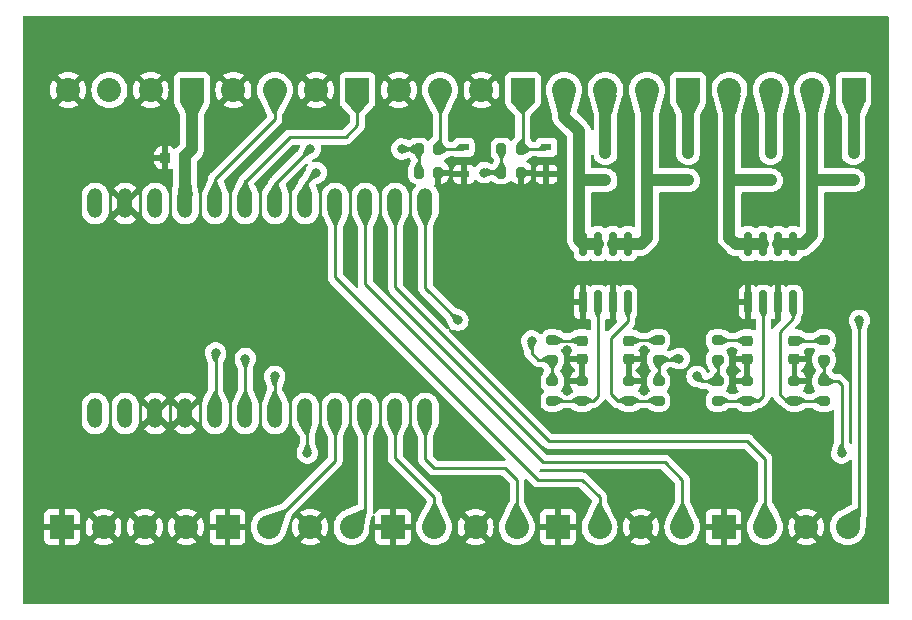
<source format=gtl>
%TF.GenerationSoftware,KiCad,Pcbnew,7.0.6*%
%TF.CreationDate,2024-01-12T02:35:33-05:00*%
%TF.ProjectId,PSA_Controller,5053415f-436f-46e7-9472-6f6c6c65722e,rev?*%
%TF.SameCoordinates,Original*%
%TF.FileFunction,Copper,L1,Top*%
%TF.FilePolarity,Positive*%
%FSLAX46Y46*%
G04 Gerber Fmt 4.6, Leading zero omitted, Abs format (unit mm)*
G04 Created by KiCad (PCBNEW 7.0.6) date 2024-01-12 02:35:33*
%MOMM*%
%LPD*%
G01*
G04 APERTURE LIST*
G04 Aperture macros list*
%AMRoundRect*
0 Rectangle with rounded corners*
0 $1 Rounding radius*
0 $2 $3 $4 $5 $6 $7 $8 $9 X,Y pos of 4 corners*
0 Add a 4 corners polygon primitive as box body*
4,1,4,$2,$3,$4,$5,$6,$7,$8,$9,$2,$3,0*
0 Add four circle primitives for the rounded corners*
1,1,$1+$1,$2,$3*
1,1,$1+$1,$4,$5*
1,1,$1+$1,$6,$7*
1,1,$1+$1,$8,$9*
0 Add four rect primitives between the rounded corners*
20,1,$1+$1,$2,$3,$4,$5,0*
20,1,$1+$1,$4,$5,$6,$7,0*
20,1,$1+$1,$6,$7,$8,$9,0*
20,1,$1+$1,$8,$9,$2,$3,0*%
G04 Aperture macros list end*
%TA.AperFunction,ComponentPad*%
%ADD10C,2.032000*%
%TD*%
%TA.AperFunction,ComponentPad*%
%ADD11R,2.032000X2.032000*%
%TD*%
%TA.AperFunction,SMDPad,CuDef*%
%ADD12RoundRect,0.200000X-0.275000X0.200000X-0.275000X-0.200000X0.275000X-0.200000X0.275000X0.200000X0*%
%TD*%
%TA.AperFunction,SMDPad,CuDef*%
%ADD13RoundRect,0.200000X0.200000X0.275000X-0.200000X0.275000X-0.200000X-0.275000X0.200000X-0.275000X0*%
%TD*%
%TA.AperFunction,SMDPad,CuDef*%
%ADD14RoundRect,0.200000X-0.200000X-0.275000X0.200000X-0.275000X0.200000X0.275000X-0.200000X0.275000X0*%
%TD*%
%TA.AperFunction,SMDPad,CuDef*%
%ADD15RoundRect,0.218750X0.256250X-0.218750X0.256250X0.218750X-0.256250X0.218750X-0.256250X-0.218750X0*%
%TD*%
%TA.AperFunction,SMDPad,CuDef*%
%ADD16R,0.830000X0.630000*%
%TD*%
%TA.AperFunction,SMDPad,CuDef*%
%ADD17RoundRect,0.635000X0.000000X-0.635000X0.000000X0.635000X0.000000X0.635000X0.000000X-0.635000X0*%
%TD*%
%TA.AperFunction,SMDPad,CuDef*%
%ADD18RoundRect,0.150000X0.150000X-0.825000X0.150000X0.825000X-0.150000X0.825000X-0.150000X-0.825000X0*%
%TD*%
%TA.AperFunction,SMDPad,CuDef*%
%ADD19RoundRect,0.200000X0.275000X-0.200000X0.275000X0.200000X-0.275000X0.200000X-0.275000X-0.200000X0*%
%TD*%
%TA.AperFunction,SMDPad,CuDef*%
%ADD20RoundRect,0.225000X0.225000X0.250000X-0.225000X0.250000X-0.225000X-0.250000X0.225000X-0.250000X0*%
%TD*%
%TA.AperFunction,ViaPad*%
%ADD21C,0.800000*%
%TD*%
%TA.AperFunction,Conductor*%
%ADD22C,0.250000*%
%TD*%
%TA.AperFunction,Conductor*%
%ADD23C,1.016000*%
%TD*%
G04 APERTURE END LIST*
D10*
%TO.P,J10,4,Pin_4*%
%TO.N,D14*%
X55800000Y6500000D03*
%TO.P,J10,3,Pin_3*%
%TO.N,GND*%
X52300000Y6500000D03*
%TO.P,J10,2,Pin_2*%
%TO.N,D15*%
X48800000Y6500000D03*
D11*
%TO.P,J10,1,Pin_1*%
%TO.N,GND*%
X45300000Y6500000D03*
%TD*%
%TO.P,J9,1,Pin_1*%
%TO.N,A2*%
X28300000Y43500000D03*
D10*
%TO.P,J9,2,Pin_2*%
%TO.N,GND*%
X24800000Y43500000D03*
%TO.P,J9,3,Pin_3*%
%TO.N,A3*%
X21300000Y43500000D03*
%TO.P,J9,4,Pin_4*%
%TO.N,GND*%
X17800000Y43500000D03*
%TD*%
D11*
%TO.P,J8,1,Pin_1*%
%TO.N,GND*%
X59300000Y6500000D03*
D10*
%TO.P,J8,2,Pin_2*%
%TO.N,D16*%
X62800000Y6500000D03*
%TO.P,J8,3,Pin_3*%
%TO.N,GND*%
X66300000Y6500000D03*
%TO.P,J8,4,Pin_4*%
%TO.N,D10*%
X69800000Y6500000D03*
%TD*%
D11*
%TO.P,J7,1,Pin_1*%
%TO.N,GND*%
X31300000Y6500000D03*
D10*
%TO.P,J7,2,Pin_2*%
%TO.N,D8*%
X34800000Y6500000D03*
%TO.P,J7,3,Pin_3*%
%TO.N,GND*%
X38300000Y6500000D03*
%TO.P,J7,4,Pin_4*%
%TO.N,D9*%
X41800000Y6500000D03*
%TD*%
D11*
%TO.P,J6,1,Pin_1*%
%TO.N,GND*%
X17300000Y6500000D03*
D10*
%TO.P,J6,2,Pin_2*%
%TO.N,D6*%
X20800000Y6500000D03*
%TO.P,J6,3,Pin_3*%
%TO.N,GND*%
X24300000Y6500000D03*
%TO.P,J6,4,Pin_4*%
%TO.N,D7*%
X27800000Y6500000D03*
%TD*%
D11*
%TO.P,J5,1,Pin_1*%
%TO.N,GND*%
X3300000Y6500000D03*
D10*
%TO.P,J5,2,Pin_2*%
X6800000Y6500000D03*
%TO.P,J5,3,Pin_3*%
X10300000Y6500000D03*
%TO.P,J5,4,Pin_4*%
X13800000Y6500000D03*
%TD*%
D11*
%TO.P,J4,1,Pin_1*%
%TO.N,A0IN*%
X42300000Y43500000D03*
D10*
%TO.P,J4,2,Pin_2*%
%TO.N,GND*%
X38800000Y43500000D03*
%TO.P,J4,3,Pin_3*%
%TO.N,A1IN*%
X35300000Y43500000D03*
%TO.P,J4,4,Pin_4*%
%TO.N,GND*%
X31800000Y43500000D03*
%TD*%
D12*
%TO.P,R16,2*%
%TO.N,D2*%
X44800000Y20675000D03*
%TO.P,R16,1*%
%TO.N,Net-(D10-A)*%
X44800000Y22325000D03*
%TD*%
%TO.P,R15,2*%
%TO.N,D4*%
X58800000Y20675000D03*
%TO.P,R15,1*%
%TO.N,Net-(D9-A)*%
X58800000Y22325000D03*
%TD*%
%TO.P,R14,1*%
%TO.N,Net-(D8-A)*%
X67800000Y22325000D03*
%TO.P,R14,2*%
%TO.N,D5*%
X67800000Y20675000D03*
%TD*%
%TO.P,R13,2*%
%TO.N,D3*%
X53800000Y20675000D03*
%TO.P,R13,1*%
%TO.N,Net-(D5-A)*%
X53800000Y22325000D03*
%TD*%
D13*
%TO.P,R12,1*%
%TO.N,GND*%
X35125000Y36500000D03*
%TO.P,R12,2*%
%TO.N,A1*%
X33475000Y36500000D03*
%TD*%
D14*
%TO.P,R11,1*%
%TO.N,A1*%
X33475000Y38500000D03*
%TO.P,R11,2*%
%TO.N,A1IN*%
X35125000Y38500000D03*
%TD*%
D13*
%TO.P,R10,1*%
%TO.N,GND*%
X42125000Y36500000D03*
%TO.P,R10,2*%
%TO.N,A0*%
X40475000Y36500000D03*
%TD*%
%TO.P,R2,1*%
%TO.N,A0IN*%
X42125000Y38500000D03*
%TO.P,R2,2*%
%TO.N,A0*%
X40475000Y38500000D03*
%TD*%
D15*
%TO.P,D10,2,A*%
%TO.N,Net-(D10-A)*%
X47300000Y22287500D03*
%TO.P,D10,1,K*%
%TO.N,GND*%
X47300000Y20712500D03*
%TD*%
%TO.P,D9,2,A*%
%TO.N,Net-(D9-A)*%
X61300000Y22287500D03*
%TO.P,D9,1,K*%
%TO.N,GND*%
X61300000Y20712500D03*
%TD*%
%TO.P,D8,1,K*%
%TO.N,GND*%
X65300000Y20712500D03*
%TO.P,D8,2,A*%
%TO.N,Net-(D8-A)*%
X65300000Y22287500D03*
%TD*%
D16*
%TO.P,D7,A,A*%
%TO.N,GND*%
X37300000Y36350000D03*
%TO.P,D7,C,C*%
%TO.N,A1IN*%
X37300000Y38650000D03*
%TD*%
%TO.P,D6,A,A*%
%TO.N,GND*%
X44300000Y36350000D03*
%TO.P,D6,C,C*%
%TO.N,A0IN*%
X44300000Y38650000D03*
%TD*%
D17*
%TO.P,U1,1,TX*%
%TO.N,unconnected-(U1-TX-Pad1)*%
X6100000Y16110000D03*
%TO.P,U1,2,RX*%
%TO.N,unconnected-(U1-RX-Pad2)*%
X8640000Y16110000D03*
%TO.P,U1,3,GND*%
%TO.N,GND*%
X11180000Y16110000D03*
%TO.P,U1,4,GND*%
X13720000Y16110000D03*
%TO.P,U1,5,D2*%
%TO.N,D2*%
X16260000Y16110000D03*
%TO.P,U1,6,D3*%
%TO.N,D3*%
X18800000Y16110000D03*
%TO.P,U1,7,D4/A6*%
%TO.N,D4*%
X21340000Y16110000D03*
%TO.P,U1,8,D5*%
%TO.N,D5*%
X23880000Y16110000D03*
%TO.P,U1,9,D6/A7*%
%TO.N,D6*%
X26420000Y16110000D03*
%TO.P,U1,10,D7*%
%TO.N,D7*%
X28960000Y16110000D03*
%TO.P,U1,11,D8/A8*%
%TO.N,D8*%
X31500000Y16110000D03*
%TO.P,U1,12,D9/A9*%
%TO.N,D9*%
X34040000Y16110000D03*
%TO.P,U1,13,D10/A10*%
%TO.N,D10*%
X34040000Y33890000D03*
%TO.P,U1,14,D16*%
%TO.N,D16*%
X31500000Y33890000D03*
%TO.P,U1,15,D14*%
%TO.N,D14*%
X28960000Y33890000D03*
%TO.P,U1,16,D15*%
%TO.N,D15*%
X26420000Y33890000D03*
%TO.P,U1,17,A0*%
%TO.N,A0*%
X23880000Y33890000D03*
%TO.P,U1,18,A1*%
%TO.N,A1*%
X21340000Y33890000D03*
%TO.P,U1,19,A2*%
%TO.N,A2*%
X18800000Y33890000D03*
%TO.P,U1,20,A3*%
%TO.N,A3*%
X16260000Y33890000D03*
%TO.P,U1,21,5V*%
%TO.N,5V*%
X13720000Y33890000D03*
%TO.P,U1,22,RST*%
%TO.N,unconnected-(U1-RST-Pad22)*%
X11180000Y33890000D03*
%TO.P,U1,23,GND*%
%TO.N,GND*%
X8640000Y33890000D03*
%TO.P,U1,24,RAW*%
%TO.N,unconnected-(U1-RAW-Pad24)*%
X6100000Y33890000D03*
%TD*%
D12*
%TO.P,R1,2*%
%TO.N,Net-(Q1A-G)*%
X44800000Y17175000D03*
%TO.P,R1,1*%
%TO.N,D2*%
X44800000Y18825000D03*
%TD*%
%TO.P,R6,2*%
%TO.N,Net-(Q2A-G)*%
X58800000Y17175000D03*
%TO.P,R6,1*%
%TO.N,D4*%
X58800000Y18825000D03*
%TD*%
D10*
%TO.P,J3,4,Pin_4*%
%TO.N,FET4B*%
X59800000Y43500000D03*
%TO.P,J3,3,Pin_3*%
%TO.N,12V*%
X63300000Y43500000D03*
%TO.P,J3,2,Pin_2*%
%TO.N,FET5B*%
X66800000Y43500000D03*
D11*
%TO.P,J3,1,Pin_1*%
%TO.N,12V*%
X70300000Y43500000D03*
%TD*%
D18*
%TO.P,Q2,8,D*%
%TO.N,FET4B*%
X61395000Y30475000D03*
%TO.P,Q2,7,D*%
X62665000Y30475000D03*
%TO.P,Q2,6,D*%
%TO.N,FET5B*%
X63935000Y30475000D03*
%TO.P,Q2,5,D*%
X65205000Y30475000D03*
%TO.P,Q2,4,G*%
%TO.N,Net-(Q2B-G)*%
X65205000Y25525000D03*
%TO.P,Q2,3,1*%
%TO.N,GND*%
X63935000Y25525000D03*
%TO.P,Q2,2,G*%
%TO.N,Net-(Q2A-G)*%
X62665000Y25525000D03*
%TO.P,Q2,1,S*%
%TO.N,GND*%
X61395000Y25525000D03*
%TD*%
D10*
%TO.P,J2,4,Pin_4*%
%TO.N,FET2B*%
X45800000Y43500000D03*
%TO.P,J2,3,Pin_3*%
%TO.N,12V*%
X49300000Y43500000D03*
%TO.P,J2,2,Pin_2*%
%TO.N,FET3B*%
X52800000Y43500000D03*
D11*
%TO.P,J2,1,Pin_1*%
%TO.N,12V*%
X56300000Y43500000D03*
%TD*%
D19*
%TO.P,R9,1*%
%TO.N,Net-(Q2B-G)*%
X65300000Y17175000D03*
%TO.P,R9,2*%
%TO.N,GND*%
X65300000Y18825000D03*
%TD*%
D20*
%TO.P,C1,2*%
%TO.N,GND*%
X12025000Y37750000D03*
%TO.P,C1,1*%
%TO.N,5V*%
X13575000Y37750000D03*
%TD*%
D19*
%TO.P,R7,2*%
%TO.N,GND*%
X61300000Y18825000D03*
%TO.P,R7,1*%
%TO.N,Net-(Q2A-G)*%
X61300000Y17175000D03*
%TD*%
D16*
%TO.P,D4,C,C*%
%TO.N,12V*%
X70300000Y38150000D03*
%TO.P,D4,A,A*%
%TO.N,FET5B*%
X70300000Y35850000D03*
%TD*%
D11*
%TO.P,J1,1,Pin_1*%
%TO.N,5V*%
X14300000Y43500000D03*
D10*
%TO.P,J1,2,Pin_2*%
%TO.N,GND*%
X10800000Y43500000D03*
%TO.P,J1,3,Pin_3*%
%TO.N,12V*%
X7300000Y43500000D03*
%TO.P,J1,4,Pin_4*%
%TO.N,GND*%
X3800000Y43500000D03*
%TD*%
D16*
%TO.P,D1,A,A*%
%TO.N,FET2B*%
X49300000Y35850000D03*
%TO.P,D1,C,C*%
%TO.N,12V*%
X49300000Y38150000D03*
%TD*%
D12*
%TO.P,R8,1*%
%TO.N,D5*%
X67800000Y18825000D03*
%TO.P,R8,2*%
%TO.N,Net-(Q2B-G)*%
X67800000Y17175000D03*
%TD*%
D19*
%TO.P,R5,2*%
%TO.N,GND*%
X51300000Y18825000D03*
%TO.P,R5,1*%
%TO.N,Net-(Q1B-G)*%
X51300000Y17175000D03*
%TD*%
D18*
%TO.P,Q1,8,D*%
%TO.N,FET2B*%
X47395000Y30475000D03*
%TO.P,Q1,7,D*%
X48665000Y30475000D03*
%TO.P,Q1,6,D*%
%TO.N,FET3B*%
X49935000Y30475000D03*
%TO.P,Q1,5,D*%
X51205000Y30475000D03*
%TO.P,Q1,4,G*%
%TO.N,Net-(Q1B-G)*%
X51205000Y25525000D03*
%TO.P,Q1,3,1*%
%TO.N,GND*%
X49935000Y25525000D03*
%TO.P,Q1,2,G*%
%TO.N,Net-(Q1A-G)*%
X48665000Y25525000D03*
%TO.P,Q1,1,S*%
%TO.N,GND*%
X47395000Y25525000D03*
%TD*%
D15*
%TO.P,D5,2,A*%
%TO.N,Net-(D5-A)*%
X51300000Y22287500D03*
%TO.P,D5,1,K*%
%TO.N,GND*%
X51300000Y20712500D03*
%TD*%
D16*
%TO.P,D2,C,C*%
%TO.N,12V*%
X56300000Y38150000D03*
%TO.P,D2,A,A*%
%TO.N,FET3B*%
X56300000Y35850000D03*
%TD*%
D19*
%TO.P,R3,2*%
%TO.N,GND*%
X47300000Y18825000D03*
%TO.P,R3,1*%
%TO.N,Net-(Q1A-G)*%
X47300000Y17175000D03*
%TD*%
D16*
%TO.P,D3,C,C*%
%TO.N,12V*%
X63300000Y38150000D03*
%TO.P,D3,A,A*%
%TO.N,FET4B*%
X63300000Y35850000D03*
%TD*%
D12*
%TO.P,R4,2*%
%TO.N,Net-(Q1B-G)*%
X53800000Y17175000D03*
%TO.P,R4,1*%
%TO.N,D3*%
X53800000Y18825000D03*
%TD*%
D21*
%TO.N,GND*%
X46050000Y21500000D03*
X52550000Y21500000D03*
X52550000Y18000000D03*
X52550000Y20000000D03*
X60050000Y18250000D03*
X60050000Y21250000D03*
X60050000Y19750000D03*
X66550000Y18250000D03*
X66550000Y21250000D03*
X66550000Y19750000D03*
X46050000Y18000000D03*
X46050000Y20000000D03*
%TO.N,D10*%
X36800000Y24000000D03*
X70800000Y24000000D03*
%TO.N,D5*%
X69300000Y12750000D03*
X24050000Y12750000D03*
%TO.N,D4*%
X21300000Y19250000D03*
X57050000Y19250000D03*
%TO.N,D3*%
X18800000Y20750000D03*
X55550000Y20750000D03*
%TO.N,D2*%
X16300000Y21250000D03*
X43050000Y22250000D03*
%TO.N,A0*%
X24800000Y36500000D03*
X39050000Y36500000D03*
%TO.N,A1*%
X24300000Y38500000D03*
X32050000Y38500000D03*
%TD*%
D22*
%TO.N,D10*%
X70800000Y7500000D02*
X69800000Y6500000D01*
X70800000Y24000000D02*
X70800000Y7500000D01*
X34040000Y33890000D02*
X34040000Y26760000D01*
X34040000Y26760000D02*
X36800000Y24000000D01*
%TO.N,D16*%
X62800000Y12250000D02*
X62800000Y6500000D01*
X44550000Y13750000D02*
X61300000Y13750000D01*
X31500000Y26800000D02*
X44550000Y13750000D01*
X61300000Y13750000D02*
X62800000Y12250000D01*
X31500000Y33890000D02*
X31500000Y26800000D01*
%TO.N,D14*%
X55800000Y10500000D02*
X55800000Y6500000D01*
X54300000Y12000000D02*
X55800000Y10500000D01*
X44050000Y12000000D02*
X54300000Y12000000D01*
X28960000Y33890000D02*
X28960000Y27090000D01*
X28960000Y27090000D02*
X44050000Y12000000D01*
%TO.N,D15*%
X48800000Y9000000D02*
X48800000Y6500000D01*
X47300000Y10500000D02*
X48800000Y9000000D01*
X43550000Y10500000D02*
X47300000Y10500000D01*
X26420000Y27630000D02*
X43550000Y10500000D01*
X26420000Y33890000D02*
X26420000Y27630000D01*
%TO.N,D9*%
X34800000Y11500000D02*
X40800000Y11500000D01*
X41800000Y10500000D02*
X41800000Y6500000D01*
X34040000Y12260000D02*
X34800000Y11500000D01*
X40800000Y11500000D02*
X41800000Y10500000D01*
X34040000Y16110000D02*
X34040000Y12260000D01*
%TO.N,D8*%
X34800000Y9000000D02*
X34800000Y6500000D01*
X31500000Y12300000D02*
X34800000Y9000000D01*
X31500000Y16110000D02*
X31500000Y12300000D01*
%TO.N,D7*%
X28960000Y7660000D02*
X27800000Y6500000D01*
X28960000Y16110000D02*
X28960000Y7660000D01*
%TO.N,D6*%
X26420000Y16110000D02*
X26420000Y12120000D01*
X26420000Y12120000D02*
X20800000Y6500000D01*
%TO.N,D5*%
X24050000Y12750000D02*
X24050000Y15940000D01*
X24050000Y15940000D02*
X23880000Y16110000D01*
X69300000Y18500000D02*
X69300000Y12750000D01*
X68975000Y18825000D02*
X69300000Y18500000D01*
X67800000Y18825000D02*
X68975000Y18825000D01*
X67800000Y20675000D02*
X67800000Y18825000D01*
%TO.N,Net-(D8-A)*%
X67762500Y22287500D02*
X67800000Y22325000D01*
X65300000Y22287500D02*
X67762500Y22287500D01*
%TO.N,Net-(Q2B-G)*%
X65300000Y17175000D02*
X67800000Y17175000D01*
X64625000Y17175000D02*
X65300000Y17175000D01*
%TO.N,D4*%
X21300000Y16150000D02*
X21340000Y16110000D01*
X21300000Y19250000D02*
X21300000Y16150000D01*
X57475000Y18825000D02*
X57050000Y19250000D01*
X58800000Y18825000D02*
X57475000Y18825000D01*
%TO.N,D3*%
X18800000Y20750000D02*
X18800000Y16110000D01*
X55475000Y20675000D02*
X55550000Y20750000D01*
X53800000Y20675000D02*
X55475000Y20675000D01*
%TO.N,Net-(Q1B-G)*%
X49800000Y22500000D02*
X51205000Y23905000D01*
X49800000Y17750000D02*
X49800000Y22500000D01*
X50375000Y17175000D02*
X49800000Y17750000D01*
X51300000Y17175000D02*
X50375000Y17175000D01*
X51205000Y23905000D02*
X51205000Y25525000D01*
%TO.N,Net-(Q1A-G)*%
X48665000Y17615000D02*
X48665000Y25525000D01*
X48225000Y17175000D02*
X48665000Y17615000D01*
X47300000Y17175000D02*
X48225000Y17175000D01*
%TO.N,Net-(Q2B-G)*%
X64050000Y23000000D02*
X65205000Y24155000D01*
X65205000Y24155000D02*
X65205000Y25525000D01*
X64050000Y17750000D02*
X64050000Y23000000D01*
X64625000Y17175000D02*
X64050000Y17750000D01*
%TO.N,Net-(Q2A-G)*%
X62665000Y17615000D02*
X62665000Y25525000D01*
X61300000Y17175000D02*
X62225000Y17175000D01*
X62225000Y17175000D02*
X62665000Y17615000D01*
%TO.N,D2*%
X16300000Y16150000D02*
X16260000Y16110000D01*
X16300000Y21250000D02*
X16300000Y16150000D01*
X43625000Y20675000D02*
X43050000Y21250000D01*
X44800000Y20675000D02*
X43625000Y20675000D01*
X43050000Y21250000D02*
X43050000Y22250000D01*
D23*
%TO.N,5V*%
X14300000Y38500000D02*
X14300000Y43500000D01*
X13720000Y37920000D02*
X14300000Y38500000D01*
X13720000Y33890000D02*
X13720000Y37920000D01*
D22*
%TO.N,A0*%
X39050000Y36500000D02*
X40475000Y36500000D01*
X23880000Y35580000D02*
X24800000Y36500000D01*
X23880000Y33890000D02*
X23880000Y35580000D01*
%TO.N,A1*%
X32050000Y38500000D02*
X33475000Y38500000D01*
X21340000Y35540000D02*
X24300000Y38500000D01*
X21340000Y33890000D02*
X21340000Y35540000D01*
X33475000Y38500000D02*
X33475000Y36500000D01*
D23*
%TO.N,12V*%
X70300000Y38150000D02*
X70300000Y43500000D01*
%TO.N,FET5B*%
X66900000Y35850000D02*
X66800000Y35750000D01*
X70300000Y35850000D02*
X66900000Y35850000D01*
X66800000Y35750000D02*
X66800000Y43500000D01*
X66800000Y31250000D02*
X66800000Y35750000D01*
X66025000Y30475000D02*
X66800000Y31250000D01*
X65205000Y30475000D02*
X66025000Y30475000D01*
X63935000Y30475000D02*
X65205000Y30475000D01*
%TO.N,12V*%
X63300000Y38150000D02*
X63300000Y43500000D01*
%TO.N,FET4B*%
X59950000Y35850000D02*
X59800000Y36000000D01*
X63300000Y35850000D02*
X59950000Y35850000D01*
X59800000Y31000000D02*
X59800000Y36000000D01*
X59800000Y36000000D02*
X59800000Y43500000D01*
X60325000Y30475000D02*
X59800000Y31000000D01*
X61395000Y30475000D02*
X60325000Y30475000D01*
X62665000Y30475000D02*
X61395000Y30475000D01*
%TO.N,12V*%
X56300000Y38150000D02*
X56300000Y43500000D01*
%TO.N,FET3B*%
X52900000Y35850000D02*
X52800000Y35750000D01*
X56300000Y35850000D02*
X52900000Y35850000D01*
X52800000Y35750000D02*
X52800000Y43500000D01*
X52800000Y31000000D02*
X52800000Y35750000D01*
X52275000Y30475000D02*
X52800000Y31000000D01*
X51205000Y30475000D02*
X52275000Y30475000D01*
X49935000Y30475000D02*
X51205000Y30475000D01*
%TO.N,12V*%
X49300000Y38150000D02*
X49300000Y43500000D01*
%TO.N,FET2B*%
X49300000Y35850000D02*
X47200000Y35850000D01*
X47050000Y36000000D02*
X47050000Y30820000D01*
X47200000Y35850000D02*
X47050000Y36000000D01*
X47050000Y40000000D02*
X47050000Y36000000D01*
X48665000Y30475000D02*
X47395000Y30475000D01*
X47050000Y30820000D02*
X47395000Y30475000D01*
X45800000Y41250000D02*
X47050000Y40000000D01*
X45800000Y43500000D02*
X45800000Y41250000D01*
D22*
%TO.N,A2*%
X28300000Y40500000D02*
X28300000Y43500000D01*
X27300000Y39500000D02*
X28300000Y40500000D01*
X18800000Y35750000D02*
X22550000Y39500000D01*
X22550000Y39500000D02*
X27300000Y39500000D01*
X18800000Y33890000D02*
X18800000Y35750000D01*
%TO.N,A3*%
X21300000Y41000000D02*
X21300000Y43500000D01*
X16260000Y35960000D02*
X21300000Y41000000D01*
X16260000Y33890000D02*
X16260000Y35960000D01*
%TO.N,A1IN*%
X35300000Y38675000D02*
X35125000Y38500000D01*
X35300000Y43500000D02*
X35300000Y38675000D01*
%TO.N,A0IN*%
X42300000Y38675000D02*
X42125000Y38500000D01*
X42300000Y43500000D02*
X42300000Y38675000D01*
%TO.N,A0*%
X40475000Y38500000D02*
X40475000Y36500000D01*
%TO.N,A1IN*%
X37150000Y38500000D02*
X37300000Y38650000D01*
X35125000Y38500000D02*
X37150000Y38500000D01*
%TO.N,A0IN*%
X44150000Y38500000D02*
X44300000Y38650000D01*
X42125000Y38500000D02*
X44150000Y38500000D01*
%TO.N,Net-(D8-A)*%
X67837500Y22287500D02*
X67800000Y22325000D01*
%TO.N,Net-(Q2B-G)*%
X67725000Y17250000D02*
X67800000Y17175000D01*
%TO.N,Net-(D9-A)*%
X61262500Y22325000D02*
X61300000Y22287500D01*
X58800000Y22325000D02*
X61262500Y22325000D01*
%TO.N,D4*%
X58800000Y18825000D02*
X58800000Y20675000D01*
%TO.N,Net-(Q2A-G)*%
X61300000Y17175000D02*
X58800000Y17175000D01*
X61375000Y17250000D02*
X61300000Y17175000D01*
%TO.N,Net-(D5-A)*%
X51337500Y22325000D02*
X51300000Y22287500D01*
X53800000Y22325000D02*
X51337500Y22325000D01*
%TO.N,D3*%
X53800000Y18825000D02*
X53800000Y20675000D01*
%TO.N,Net-(Q1B-G)*%
X51300000Y17175000D02*
X53800000Y17175000D01*
X51225000Y17250000D02*
X51300000Y17175000D01*
%TO.N,Net-(D10-A)*%
X44837500Y22287500D02*
X47300000Y22287500D01*
X44800000Y22325000D02*
X44837500Y22287500D01*
%TO.N,D2*%
X44800000Y18825000D02*
X44800000Y20675000D01*
%TO.N,Net-(Q1A-G)*%
X47300000Y17175000D02*
X44800000Y17175000D01*
X47375000Y17250000D02*
X47300000Y17175000D01*
%TD*%
%TA.AperFunction,Conductor*%
%TO.N,GND*%
G36*
X60271398Y21682660D02*
G01*
X60452156Y21577417D01*
X60452892Y21576989D01*
X60500922Y21526246D01*
X60513895Y21457591D01*
X60487690Y21392822D01*
X60478187Y21382154D01*
X60476116Y21380083D01*
X60476114Y21380082D01*
X60387908Y21237078D01*
X60387906Y21237073D01*
X60335057Y21077584D01*
X60325000Y20979151D01*
X60325000Y20962500D01*
X61426000Y20962500D01*
X61493039Y20942815D01*
X61538794Y20890011D01*
X61550000Y20838500D01*
X61550000Y18699000D01*
X61530315Y18631961D01*
X61477511Y18586206D01*
X61426000Y18575000D01*
X60325001Y18575000D01*
X60325001Y18568418D01*
X60331408Y18497898D01*
X60331409Y18497893D01*
X60381981Y18335604D01*
X60469926Y18190125D01*
X60550732Y18109320D01*
X60584217Y18047997D01*
X60579233Y17978305D01*
X60537362Y17922371D01*
X60518174Y17910564D01*
X60450743Y17877100D01*
X60333780Y17819055D01*
X60322437Y17813426D01*
X60267314Y17800500D01*
X59832684Y17800500D01*
X59777563Y17813426D01*
X59582297Y17910330D01*
X59530998Y17957763D01*
X59513486Y18025402D01*
X59535322Y18091772D01*
X59549736Y18109080D01*
X59630472Y18189815D01*
X59718478Y18335394D01*
X59769086Y18497804D01*
X59775500Y18568384D01*
X59775500Y19075000D01*
X60325000Y19075000D01*
X61050000Y19075000D01*
X61050000Y20462500D01*
X60325001Y20462500D01*
X60325001Y20445848D01*
X60335056Y20347417D01*
X60387906Y20187928D01*
X60387908Y20187923D01*
X60476114Y20044920D01*
X60594920Y19926114D01*
X60594924Y19926111D01*
X60703046Y19859420D01*
X60749771Y19807472D01*
X60760992Y19738510D01*
X60733149Y19674428D01*
X60702099Y19647765D01*
X60590122Y19580073D01*
X60469927Y19459878D01*
X60381980Y19314396D01*
X60331409Y19152107D01*
X60325000Y19081573D01*
X60325000Y19075000D01*
X59775500Y19075000D01*
X59775500Y19081616D01*
X59769086Y19152196D01*
X59718478Y19314606D01*
X59630472Y19460185D01*
X59630470Y19460187D01*
X59630469Y19460189D01*
X59612450Y19478208D01*
X59594478Y19500978D01*
X59522407Y19618285D01*
X59481361Y19685093D01*
X59463040Y19752515D01*
X59481360Y19814909D01*
X59594476Y19999025D01*
X59612448Y20021792D01*
X59612450Y20021794D01*
X59630472Y20039815D01*
X59718478Y20185394D01*
X59769086Y20347804D01*
X59775500Y20418384D01*
X59775500Y20931616D01*
X59769086Y21002196D01*
X59718478Y21164606D01*
X59630472Y21310185D01*
X59630470Y21310187D01*
X59630469Y21310189D01*
X59549741Y21390917D01*
X59516256Y21452240D01*
X59521240Y21521932D01*
X59563112Y21577865D01*
X59582296Y21589671D01*
X59777564Y21686576D01*
X59832686Y21699500D01*
X60209006Y21699500D01*
X60271398Y21682660D01*
G37*
%TD.AperFunction*%
%TA.AperFunction,Conductor*%
G36*
X66833575Y21652137D02*
G01*
X66999844Y21581534D01*
X67053856Y21537214D01*
X67075333Y21470728D01*
X67057455Y21403184D01*
X67039060Y21379718D01*
X66969529Y21310187D01*
X66881522Y21164607D01*
X66830913Y21002193D01*
X66826563Y20954321D01*
X66825104Y20938256D01*
X66824500Y20931614D01*
X66824500Y20418387D01*
X66830913Y20347808D01*
X66830913Y20347806D01*
X66830914Y20347804D01*
X66881522Y20185394D01*
X66963839Y20049225D01*
X66969530Y20039812D01*
X66987548Y20021794D01*
X67005520Y19999024D01*
X67118635Y19814912D01*
X67136957Y19747487D01*
X67118635Y19685090D01*
X67005520Y19500978D01*
X66987554Y19478213D01*
X66969528Y19460185D01*
X66969527Y19460185D01*
X66881522Y19314607D01*
X66830913Y19152193D01*
X66824500Y19081614D01*
X66824500Y18568387D01*
X66830913Y18497808D01*
X66830913Y18497806D01*
X66830914Y18497804D01*
X66881522Y18335394D01*
X66969528Y18189815D01*
X67050260Y18109083D01*
X67083744Y18047762D01*
X67078760Y17978070D01*
X67036889Y17922136D01*
X67017701Y17910330D01*
X66822435Y17813426D01*
X66767315Y17800500D01*
X66332684Y17800500D01*
X66277563Y17813426D01*
X66121412Y17890918D01*
X66081825Y17910564D01*
X66030524Y17957998D01*
X66013013Y18025638D01*
X66034849Y18092007D01*
X66049268Y18109320D01*
X66130071Y18190123D01*
X66130072Y18190123D01*
X66218019Y18335605D01*
X66268590Y18497894D01*
X66275000Y18568428D01*
X66275000Y18575000D01*
X65174000Y18575000D01*
X65106961Y18594685D01*
X65061206Y18647489D01*
X65050000Y18699000D01*
X65050000Y20462500D01*
X65550000Y20462500D01*
X65550000Y19075000D01*
X66274999Y19075000D01*
X66274999Y19081583D01*
X66268591Y19152103D01*
X66268590Y19152108D01*
X66218018Y19314397D01*
X66130072Y19459878D01*
X66009877Y19580073D01*
X65897900Y19647765D01*
X65850713Y19699293D01*
X65838874Y19768152D01*
X65866143Y19832481D01*
X65896953Y19859421D01*
X66005080Y19926115D01*
X66123885Y20044920D01*
X66212091Y20187923D01*
X66212093Y20187928D01*
X66264942Y20347417D01*
X66274999Y20445850D01*
X66275000Y20445863D01*
X66275000Y20462500D01*
X65550000Y20462500D01*
X65050000Y20462500D01*
X65050000Y20838500D01*
X65069685Y20905539D01*
X65122489Y20951294D01*
X65174000Y20962500D01*
X66274999Y20962500D01*
X66274999Y20979136D01*
X66274998Y20979153D01*
X66264943Y21077584D01*
X66212093Y21237073D01*
X66212091Y21237078D01*
X66123885Y21380082D01*
X66123097Y21381078D01*
X66122769Y21381891D01*
X66120095Y21386226D01*
X66120835Y21386683D01*
X66096956Y21445873D01*
X66109996Y21514515D01*
X66158077Y21565211D01*
X66163408Y21568135D01*
X66318281Y21648163D01*
X66375205Y21662000D01*
X66785111Y21662000D01*
X66833575Y21652137D01*
G37*
%TD.AperFunction*%
%TA.AperFunction,Conductor*%
G36*
X46281718Y21648163D02*
G01*
X46436561Y21568150D01*
X46487082Y21519888D01*
X46503490Y21451972D01*
X46480576Y21385967D01*
X46476909Y21381087D01*
X46476118Y21380087D01*
X46387908Y21237078D01*
X46387906Y21237073D01*
X46335057Y21077584D01*
X46325000Y20979151D01*
X46325000Y20962500D01*
X47426000Y20962500D01*
X47493039Y20942815D01*
X47538794Y20890011D01*
X47550000Y20838500D01*
X47550000Y18699000D01*
X47530315Y18631961D01*
X47477511Y18586206D01*
X47426000Y18575000D01*
X46325001Y18575000D01*
X46325001Y18568418D01*
X46331408Y18497898D01*
X46331409Y18497893D01*
X46381981Y18335604D01*
X46469926Y18190125D01*
X46550732Y18109320D01*
X46584217Y18047997D01*
X46579233Y17978305D01*
X46537362Y17922371D01*
X46518174Y17910564D01*
X46450743Y17877100D01*
X46333780Y17819055D01*
X46322437Y17813426D01*
X46267314Y17800500D01*
X45832684Y17800500D01*
X45777563Y17813426D01*
X45582297Y17910330D01*
X45530998Y17957763D01*
X45513486Y18025402D01*
X45535322Y18091772D01*
X45549736Y18109080D01*
X45630472Y18189815D01*
X45718478Y18335394D01*
X45769086Y18497804D01*
X45775500Y18568384D01*
X45775500Y19075000D01*
X46325000Y19075000D01*
X47049999Y19075000D01*
X47049999Y19723639D01*
X47050000Y19723643D01*
X47050000Y20462500D01*
X46325001Y20462500D01*
X46325001Y20445848D01*
X46335056Y20347417D01*
X46387906Y20187928D01*
X46387908Y20187923D01*
X46476114Y20044920D01*
X46594920Y19926114D01*
X46594924Y19926111D01*
X46703046Y19859420D01*
X46749771Y19807472D01*
X46760992Y19738510D01*
X46733149Y19674428D01*
X46702099Y19647765D01*
X46590122Y19580073D01*
X46469927Y19459878D01*
X46381980Y19314396D01*
X46331409Y19152107D01*
X46325000Y19081573D01*
X46325000Y19075000D01*
X45775500Y19075000D01*
X45775500Y19081616D01*
X45769086Y19152196D01*
X45718478Y19314606D01*
X45630472Y19460185D01*
X45630470Y19460187D01*
X45630469Y19460189D01*
X45612450Y19478208D01*
X45594478Y19500978D01*
X45522407Y19618285D01*
X45481361Y19685093D01*
X45463040Y19752515D01*
X45481360Y19814909D01*
X45594476Y19999025D01*
X45612448Y20021792D01*
X45612450Y20021794D01*
X45630472Y20039815D01*
X45718478Y20185394D01*
X45769086Y20347804D01*
X45775500Y20418384D01*
X45775500Y20931616D01*
X45769086Y21002196D01*
X45718478Y21164606D01*
X45630472Y21310185D01*
X45630470Y21310187D01*
X45630469Y21310189D01*
X45560940Y21379718D01*
X45527455Y21441041D01*
X45532439Y21510733D01*
X45574311Y21566666D01*
X45600156Y21581535D01*
X45766423Y21652136D01*
X45814888Y21662000D01*
X46224795Y21662000D01*
X46281718Y21648163D01*
G37*
%TD.AperFunction*%
%TA.AperFunction,Conductor*%
G36*
X52822433Y21686577D02*
G01*
X53017704Y21589671D01*
X53069001Y21542240D01*
X53086514Y21474600D01*
X53064677Y21408230D01*
X53050260Y21390918D01*
X52969529Y21310187D01*
X52881522Y21164607D01*
X52830913Y21002193D01*
X52826563Y20954321D01*
X52825104Y20938256D01*
X52824500Y20931614D01*
X52824500Y20418387D01*
X52830913Y20347808D01*
X52830913Y20347806D01*
X52830914Y20347804D01*
X52881522Y20185394D01*
X52963839Y20049225D01*
X52969530Y20039812D01*
X52987548Y20021794D01*
X53005520Y19999024D01*
X53118635Y19814912D01*
X53136957Y19747487D01*
X53118635Y19685090D01*
X53005520Y19500978D01*
X52987554Y19478213D01*
X52969528Y19460185D01*
X52969527Y19460185D01*
X52881522Y19314607D01*
X52830913Y19152193D01*
X52824500Y19081614D01*
X52824500Y18568387D01*
X52830913Y18497808D01*
X52830913Y18497806D01*
X52830914Y18497804D01*
X52881522Y18335394D01*
X52969528Y18189815D01*
X53050260Y18109083D01*
X53083744Y18047762D01*
X53078760Y17978070D01*
X53036889Y17922136D01*
X53017701Y17910330D01*
X52822435Y17813426D01*
X52767315Y17800500D01*
X52332684Y17800500D01*
X52277563Y17813426D01*
X52121412Y17890918D01*
X52081825Y17910564D01*
X52030524Y17957998D01*
X52013013Y18025638D01*
X52034849Y18092007D01*
X52049268Y18109320D01*
X52130071Y18190123D01*
X52130072Y18190123D01*
X52218019Y18335605D01*
X52268590Y18497894D01*
X52275000Y18568428D01*
X52275000Y18575000D01*
X51174000Y18575000D01*
X51106961Y18594685D01*
X51061206Y18647489D01*
X51050000Y18699000D01*
X51050000Y20462500D01*
X51549999Y20462500D01*
X51549999Y19723648D01*
X51550000Y19723638D01*
X51550000Y19075000D01*
X52274999Y19075000D01*
X52274999Y19081583D01*
X52268591Y19152103D01*
X52268590Y19152108D01*
X52218018Y19314397D01*
X52130072Y19459878D01*
X52009877Y19580073D01*
X51897900Y19647765D01*
X51850713Y19699293D01*
X51838874Y19768152D01*
X51866143Y19832481D01*
X51896953Y19859421D01*
X52005080Y19926115D01*
X52123885Y20044920D01*
X52212091Y20187923D01*
X52212093Y20187928D01*
X52264942Y20347417D01*
X52274999Y20445850D01*
X52275000Y20445863D01*
X52275000Y20462500D01*
X51549999Y20462500D01*
X51050000Y20462500D01*
X51050000Y20838500D01*
X51069685Y20905539D01*
X51122489Y20951294D01*
X51174000Y20962500D01*
X52274999Y20962500D01*
X52274999Y20979136D01*
X52274998Y20979153D01*
X52264943Y21077584D01*
X52212093Y21237073D01*
X52212091Y21237078D01*
X52123885Y21380081D01*
X52121817Y21382149D01*
X52120850Y21383920D01*
X52119409Y21385742D01*
X52119720Y21385989D01*
X52088332Y21443472D01*
X52093316Y21513164D01*
X52135188Y21569097D01*
X52147087Y21576978D01*
X52328602Y21682661D01*
X52390992Y21699500D01*
X52767316Y21699500D01*
X52822433Y21686577D01*
G37*
%TD.AperFunction*%
%TA.AperFunction,Conductor*%
G36*
X73242539Y49763815D02*
G01*
X73288294Y49711011D01*
X73299500Y49659500D01*
X73299500Y124500D01*
X73279815Y57461D01*
X73227011Y11706D01*
X73175500Y500D01*
X124500Y500D01*
X57461Y20185D01*
X11706Y72989D01*
X500Y124500D01*
X500Y6750000D01*
X1783999Y6750000D01*
X2754118Y6750000D01*
X2715444Y6656631D01*
X2694823Y6500000D01*
X2715444Y6343369D01*
X2754118Y6250000D01*
X1784000Y6250000D01*
X1784000Y5436156D01*
X1790401Y5376628D01*
X1790403Y5376621D01*
X1840645Y5241914D01*
X1840649Y5241907D01*
X1926809Y5126813D01*
X1926812Y5126810D01*
X2041906Y5040650D01*
X2041913Y5040646D01*
X2176620Y4990404D01*
X2176627Y4990402D01*
X2236155Y4984001D01*
X2236172Y4984000D01*
X3050000Y4984000D01*
X3050000Y5954119D01*
X3143369Y5915444D01*
X3260677Y5900000D01*
X3339323Y5900000D01*
X3456631Y5915444D01*
X3550000Y5954119D01*
X3550000Y4984000D01*
X4363828Y4984000D01*
X4363844Y4984001D01*
X4423372Y4990402D01*
X4423379Y4990404D01*
X4558086Y5040646D01*
X4558093Y5040650D01*
X4673187Y5126810D01*
X4673190Y5126813D01*
X4759350Y5241907D01*
X4759354Y5241914D01*
X4809596Y5376621D01*
X4809598Y5376628D01*
X4815999Y5436156D01*
X4816000Y5436173D01*
X4816000Y6250000D01*
X3845882Y6250000D01*
X3884556Y6343369D01*
X3905177Y6500000D01*
X3905177Y6500001D01*
X5279312Y6500001D01*
X5298033Y6262117D01*
X5353742Y6030075D01*
X5445056Y5809622D01*
X5563229Y5616784D01*
X6237226Y6290781D01*
X6275901Y6197412D01*
X6372075Y6072075D01*
X6497412Y5975901D01*
X6590779Y5937228D01*
X5916782Y5263231D01*
X5916782Y5263230D01*
X6109621Y5145057D01*
X6330075Y5053743D01*
X6330072Y5053743D01*
X6562116Y4998034D01*
X6800000Y4979313D01*
X7037883Y4998034D01*
X7269925Y5053743D01*
X7490374Y5145056D01*
X7683216Y5263231D01*
X7009220Y5937228D01*
X7102588Y5975901D01*
X7227925Y6072075D01*
X7324099Y6197411D01*
X7362773Y6290780D01*
X8036769Y5616784D01*
X8154944Y5809626D01*
X8246257Y6030075D01*
X8301966Y6262117D01*
X8320687Y6500000D01*
X8779312Y6500000D01*
X8798033Y6262117D01*
X8853742Y6030075D01*
X8945056Y5809622D01*
X9063229Y5616784D01*
X9737226Y6290781D01*
X9775901Y6197412D01*
X9872075Y6072075D01*
X9997412Y5975901D01*
X10090779Y5937228D01*
X9416782Y5263231D01*
X9416782Y5263230D01*
X9609621Y5145057D01*
X9830075Y5053743D01*
X9830072Y5053743D01*
X10062116Y4998034D01*
X10300000Y4979313D01*
X10537883Y4998034D01*
X10769925Y5053743D01*
X10990374Y5145056D01*
X11183216Y5263231D01*
X10509220Y5937228D01*
X10602588Y5975901D01*
X10727925Y6072075D01*
X10824099Y6197411D01*
X10862773Y6290780D01*
X11536769Y5616784D01*
X11654944Y5809626D01*
X11746257Y6030075D01*
X11801966Y6262117D01*
X11820687Y6500000D01*
X12279312Y6500000D01*
X12298033Y6262117D01*
X12353742Y6030075D01*
X12445056Y5809622D01*
X12563229Y5616784D01*
X13237226Y6290781D01*
X13275901Y6197412D01*
X13372075Y6072075D01*
X13497412Y5975901D01*
X13590779Y5937228D01*
X12916782Y5263231D01*
X12916782Y5263230D01*
X13109621Y5145057D01*
X13330075Y5053743D01*
X13330072Y5053743D01*
X13562116Y4998034D01*
X13800000Y4979313D01*
X14037883Y4998034D01*
X14269925Y5053743D01*
X14490374Y5145056D01*
X14683216Y5263231D01*
X14510291Y5436156D01*
X15784000Y5436156D01*
X15790401Y5376628D01*
X15790403Y5376621D01*
X15840645Y5241914D01*
X15840649Y5241907D01*
X15926809Y5126813D01*
X15926812Y5126810D01*
X16041906Y5040650D01*
X16041913Y5040646D01*
X16176620Y4990404D01*
X16176627Y4990402D01*
X16236155Y4984001D01*
X16236172Y4984000D01*
X17050000Y4984000D01*
X17050000Y5954119D01*
X17143369Y5915444D01*
X17260677Y5900000D01*
X17339323Y5900000D01*
X17456631Y5915444D01*
X17550000Y5954119D01*
X17550000Y4984000D01*
X18363828Y4984000D01*
X18363844Y4984001D01*
X18423372Y4990402D01*
X18423379Y4990404D01*
X18558086Y5040646D01*
X18558093Y5040650D01*
X18673187Y5126810D01*
X18673190Y5126813D01*
X18759350Y5241907D01*
X18759354Y5241914D01*
X18809596Y5376621D01*
X18809598Y5376628D01*
X18815999Y5436156D01*
X18816000Y5436173D01*
X18816000Y6250000D01*
X17845882Y6250000D01*
X17884556Y6343369D01*
X17905177Y6500000D01*
X19278811Y6500000D01*
X19297538Y6262037D01*
X19353261Y6029932D01*
X19444608Y5809400D01*
X19444610Y5809396D01*
X19444611Y5809395D01*
X19569332Y5605868D01*
X19724357Y5424357D01*
X19905868Y5269332D01*
X20109395Y5144611D01*
X20109397Y5144611D01*
X20109399Y5144609D01*
X20152363Y5126813D01*
X20329927Y5053263D01*
X20562034Y4997539D01*
X20800000Y4978811D01*
X21037966Y4997539D01*
X21270073Y5053263D01*
X21490605Y5144611D01*
X21694132Y5269332D01*
X21875643Y5424357D01*
X22030668Y5605868D01*
X22155389Y5809395D01*
X22203630Y5925859D01*
X22205469Y5929886D01*
X22222195Y5963262D01*
X22234158Y5999156D01*
X22235684Y6003245D01*
X22246737Y6029927D01*
X22252099Y6052263D01*
X22253564Y6057381D01*
X22401088Y6500001D01*
X22779312Y6500001D01*
X22798033Y6262117D01*
X22853742Y6030075D01*
X22945056Y5809622D01*
X23063229Y5616784D01*
X23737226Y6290781D01*
X23775901Y6197412D01*
X23872075Y6072075D01*
X23997412Y5975901D01*
X24090779Y5937228D01*
X23416782Y5263231D01*
X23416782Y5263230D01*
X23609621Y5145057D01*
X23830075Y5053743D01*
X23830072Y5053743D01*
X24062116Y4998034D01*
X24300000Y4979313D01*
X24537883Y4998034D01*
X24769925Y5053743D01*
X24990374Y5145056D01*
X25183216Y5263231D01*
X24509220Y5937228D01*
X24602588Y5975901D01*
X24727925Y6072075D01*
X24824099Y6197411D01*
X24862773Y6290781D01*
X25536769Y5616784D01*
X25654944Y5809626D01*
X25746257Y6030075D01*
X25801966Y6262117D01*
X25820687Y6500000D01*
X26278811Y6500000D01*
X26297538Y6262037D01*
X26353261Y6029932D01*
X26444608Y5809400D01*
X26444610Y5809396D01*
X26444611Y5809395D01*
X26569332Y5605868D01*
X26724357Y5424357D01*
X26905868Y5269332D01*
X27109395Y5144611D01*
X27109397Y5144611D01*
X27109399Y5144609D01*
X27152363Y5126813D01*
X27329927Y5053263D01*
X27562034Y4997539D01*
X27800000Y4978811D01*
X28037966Y4997539D01*
X28270073Y5053263D01*
X28490605Y5144611D01*
X28694132Y5269332D01*
X28875643Y5424357D01*
X29030668Y5605868D01*
X29155389Y5809395D01*
X29246737Y6029927D01*
X29302461Y6262034D01*
X29314424Y6414063D01*
X29315162Y6419886D01*
X29315609Y6422439D01*
X29315611Y6422444D01*
X29462736Y7262273D01*
X29476216Y7300613D01*
X29479715Y7306977D01*
X29490389Y7323228D01*
X29502674Y7339064D01*
X29521186Y7381848D01*
X29523742Y7387065D01*
X29542390Y7420983D01*
X29549958Y7434747D01*
X29552074Y7433584D01*
X29587680Y7479225D01*
X29653617Y7502335D01*
X29721581Y7486127D01*
X29769993Y7435749D01*
X29784000Y7378499D01*
X29784000Y6750000D01*
X30754118Y6750000D01*
X30715444Y6656631D01*
X30694823Y6500000D01*
X30715444Y6343369D01*
X30754118Y6250000D01*
X29784000Y6250000D01*
X29784000Y5436156D01*
X29790401Y5376628D01*
X29790403Y5376621D01*
X29840645Y5241914D01*
X29840649Y5241907D01*
X29926809Y5126813D01*
X29926812Y5126810D01*
X30041906Y5040650D01*
X30041913Y5040646D01*
X30176620Y4990404D01*
X30176627Y4990402D01*
X30236155Y4984001D01*
X30236172Y4984000D01*
X31049999Y4984000D01*
X31049999Y5954119D01*
X31143369Y5915444D01*
X31260677Y5900000D01*
X31339323Y5900000D01*
X31456631Y5915444D01*
X31550000Y5954119D01*
X31550000Y4984000D01*
X32363828Y4984000D01*
X32363844Y4984001D01*
X32423372Y4990402D01*
X32423379Y4990404D01*
X32558086Y5040646D01*
X32558093Y5040650D01*
X32673187Y5126810D01*
X32673190Y5126813D01*
X32759350Y5241907D01*
X32759354Y5241914D01*
X32809596Y5376621D01*
X32809598Y5376628D01*
X32815999Y5436156D01*
X32816000Y5436173D01*
X32816000Y6250000D01*
X31845882Y6250000D01*
X31884556Y6343369D01*
X31905177Y6500000D01*
X31884556Y6656631D01*
X31845882Y6750000D01*
X32816000Y6750000D01*
X32816000Y7563828D01*
X32815999Y7563845D01*
X32809598Y7623373D01*
X32809596Y7623380D01*
X32759354Y7758087D01*
X32759350Y7758094D01*
X32673190Y7873188D01*
X32673187Y7873191D01*
X32558093Y7959351D01*
X32558086Y7959355D01*
X32423379Y8009597D01*
X32423372Y8009599D01*
X32363844Y8016000D01*
X31550000Y8016000D01*
X31550000Y7045882D01*
X31456631Y7084556D01*
X31339323Y7100000D01*
X31260677Y7100000D01*
X31143369Y7084556D01*
X31049999Y7045882D01*
X31050000Y8016000D01*
X30236155Y8016000D01*
X30176627Y8009599D01*
X30176620Y8009597D01*
X30041913Y7959355D01*
X30041906Y7959351D01*
X29926812Y7873191D01*
X29926809Y7873188D01*
X29840649Y7758094D01*
X29840645Y7758087D01*
X29825682Y7717967D01*
X29783811Y7662033D01*
X29718347Y7637616D01*
X29650074Y7652468D01*
X29600668Y7701873D01*
X29585500Y7761300D01*
X29585500Y7967311D01*
X29585734Y7972697D01*
X29586363Y7979913D01*
X29585500Y8065467D01*
X29585500Y14058897D01*
X29596402Y14109737D01*
X29598564Y14114545D01*
X29814727Y14595411D01*
X30010899Y15031806D01*
X30010899Y15031807D01*
X30020001Y15055543D01*
X30021094Y15058394D01*
X30026237Y15074457D01*
X30026241Y15074479D01*
X30027098Y15077763D01*
X30027385Y15077689D01*
X30033521Y15097370D01*
X30036419Y15104137D01*
X30046502Y15127683D01*
X30092598Y15339581D01*
X30095500Y15388296D01*
X30364500Y15388296D01*
X30367402Y15339581D01*
X30367403Y15339578D01*
X30367403Y15339576D01*
X30413496Y15127687D01*
X30413498Y15127680D01*
X30442859Y15059118D01*
X30445458Y15051820D01*
X30454931Y15018836D01*
X30454935Y15018826D01*
X30495615Y14928331D01*
X30863597Y14109737D01*
X30863598Y14109736D01*
X30874500Y14058895D01*
X30874500Y12382745D01*
X30872775Y12367128D01*
X30873061Y12367101D01*
X30872326Y12359335D01*
X30874500Y12290186D01*
X30874500Y12260657D01*
X30874501Y12260640D01*
X30875368Y12253769D01*
X30875826Y12247950D01*
X30877290Y12201376D01*
X30877291Y12201373D01*
X30882880Y12182133D01*
X30886824Y12163089D01*
X30889086Y12145185D01*
X30889336Y12143209D01*
X30906490Y12099881D01*
X30908382Y12094353D01*
X30919187Y12057163D01*
X30921382Y12049610D01*
X30926484Y12040982D01*
X30931580Y12032366D01*
X30940136Y12014900D01*
X30942231Y12009610D01*
X30947514Y11996268D01*
X30974898Y11958577D01*
X30978106Y11953693D01*
X31001827Y11913584D01*
X31001833Y11913576D01*
X31015990Y11899420D01*
X31028627Y11884625D01*
X31040406Y11868413D01*
X31059622Y11852516D01*
X31076309Y11838712D01*
X31080620Y11834790D01*
X32638181Y10277229D01*
X34138181Y8777229D01*
X34171666Y8715906D01*
X34174500Y8689548D01*
X34174500Y8674618D01*
X34161407Y8619160D01*
X33459189Y7214837D01*
X33456600Y7210172D01*
X33444610Y7190605D01*
X33444608Y7190601D01*
X33433561Y7163933D01*
X33431735Y7159932D01*
X33410684Y7117832D01*
X33406527Y7108700D01*
X33406527Y7108699D01*
X33381712Y7042129D01*
X33381647Y7041874D01*
X33376076Y7025151D01*
X33353263Y6970077D01*
X33353263Y6970075D01*
X33297538Y6737964D01*
X33278811Y6500000D01*
X33297538Y6262037D01*
X33353261Y6029932D01*
X33444608Y5809400D01*
X33444610Y5809396D01*
X33444611Y5809395D01*
X33569332Y5605868D01*
X33724357Y5424357D01*
X33905868Y5269332D01*
X34109395Y5144611D01*
X34109397Y5144611D01*
X34109399Y5144609D01*
X34152363Y5126813D01*
X34329927Y5053263D01*
X34562034Y4997539D01*
X34800000Y4978811D01*
X35037966Y4997539D01*
X35270073Y5053263D01*
X35490605Y5144611D01*
X35694132Y5269332D01*
X35875643Y5424357D01*
X36030668Y5605868D01*
X36155389Y5809395D01*
X36246737Y6029927D01*
X36302461Y6262034D01*
X36321189Y6500000D01*
X36779312Y6500000D01*
X36798033Y6262117D01*
X36853742Y6030075D01*
X36945056Y5809622D01*
X37063229Y5616784D01*
X37737226Y6290781D01*
X37775901Y6197412D01*
X37872075Y6072075D01*
X37997412Y5975901D01*
X38090779Y5937228D01*
X37416782Y5263231D01*
X37416782Y5263230D01*
X37609621Y5145057D01*
X37830075Y5053743D01*
X37830072Y5053743D01*
X38062116Y4998034D01*
X38300000Y4979313D01*
X38537883Y4998034D01*
X38769925Y5053743D01*
X38990374Y5145056D01*
X39183216Y5263231D01*
X38509220Y5937228D01*
X38602588Y5975901D01*
X38727925Y6072075D01*
X38824099Y6197411D01*
X38862773Y6290780D01*
X39536769Y5616784D01*
X39654944Y5809626D01*
X39746257Y6030075D01*
X39801966Y6262117D01*
X39820687Y6500000D01*
X39801966Y6737884D01*
X39746257Y6969926D01*
X39654943Y7190379D01*
X39536769Y7383218D01*
X38862772Y6709221D01*
X38824099Y6802588D01*
X38727925Y6927925D01*
X38602588Y7024099D01*
X38509219Y7062774D01*
X39183216Y7736771D01*
X38990378Y7854944D01*
X38769924Y7946258D01*
X38769927Y7946258D01*
X38537883Y8001967D01*
X38300000Y8020688D01*
X38062116Y8001967D01*
X37830074Y7946258D01*
X37609621Y7854944D01*
X37416782Y7736771D01*
X38090780Y7062774D01*
X37997412Y7024099D01*
X37872075Y6927925D01*
X37775901Y6802589D01*
X37737226Y6709221D01*
X37063229Y7383218D01*
X36945056Y7190379D01*
X36853742Y6969926D01*
X36798033Y6737884D01*
X36779312Y6500000D01*
X36321189Y6500000D01*
X36302461Y6737966D01*
X36246737Y6970073D01*
X36224358Y7024099D01*
X36198497Y7086535D01*
X36196941Y7090708D01*
X36190962Y7108699D01*
X36185175Y7126112D01*
X36185171Y7126119D01*
X36185169Y7126125D01*
X36177553Y7141353D01*
X36168259Y7159940D01*
X36166437Y7163932D01*
X36162041Y7174545D01*
X36155389Y7190605D01*
X36143393Y7210180D01*
X36140808Y7214838D01*
X36139635Y7217183D01*
X35780776Y7934846D01*
X35438593Y8619159D01*
X35425500Y8674617D01*
X35425500Y8917258D01*
X35427224Y8932878D01*
X35426939Y8932905D01*
X35427673Y8940667D01*
X35425500Y9009828D01*
X35425500Y9039344D01*
X35425500Y9039350D01*
X35424632Y9046222D01*
X35424173Y9052048D01*
X35424173Y9052055D01*
X35422710Y9098627D01*
X35417119Y9117870D01*
X35413173Y9136922D01*
X35410664Y9156792D01*
X35393504Y9200133D01*
X35391624Y9205621D01*
X35378618Y9250390D01*
X35368422Y9267630D01*
X35359861Y9285106D01*
X35352487Y9303730D01*
X35352486Y9303732D01*
X35325079Y9341455D01*
X35321888Y9346314D01*
X35298172Y9386417D01*
X35298165Y9386426D01*
X35284006Y9400585D01*
X35271368Y9415381D01*
X35259594Y9431587D01*
X35223688Y9461291D01*
X35219376Y9465214D01*
X32161819Y12522772D01*
X32128334Y12584095D01*
X32125500Y12610453D01*
X32125500Y14058896D01*
X32136402Y14109737D01*
X32138564Y14114545D01*
X32354727Y14595411D01*
X32550899Y15031806D01*
X32550899Y15031807D01*
X32560001Y15055543D01*
X32561094Y15058394D01*
X32566237Y15074457D01*
X32566241Y15074479D01*
X32567098Y15077763D01*
X32567385Y15077689D01*
X32573521Y15097370D01*
X32576419Y15104137D01*
X32586502Y15127683D01*
X32632598Y15339581D01*
X32635500Y15388296D01*
X32635500Y16831704D01*
X32632598Y16880419D01*
X32586502Y17092317D01*
X32586501Y17092319D01*
X32586499Y17092326D01*
X32501142Y17291654D01*
X32501138Y17291662D01*
X32501138Y17291663D01*
X32379589Y17471250D01*
X32379587Y17471253D01*
X32226252Y17624588D01*
X32046669Y17746134D01*
X32046668Y17746135D01*
X32046663Y17746138D01*
X32046658Y17746140D01*
X32046653Y17746143D01*
X31847325Y17831500D01*
X31847309Y17831505D01*
X31635424Y17877597D01*
X31635423Y17877598D01*
X31635419Y17877598D01*
X31586704Y17880500D01*
X31413296Y17880500D01*
X31364581Y17877598D01*
X31364576Y17877598D01*
X31364575Y17877597D01*
X31152690Y17831505D01*
X31152674Y17831500D01*
X30953346Y17746143D01*
X30953330Y17746134D01*
X30773747Y17624588D01*
X30620412Y17471253D01*
X30498866Y17291670D01*
X30498857Y17291654D01*
X30413500Y17092326D01*
X30413495Y17092310D01*
X30368852Y16887086D01*
X30367402Y16880419D01*
X30364500Y16831704D01*
X30364500Y15388296D01*
X30095500Y15388296D01*
X30095500Y16831704D01*
X30092598Y16880419D01*
X30046502Y17092317D01*
X30046501Y17092319D01*
X30046499Y17092326D01*
X29961142Y17291654D01*
X29961138Y17291662D01*
X29961138Y17291663D01*
X29839589Y17471250D01*
X29839587Y17471253D01*
X29686252Y17624588D01*
X29506669Y17746134D01*
X29506668Y17746135D01*
X29506663Y17746138D01*
X29506658Y17746140D01*
X29506653Y17746143D01*
X29307325Y17831500D01*
X29307309Y17831505D01*
X29095424Y17877597D01*
X29095423Y17877598D01*
X29095419Y17877598D01*
X29046704Y17880500D01*
X28873296Y17880500D01*
X28824581Y17877598D01*
X28824576Y17877598D01*
X28824575Y17877597D01*
X28612690Y17831505D01*
X28612674Y17831500D01*
X28413346Y17746143D01*
X28413330Y17746134D01*
X28233747Y17624588D01*
X28080412Y17471253D01*
X27958866Y17291670D01*
X27958857Y17291654D01*
X27873500Y17092326D01*
X27873495Y17092310D01*
X27828852Y16887086D01*
X27827402Y16880419D01*
X27824500Y16831704D01*
X27824500Y15388296D01*
X27827402Y15339581D01*
X27827403Y15339578D01*
X27827403Y15339576D01*
X27873496Y15127687D01*
X27873498Y15127680D01*
X27902859Y15059118D01*
X27905458Y15051820D01*
X27914931Y15018836D01*
X27914935Y15018826D01*
X27955615Y14928331D01*
X28323597Y14109737D01*
X28323598Y14109736D01*
X28334500Y14058895D01*
X28334500Y8456299D01*
X28314815Y8389260D01*
X28262011Y8343505D01*
X28258438Y8341940D01*
X27226516Y7909365D01*
X27226515Y7909364D01*
X27226511Y7909363D01*
X27226506Y7909360D01*
X27219574Y7906018D01*
X27178791Y7886351D01*
X27175599Y7884406D01*
X27158567Y7875758D01*
X27109398Y7855391D01*
X26905867Y7730668D01*
X26724357Y7575643D01*
X26569332Y7394133D01*
X26444608Y7190601D01*
X26353261Y6970069D01*
X26297538Y6737964D01*
X26278811Y6500000D01*
X25820687Y6500000D01*
X25801966Y6737884D01*
X25746257Y6969926D01*
X25654943Y7190379D01*
X25536769Y7383218D01*
X24862772Y6709222D01*
X24824099Y6802588D01*
X24727925Y6927925D01*
X24602588Y7024099D01*
X24509219Y7062774D01*
X25183216Y7736771D01*
X24990378Y7854944D01*
X24769924Y7946258D01*
X24769927Y7946258D01*
X24537883Y8001967D01*
X24299999Y8020688D01*
X24062116Y8001967D01*
X23830074Y7946258D01*
X23609621Y7854944D01*
X23416782Y7736771D01*
X24090780Y7062774D01*
X23997412Y7024099D01*
X23872075Y6927925D01*
X23775901Y6802589D01*
X23737226Y6709221D01*
X23063229Y7383218D01*
X22945056Y7190379D01*
X22853742Y6969926D01*
X22798033Y6737884D01*
X22779312Y6500001D01*
X22401088Y6500001D01*
X22750023Y7546920D01*
X22779977Y7595388D01*
X26803788Y11619199D01*
X26816042Y11629014D01*
X26815859Y11629236D01*
X26821866Y11634208D01*
X26821877Y11634214D01*
X26852775Y11667118D01*
X26869227Y11684636D01*
X26879671Y11695082D01*
X26890120Y11705529D01*
X26894379Y11711022D01*
X26898152Y11715439D01*
X26930062Y11749418D01*
X26939713Y11766976D01*
X26950396Y11783239D01*
X26962673Y11799064D01*
X26981185Y11841847D01*
X26983738Y11847059D01*
X27006197Y11887908D01*
X27011180Y11907320D01*
X27017481Y11925720D01*
X27025437Y11944104D01*
X27032729Y11990148D01*
X27033906Y11995829D01*
X27045500Y12040981D01*
X27045500Y12061018D01*
X27047027Y12080418D01*
X27050160Y12100196D01*
X27045775Y12146585D01*
X27045500Y12152423D01*
X27045500Y14058896D01*
X27056402Y14109737D01*
X27058564Y14114545D01*
X27274727Y14595411D01*
X27470899Y15031806D01*
X27470899Y15031807D01*
X27480001Y15055543D01*
X27481094Y15058394D01*
X27486237Y15074457D01*
X27486241Y15074479D01*
X27487098Y15077763D01*
X27487385Y15077689D01*
X27493521Y15097370D01*
X27496419Y15104137D01*
X27506502Y15127683D01*
X27552598Y15339581D01*
X27555500Y15388296D01*
X27555500Y16831704D01*
X27552598Y16880419D01*
X27506502Y17092317D01*
X27506501Y17092319D01*
X27506499Y17092326D01*
X27421142Y17291654D01*
X27421138Y17291662D01*
X27421138Y17291663D01*
X27299589Y17471250D01*
X27299587Y17471253D01*
X27146252Y17624588D01*
X26966669Y17746134D01*
X26966668Y17746135D01*
X26966663Y17746138D01*
X26966658Y17746140D01*
X26966653Y17746143D01*
X26767325Y17831500D01*
X26767309Y17831505D01*
X26555424Y17877597D01*
X26555423Y17877598D01*
X26555419Y17877598D01*
X26506704Y17880500D01*
X26333296Y17880500D01*
X26284581Y17877598D01*
X26284576Y17877598D01*
X26284575Y17877597D01*
X26072690Y17831505D01*
X26072674Y17831500D01*
X25873346Y17746143D01*
X25873330Y17746134D01*
X25693747Y17624588D01*
X25540412Y17471253D01*
X25418866Y17291670D01*
X25418857Y17291654D01*
X25333500Y17092326D01*
X25333495Y17092310D01*
X25288852Y16887086D01*
X25287402Y16880419D01*
X25284500Y16831704D01*
X25284500Y15388296D01*
X25287402Y15339581D01*
X25287403Y15339578D01*
X25287403Y15339576D01*
X25333496Y15127687D01*
X25333498Y15127680D01*
X25362859Y15059118D01*
X25365458Y15051820D01*
X25374931Y15018836D01*
X25374935Y15018826D01*
X25415615Y14928331D01*
X25783597Y14109737D01*
X25783598Y14109736D01*
X25794500Y14058895D01*
X25794500Y12430454D01*
X25774815Y12363415D01*
X25758181Y12342773D01*
X21895389Y8479982D01*
X21846917Y8450025D01*
X20357374Y7953563D01*
X20352242Y7952095D01*
X20329930Y7946738D01*
X20329928Y7946738D01*
X20329927Y7946737D01*
X20328771Y7946258D01*
X20303257Y7935691D01*
X20299137Y7934153D01*
X20254493Y7919273D01*
X20245121Y7915764D01*
X20245119Y7915763D01*
X20180450Y7886219D01*
X20180219Y7886081D01*
X20164465Y7878201D01*
X20109396Y7855390D01*
X19905867Y7730668D01*
X19724357Y7575643D01*
X19569332Y7394133D01*
X19444608Y7190601D01*
X19353261Y6970069D01*
X19297538Y6737964D01*
X19278811Y6500000D01*
X17905177Y6500000D01*
X17884556Y6656631D01*
X17845882Y6750000D01*
X18816000Y6750000D01*
X18816000Y7563828D01*
X18815999Y7563845D01*
X18809598Y7623373D01*
X18809596Y7623380D01*
X18759354Y7758087D01*
X18759350Y7758094D01*
X18673190Y7873188D01*
X18673187Y7873191D01*
X18558093Y7959351D01*
X18558086Y7959355D01*
X18423379Y8009597D01*
X18423372Y8009599D01*
X18363844Y8016000D01*
X17550000Y8016000D01*
X17550000Y7045882D01*
X17456631Y7084556D01*
X17339323Y7100000D01*
X17260677Y7100000D01*
X17143369Y7084556D01*
X17050000Y7045882D01*
X17050000Y8016000D01*
X16236155Y8016000D01*
X16176627Y8009599D01*
X16176620Y8009597D01*
X16041913Y7959355D01*
X16041906Y7959351D01*
X15926812Y7873191D01*
X15926809Y7873188D01*
X15840649Y7758094D01*
X15840645Y7758087D01*
X15790403Y7623380D01*
X15790401Y7623373D01*
X15784000Y7563845D01*
X15784000Y6750000D01*
X16754118Y6750000D01*
X16715444Y6656631D01*
X16694823Y6500000D01*
X16715444Y6343369D01*
X16754118Y6250000D01*
X15784000Y6250000D01*
X15784000Y5436156D01*
X14510291Y5436156D01*
X14009220Y5937228D01*
X14102588Y5975901D01*
X14227925Y6072075D01*
X14324099Y6197411D01*
X14362773Y6290780D01*
X15036769Y5616784D01*
X15154944Y5809626D01*
X15246257Y6030075D01*
X15301966Y6262117D01*
X15320687Y6500000D01*
X15301966Y6737884D01*
X15246257Y6969926D01*
X15154943Y7190379D01*
X15036769Y7383218D01*
X14362772Y6709221D01*
X14324099Y6802588D01*
X14227925Y6927925D01*
X14102588Y7024099D01*
X14009218Y7062774D01*
X14683216Y7736771D01*
X14490378Y7854944D01*
X14269924Y7946258D01*
X14269927Y7946258D01*
X14037883Y8001967D01*
X13800000Y8020688D01*
X13562116Y8001967D01*
X13330074Y7946258D01*
X13109621Y7854944D01*
X12916782Y7736771D01*
X13590779Y7062773D01*
X13497412Y7024099D01*
X13372075Y6927925D01*
X13275901Y6802589D01*
X13237226Y6709221D01*
X12563229Y7383218D01*
X12445056Y7190379D01*
X12353742Y6969926D01*
X12298033Y6737884D01*
X12279312Y6500000D01*
X11820687Y6500000D01*
X11801966Y6737884D01*
X11746257Y6969926D01*
X11654943Y7190379D01*
X11536769Y7383218D01*
X10862772Y6709221D01*
X10824099Y6802588D01*
X10727925Y6927925D01*
X10602588Y7024099D01*
X10509219Y7062774D01*
X11183216Y7736771D01*
X10990378Y7854944D01*
X10769924Y7946258D01*
X10769927Y7946258D01*
X10537883Y8001967D01*
X10300000Y8020688D01*
X10062116Y8001967D01*
X9830074Y7946258D01*
X9609621Y7854944D01*
X9416782Y7736771D01*
X10090780Y7062774D01*
X9997412Y7024099D01*
X9872075Y6927925D01*
X9775901Y6802589D01*
X9737227Y6709221D01*
X9063229Y7383218D01*
X8945056Y7190379D01*
X8853742Y6969926D01*
X8798033Y6737884D01*
X8779312Y6500000D01*
X8320687Y6500000D01*
X8320687Y6500001D01*
X8301966Y6737884D01*
X8246257Y6969926D01*
X8154943Y7190379D01*
X8036769Y7383218D01*
X7362772Y6709221D01*
X7324099Y6802588D01*
X7227925Y6927925D01*
X7102588Y7024099D01*
X7009219Y7062774D01*
X7683216Y7736771D01*
X7490378Y7854944D01*
X7269924Y7946258D01*
X7269927Y7946258D01*
X7037883Y8001967D01*
X6800000Y8020688D01*
X6562116Y8001967D01*
X6330074Y7946258D01*
X6109621Y7854944D01*
X5916782Y7736771D01*
X6590780Y7062774D01*
X6497412Y7024099D01*
X6372075Y6927925D01*
X6275901Y6802589D01*
X6237227Y6709221D01*
X5563229Y7383218D01*
X5445056Y7190379D01*
X5353742Y6969926D01*
X5298033Y6737884D01*
X5279312Y6500001D01*
X3905177Y6500001D01*
X3884556Y6656631D01*
X3845882Y6750000D01*
X4816000Y6750000D01*
X4816000Y7563828D01*
X4815999Y7563845D01*
X4809598Y7623373D01*
X4809596Y7623380D01*
X4759354Y7758087D01*
X4759350Y7758094D01*
X4673190Y7873188D01*
X4673187Y7873191D01*
X4558093Y7959351D01*
X4558086Y7959355D01*
X4423379Y8009597D01*
X4423372Y8009599D01*
X4363844Y8016000D01*
X3550000Y8016000D01*
X3550000Y7045882D01*
X3456631Y7084556D01*
X3339323Y7100000D01*
X3260677Y7100000D01*
X3143369Y7084556D01*
X3050000Y7045882D01*
X3050000Y8016000D01*
X2236155Y8016000D01*
X2176627Y8009599D01*
X2176620Y8009597D01*
X2041913Y7959355D01*
X2041906Y7959351D01*
X1926812Y7873191D01*
X1926809Y7873188D01*
X1840649Y7758094D01*
X1840645Y7758087D01*
X1790403Y7623380D01*
X1790401Y7623373D01*
X1784000Y7563845D01*
X1784000Y7563828D01*
X1783999Y6750000D01*
X500Y6750000D01*
X500Y15388296D01*
X4964500Y15388296D01*
X4967402Y15339581D01*
X4967403Y15339578D01*
X4967403Y15339576D01*
X5013495Y15127691D01*
X5013500Y15127675D01*
X5098857Y14928347D01*
X5098860Y14928342D01*
X5098862Y14928337D01*
X5098865Y14928332D01*
X5098866Y14928331D01*
X5220412Y14748748D01*
X5373747Y14595413D01*
X5373750Y14595411D01*
X5553337Y14473862D01*
X5553344Y14473859D01*
X5553346Y14473858D01*
X5752674Y14388501D01*
X5752681Y14388499D01*
X5752683Y14388498D01*
X5752684Y14388498D01*
X5752690Y14388496D01*
X5812433Y14375500D01*
X5964581Y14342402D01*
X6013296Y14339500D01*
X6013301Y14339500D01*
X6186699Y14339500D01*
X6186704Y14339500D01*
X6235419Y14342402D01*
X6408988Y14380160D01*
X6447309Y14388496D01*
X6447311Y14388497D01*
X6447317Y14388498D01*
X6447321Y14388500D01*
X6447325Y14388501D01*
X6567198Y14439834D01*
X6646663Y14473862D01*
X6826250Y14595411D01*
X6979589Y14748750D01*
X7101138Y14928337D01*
X7168506Y15085657D01*
X7186499Y15127675D01*
X7186501Y15127680D01*
X7186502Y15127683D01*
X7232598Y15339581D01*
X7235500Y15388296D01*
X7504500Y15388296D01*
X7507402Y15339581D01*
X7507403Y15339578D01*
X7507403Y15339576D01*
X7553495Y15127691D01*
X7553500Y15127675D01*
X7638857Y14928347D01*
X7638860Y14928342D01*
X7638862Y14928337D01*
X7638865Y14928332D01*
X7638866Y14928331D01*
X7760412Y14748748D01*
X7913747Y14595413D01*
X7913750Y14595411D01*
X8093337Y14473862D01*
X8093344Y14473859D01*
X8093346Y14473858D01*
X8292674Y14388501D01*
X8292681Y14388499D01*
X8292683Y14388498D01*
X8292684Y14388498D01*
X8292690Y14388496D01*
X8352433Y14375500D01*
X8504581Y14342402D01*
X8553296Y14339500D01*
X8553301Y14339500D01*
X8726699Y14339500D01*
X8726704Y14339500D01*
X8775419Y14342402D01*
X8948988Y14380160D01*
X8987309Y14388496D01*
X8987311Y14388497D01*
X8987317Y14388498D01*
X8987321Y14388500D01*
X8987325Y14388501D01*
X9107198Y14439834D01*
X9186663Y14473862D01*
X9366250Y14595411D01*
X9519589Y14748750D01*
X9571542Y14825510D01*
X10249061Y14825510D01*
X10300799Y14749068D01*
X10454072Y14595796D01*
X10454075Y14595793D01*
X10633573Y14474307D01*
X10633583Y14474301D01*
X10832832Y14388977D01*
X10832839Y14388975D01*
X11044636Y14342901D01*
X11044634Y14342901D01*
X11093329Y14340000D01*
X11266668Y14340001D01*
X11315363Y14342902D01*
X11527160Y14388975D01*
X11527167Y14388977D01*
X11726416Y14474301D01*
X11726426Y14474307D01*
X11905924Y14595793D01*
X11905933Y14595801D01*
X12059199Y14749067D01*
X12059203Y14749072D01*
X12110937Y14825510D01*
X12789061Y14825510D01*
X12840799Y14749068D01*
X12994072Y14595796D01*
X12994075Y14595793D01*
X13173573Y14474307D01*
X13173583Y14474301D01*
X13372832Y14388977D01*
X13372839Y14388975D01*
X13584636Y14342901D01*
X13584634Y14342901D01*
X13633329Y14340000D01*
X13806668Y14340001D01*
X13855363Y14342902D01*
X14067160Y14388975D01*
X14067167Y14388977D01*
X14266416Y14474301D01*
X14266426Y14474307D01*
X14445924Y14595793D01*
X14445933Y14595801D01*
X14599199Y14749067D01*
X14599203Y14749072D01*
X14650937Y14825510D01*
X13720000Y15756447D01*
X12789061Y14825510D01*
X12110937Y14825510D01*
X11180000Y15756447D01*
X10249061Y14825510D01*
X9571542Y14825510D01*
X9641138Y14928337D01*
X9708506Y15085657D01*
X9726499Y15127675D01*
X9726501Y15127680D01*
X9726502Y15127683D01*
X9772598Y15339581D01*
X9775500Y15388296D01*
X9775500Y16831670D01*
X10045000Y16831670D01*
X10045001Y15388332D01*
X10045001Y15388331D01*
X10047899Y15339645D01*
X10049362Y15332917D01*
X10049362Y15332916D01*
X10826447Y16110000D01*
X11533553Y16110000D01*
X12310636Y15332916D01*
X12312099Y15339639D01*
X12315000Y15388329D01*
X12315000Y15388330D01*
X12314999Y16831668D01*
X12314999Y16831669D01*
X12314999Y16831670D01*
X12585000Y16831670D01*
X12585001Y15388332D01*
X12585001Y15388331D01*
X12587899Y15339645D01*
X12589362Y15332917D01*
X12589362Y15332916D01*
X13366447Y16110000D01*
X14073553Y16110000D01*
X14850636Y15332916D01*
X14852099Y15339639D01*
X14854998Y15388296D01*
X15124500Y15388296D01*
X15127402Y15339581D01*
X15127403Y15339578D01*
X15127403Y15339576D01*
X15173495Y15127691D01*
X15173500Y15127675D01*
X15258857Y14928347D01*
X15258860Y14928342D01*
X15258862Y14928337D01*
X15258865Y14928332D01*
X15258866Y14928331D01*
X15380412Y14748748D01*
X15533747Y14595413D01*
X15533750Y14595411D01*
X15713337Y14473862D01*
X15713344Y14473859D01*
X15713346Y14473858D01*
X15912674Y14388501D01*
X15912681Y14388499D01*
X15912683Y14388498D01*
X15912684Y14388498D01*
X15912690Y14388496D01*
X15972433Y14375500D01*
X16124581Y14342402D01*
X16173296Y14339500D01*
X16173301Y14339500D01*
X16346699Y14339500D01*
X16346704Y14339500D01*
X16395419Y14342402D01*
X16568988Y14380160D01*
X16607309Y14388496D01*
X16607311Y14388497D01*
X16607317Y14388498D01*
X16607321Y14388500D01*
X16607325Y14388501D01*
X16727198Y14439834D01*
X16806663Y14473862D01*
X16986250Y14595411D01*
X17139589Y14748750D01*
X17261138Y14928337D01*
X17328506Y15085657D01*
X17346499Y15127675D01*
X17346501Y15127680D01*
X17346502Y15127683D01*
X17392598Y15339581D01*
X17395500Y15388296D01*
X17664500Y15388296D01*
X17667402Y15339581D01*
X17667403Y15339578D01*
X17667403Y15339576D01*
X17713495Y15127691D01*
X17713500Y15127675D01*
X17798857Y14928347D01*
X17798860Y14928342D01*
X17798862Y14928337D01*
X17798865Y14928332D01*
X17798866Y14928331D01*
X17920412Y14748748D01*
X18073747Y14595413D01*
X18073750Y14595411D01*
X18253337Y14473862D01*
X18253344Y14473859D01*
X18253346Y14473858D01*
X18452674Y14388501D01*
X18452681Y14388499D01*
X18452683Y14388498D01*
X18452684Y14388498D01*
X18452690Y14388496D01*
X18512433Y14375500D01*
X18664581Y14342402D01*
X18713296Y14339500D01*
X18713301Y14339500D01*
X18886699Y14339500D01*
X18886704Y14339500D01*
X18935419Y14342402D01*
X19108988Y14380160D01*
X19147309Y14388496D01*
X19147311Y14388497D01*
X19147317Y14388498D01*
X19147321Y14388500D01*
X19147325Y14388501D01*
X19267198Y14439834D01*
X19346663Y14473862D01*
X19526250Y14595411D01*
X19679589Y14748750D01*
X19801138Y14928337D01*
X19868506Y15085657D01*
X19886499Y15127675D01*
X19886501Y15127680D01*
X19886502Y15127683D01*
X19932598Y15339581D01*
X19935500Y15388296D01*
X20204500Y15388296D01*
X20207402Y15339581D01*
X20207403Y15339578D01*
X20207403Y15339576D01*
X20253495Y15127691D01*
X20253500Y15127675D01*
X20338857Y14928347D01*
X20338860Y14928342D01*
X20338862Y14928337D01*
X20338865Y14928332D01*
X20338866Y14928331D01*
X20460412Y14748748D01*
X20613747Y14595413D01*
X20613750Y14595411D01*
X20793337Y14473862D01*
X20793344Y14473859D01*
X20793346Y14473858D01*
X20992674Y14388501D01*
X20992681Y14388499D01*
X20992683Y14388498D01*
X20992684Y14388498D01*
X20992690Y14388496D01*
X21052433Y14375500D01*
X21204581Y14342402D01*
X21253296Y14339500D01*
X21253301Y14339500D01*
X21426699Y14339500D01*
X21426704Y14339500D01*
X21475419Y14342402D01*
X21648988Y14380160D01*
X21687309Y14388496D01*
X21687311Y14388497D01*
X21687317Y14388498D01*
X21687321Y14388500D01*
X21687325Y14388501D01*
X21807198Y14439834D01*
X21886663Y14473862D01*
X22066250Y14595411D01*
X22219589Y14748750D01*
X22341138Y14928337D01*
X22408506Y15085657D01*
X22426499Y15127675D01*
X22426501Y15127680D01*
X22426502Y15127683D01*
X22472598Y15339581D01*
X22475500Y15388296D01*
X22744500Y15388296D01*
X22747402Y15339581D01*
X22747403Y15339578D01*
X22747403Y15339576D01*
X22793495Y15127691D01*
X22793500Y15127675D01*
X22878857Y14928347D01*
X22878860Y14928342D01*
X22878862Y14928337D01*
X22878865Y14928332D01*
X22878866Y14928331D01*
X23000412Y14748748D01*
X23004176Y14744189D01*
X23003774Y14743858D01*
X23014657Y14730272D01*
X23405212Y14114543D01*
X23424500Y14048126D01*
X23424500Y13678239D01*
X23416489Y13634393D01*
X23311452Y13356531D01*
X23223636Y13124225D01*
X23211606Y13092402D01*
X23197418Y13049055D01*
X23196980Y13045656D01*
X23191932Y13023222D01*
X23164328Y12938263D01*
X23164327Y12938258D01*
X23164326Y12938256D01*
X23144540Y12750000D01*
X23164326Y12561744D01*
X23164327Y12561741D01*
X23222818Y12381723D01*
X23222821Y12381716D01*
X23317467Y12217784D01*
X23411648Y12113186D01*
X23444129Y12077112D01*
X23597265Y11965852D01*
X23597270Y11965849D01*
X23770192Y11888858D01*
X23770197Y11888856D01*
X23955354Y11849500D01*
X23955355Y11849500D01*
X24144644Y11849500D01*
X24144646Y11849500D01*
X24329803Y11888856D01*
X24502730Y11965849D01*
X24655871Y12077112D01*
X24782533Y12217784D01*
X24877179Y12381716D01*
X24935674Y12561744D01*
X24955460Y12750000D01*
X24935674Y12938256D01*
X24895374Y13062285D01*
X24893814Y13068002D01*
X24889331Y13088181D01*
X24888394Y13092400D01*
X24683510Y13634393D01*
X24675500Y13678236D01*
X24675500Y14131267D01*
X24680524Y14166206D01*
X24723853Y14313752D01*
X24953304Y15095086D01*
X24953304Y15095087D01*
X24953923Y15097194D01*
X24956419Y15104137D01*
X24959611Y15111594D01*
X24966502Y15127683D01*
X25012598Y15339581D01*
X25015500Y15388296D01*
X25015500Y16831704D01*
X25012598Y16880419D01*
X24966502Y17092317D01*
X24966501Y17092319D01*
X24966499Y17092326D01*
X24881142Y17291654D01*
X24881138Y17291662D01*
X24881138Y17291663D01*
X24759589Y17471250D01*
X24759587Y17471253D01*
X24606252Y17624588D01*
X24426669Y17746134D01*
X24426668Y17746135D01*
X24426663Y17746138D01*
X24426658Y17746140D01*
X24426653Y17746143D01*
X24227325Y17831500D01*
X24227309Y17831505D01*
X24015424Y17877597D01*
X24015423Y17877598D01*
X24015419Y17877598D01*
X23966704Y17880500D01*
X23793296Y17880500D01*
X23744581Y17877598D01*
X23744576Y17877598D01*
X23744575Y17877597D01*
X23532690Y17831505D01*
X23532674Y17831500D01*
X23333346Y17746143D01*
X23333330Y17746134D01*
X23153747Y17624588D01*
X23000412Y17471253D01*
X22878866Y17291670D01*
X22878857Y17291654D01*
X22793500Y17092326D01*
X22793495Y17092310D01*
X22748852Y16887086D01*
X22747402Y16880419D01*
X22744500Y16831704D01*
X22744500Y15388296D01*
X22475500Y15388296D01*
X22475500Y16831704D01*
X22472598Y16880419D01*
X22426502Y17092317D01*
X22391711Y17173563D01*
X22389758Y17178758D01*
X22389472Y17179636D01*
X22377207Y17217322D01*
X22363869Y17244416D01*
X22345394Y17281945D01*
X22344024Y17284924D01*
X22341139Y17291662D01*
X22340137Y17293497D01*
X22337325Y17298336D01*
X21966486Y18051630D01*
X21938250Y18108986D01*
X21925500Y18163753D01*
X21925500Y18321765D01*
X21933511Y18365611D01*
X21958211Y18430952D01*
X22138394Y18907601D01*
X22152580Y18950946D01*
X22153016Y18954326D01*
X22158066Y18976779D01*
X22185672Y19061738D01*
X22185673Y19061741D01*
X22185674Y19061744D01*
X22205460Y19250000D01*
X22185674Y19438256D01*
X22127179Y19618284D01*
X22032533Y19782216D01*
X21905871Y19922888D01*
X21901431Y19926114D01*
X21752734Y20034149D01*
X21752729Y20034152D01*
X21579807Y20111143D01*
X21579802Y20111145D01*
X21434001Y20142135D01*
X21394646Y20150500D01*
X21205354Y20150500D01*
X21177615Y20144604D01*
X21020197Y20111145D01*
X21020192Y20111143D01*
X20847270Y20034152D01*
X20847265Y20034149D01*
X20694129Y19922889D01*
X20567466Y19782215D01*
X20472821Y19618285D01*
X20472818Y19618278D01*
X20418304Y19450500D01*
X20414326Y19438256D01*
X20394540Y19250000D01*
X20404819Y19152196D01*
X20414326Y19061744D01*
X20414328Y19061738D01*
X20454621Y18937726D01*
X20456181Y18932011D01*
X20461602Y18907610D01*
X20461607Y18907594D01*
X20666489Y18365610D01*
X20674500Y18321764D01*
X20674500Y18144225D01*
X20665078Y18096814D01*
X20653605Y18069086D01*
X20283894Y17175603D01*
X20275559Y17152286D01*
X20275559Y17152288D01*
X20271300Y17138241D01*
X20271144Y17137612D01*
X20270789Y17136556D01*
X20270384Y17135219D01*
X20270344Y17135231D01*
X20264788Y17118685D01*
X20253500Y17092326D01*
X20253495Y17092310D01*
X20208852Y16887086D01*
X20207402Y16880419D01*
X20204500Y16831704D01*
X20204500Y15388296D01*
X19935500Y15388296D01*
X19935500Y16831704D01*
X19932598Y16880419D01*
X19886502Y17092317D01*
X19886500Y17092321D01*
X19886499Y17092325D01*
X19867106Y17137612D01*
X19857130Y17160908D01*
X19854538Y17168187D01*
X19845066Y17201169D01*
X19841851Y17208320D01*
X19436402Y18110265D01*
X19425500Y18161106D01*
X19425500Y19821765D01*
X19433511Y19865611D01*
X19491589Y20019249D01*
X19638394Y20407601D01*
X19652580Y20450946D01*
X19653016Y20454326D01*
X19658066Y20476779D01*
X19685672Y20561738D01*
X19685673Y20561741D01*
X19685674Y20561744D01*
X19705460Y20750000D01*
X19685674Y20938256D01*
X19627179Y21118284D01*
X19532533Y21282216D01*
X19405871Y21422888D01*
X19396495Y21429700D01*
X19252734Y21534149D01*
X19252729Y21534152D01*
X19079807Y21611143D01*
X19079802Y21611145D01*
X18934001Y21642135D01*
X18894646Y21650500D01*
X18705354Y21650500D01*
X18672897Y21643602D01*
X18520197Y21611145D01*
X18520192Y21611143D01*
X18347270Y21534152D01*
X18347265Y21534149D01*
X18194129Y21422889D01*
X18067466Y21282215D01*
X17972821Y21118285D01*
X17972818Y21118278D01*
X17922982Y20964897D01*
X17914326Y20938256D01*
X17898609Y20788712D01*
X17894540Y20750000D01*
X17914326Y20561744D01*
X17914328Y20561738D01*
X17954621Y20437726D01*
X17956181Y20432011D01*
X17961602Y20407610D01*
X17961607Y20407594D01*
X18097552Y20047973D01*
X18154639Y19896956D01*
X18166489Y19865610D01*
X18174500Y19821764D01*
X18174500Y18161107D01*
X18163598Y18110266D01*
X17754646Y17200529D01*
X17749098Y17188188D01*
X17748663Y17187053D01*
X17738904Y17161605D01*
X17736334Y17153577D01*
X17733761Y17145541D01*
X17732900Y17142236D01*
X17732617Y17142310D01*
X17726479Y17122635D01*
X17713499Y17092323D01*
X17713495Y17092309D01*
X17668852Y16887086D01*
X17667402Y16880419D01*
X17664500Y16831704D01*
X17664500Y15388296D01*
X17395500Y15388296D01*
X17395500Y16831704D01*
X17392598Y16880419D01*
X17346502Y17092317D01*
X17323139Y17146874D01*
X17316975Y17165044D01*
X17311367Y17187053D01*
X17025630Y17877597D01*
X16934922Y18096812D01*
X16925500Y18144223D01*
X16925500Y20321765D01*
X16933511Y20365611D01*
X16953461Y20418387D01*
X17138394Y20907601D01*
X17152580Y20950946D01*
X17153016Y20954326D01*
X17158066Y20976779D01*
X17158838Y20979153D01*
X17185674Y21061744D01*
X17205460Y21250000D01*
X17185674Y21438256D01*
X17127179Y21618284D01*
X17032533Y21782216D01*
X16905871Y21922888D01*
X16905870Y21922889D01*
X16752734Y22034149D01*
X16752729Y22034152D01*
X16579807Y22111143D01*
X16579802Y22111145D01*
X16434000Y22142135D01*
X16394646Y22150500D01*
X16205354Y22150500D01*
X16172897Y22143602D01*
X16020197Y22111145D01*
X16020192Y22111143D01*
X15847270Y22034152D01*
X15847265Y22034149D01*
X15694129Y21922889D01*
X15567466Y21782215D01*
X15472821Y21618285D01*
X15472818Y21618278D01*
X15415231Y21441041D01*
X15414326Y21438256D01*
X15394540Y21250000D01*
X15395898Y21237078D01*
X15414326Y21061744D01*
X15414328Y21061738D01*
X15454621Y20937726D01*
X15456181Y20932011D01*
X15461602Y20907610D01*
X15461607Y20907594D01*
X15666489Y20365610D01*
X15674500Y20321764D01*
X15674500Y18163754D01*
X15661750Y18108987D01*
X15262689Y17298369D01*
X15259883Y17293533D01*
X15258858Y17291655D01*
X15255969Y17284912D01*
X15254604Y17281944D01*
X15215507Y17202523D01*
X15215507Y17202522D01*
X15202908Y17172068D01*
X15196633Y17153571D01*
X15196135Y17151216D01*
X15188812Y17128081D01*
X15173498Y17092318D01*
X15173495Y17092309D01*
X15128852Y16887086D01*
X15127402Y16880419D01*
X15124500Y16831704D01*
X15124500Y15388296D01*
X14854998Y15388296D01*
X14855000Y15388329D01*
X14855000Y15388330D01*
X14854999Y16831668D01*
X14854999Y16831669D01*
X14852100Y16880358D01*
X14850637Y16887085D01*
X14850636Y16887086D01*
X14073553Y16110001D01*
X14073553Y16110000D01*
X13366447Y16110000D01*
X13366447Y16110001D01*
X12589362Y16887086D01*
X12589361Y16887086D01*
X12587900Y16880364D01*
X12585000Y16831671D01*
X12585000Y16831670D01*
X12314999Y16831670D01*
X12312100Y16880358D01*
X12310637Y16887085D01*
X12310636Y16887086D01*
X11533553Y16110001D01*
X11533553Y16110000D01*
X10826447Y16110000D01*
X10826447Y16110001D01*
X10049362Y16887086D01*
X10049361Y16887086D01*
X10047900Y16880364D01*
X10045000Y16831671D01*
X10045000Y16831670D01*
X9775500Y16831670D01*
X9775500Y16831704D01*
X9772598Y16880419D01*
X9726502Y17092317D01*
X9726501Y17092319D01*
X9726499Y17092326D01*
X9641142Y17291654D01*
X9641138Y17291662D01*
X9641138Y17291663D01*
X9571540Y17394493D01*
X10249060Y17394493D01*
X10249061Y17394491D01*
X11179998Y16463553D01*
X11179999Y16463553D01*
X12110937Y17394492D01*
X12110936Y17394493D01*
X12789060Y17394493D01*
X12789061Y17394491D01*
X13720000Y16463553D01*
X13720001Y16463553D01*
X14650938Y17394492D01*
X14599200Y17470933D01*
X14445927Y17624205D01*
X14445924Y17624208D01*
X14266426Y17745694D01*
X14266416Y17745700D01*
X14067167Y17831024D01*
X14067160Y17831026D01*
X13855363Y17877100D01*
X13855365Y17877100D01*
X13806671Y17880000D01*
X13633332Y17879999D01*
X13584636Y17877099D01*
X13372839Y17831026D01*
X13372832Y17831024D01*
X13173583Y17745700D01*
X13173573Y17745694D01*
X12994075Y17624208D01*
X12994072Y17624205D01*
X12840796Y17470930D01*
X12789060Y17394493D01*
X12110936Y17394493D01*
X12059200Y17470933D01*
X11905927Y17624205D01*
X11905924Y17624208D01*
X11726426Y17745694D01*
X11726416Y17745700D01*
X11527167Y17831024D01*
X11527160Y17831026D01*
X11315363Y17877100D01*
X11315365Y17877100D01*
X11266671Y17880000D01*
X11093332Y17879999D01*
X11044636Y17877099D01*
X10832839Y17831026D01*
X10832832Y17831024D01*
X10633583Y17745700D01*
X10633573Y17745694D01*
X10454075Y17624208D01*
X10454072Y17624205D01*
X10300796Y17470930D01*
X10249060Y17394493D01*
X9571540Y17394493D01*
X9519589Y17471250D01*
X9519587Y17471253D01*
X9366252Y17624588D01*
X9186669Y17746134D01*
X9186668Y17746135D01*
X9186663Y17746138D01*
X9186658Y17746140D01*
X9186653Y17746143D01*
X8987325Y17831500D01*
X8987309Y17831505D01*
X8775424Y17877597D01*
X8775423Y17877598D01*
X8775419Y17877598D01*
X8726704Y17880500D01*
X8553296Y17880500D01*
X8504581Y17877598D01*
X8504576Y17877598D01*
X8504575Y17877597D01*
X8292690Y17831505D01*
X8292674Y17831500D01*
X8093346Y17746143D01*
X8093330Y17746134D01*
X7913747Y17624588D01*
X7760412Y17471253D01*
X7638866Y17291670D01*
X7638857Y17291654D01*
X7553500Y17092326D01*
X7553495Y17092310D01*
X7508852Y16887086D01*
X7507402Y16880419D01*
X7504500Y16831704D01*
X7504500Y15388296D01*
X7235500Y15388296D01*
X7235500Y16831704D01*
X7232598Y16880419D01*
X7186502Y17092317D01*
X7186501Y17092319D01*
X7186499Y17092326D01*
X7101142Y17291654D01*
X7101138Y17291662D01*
X7101138Y17291663D01*
X6979589Y17471250D01*
X6979587Y17471253D01*
X6826252Y17624588D01*
X6646669Y17746134D01*
X6646668Y17746135D01*
X6646663Y17746138D01*
X6646658Y17746140D01*
X6646653Y17746143D01*
X6447325Y17831500D01*
X6447309Y17831505D01*
X6235424Y17877597D01*
X6235423Y17877598D01*
X6235419Y17877598D01*
X6186704Y17880500D01*
X6013296Y17880500D01*
X5964581Y17877598D01*
X5964576Y17877598D01*
X5964575Y17877597D01*
X5752690Y17831505D01*
X5752674Y17831500D01*
X5553346Y17746143D01*
X5553330Y17746134D01*
X5373747Y17624588D01*
X5220412Y17471253D01*
X5098866Y17291670D01*
X5098857Y17291654D01*
X5013500Y17092326D01*
X5013495Y17092310D01*
X4968852Y16887086D01*
X4967402Y16880419D01*
X4964500Y16831704D01*
X4964500Y15388296D01*
X500Y15388296D01*
X500Y33168296D01*
X4964500Y33168296D01*
X4967402Y33119581D01*
X4967402Y33119577D01*
X4967403Y33119576D01*
X5013495Y32907691D01*
X5013500Y32907675D01*
X5098857Y32708347D01*
X5098860Y32708342D01*
X5098862Y32708337D01*
X5098865Y32708332D01*
X5098866Y32708331D01*
X5220412Y32528748D01*
X5373747Y32375413D01*
X5373750Y32375411D01*
X5553337Y32253862D01*
X5553344Y32253859D01*
X5553346Y32253858D01*
X5752674Y32168501D01*
X5752681Y32168499D01*
X5752683Y32168498D01*
X5752684Y32168498D01*
X5752690Y32168496D01*
X5838968Y32149728D01*
X5964581Y32122402D01*
X6013296Y32119500D01*
X6013301Y32119500D01*
X6186699Y32119500D01*
X6186704Y32119500D01*
X6235419Y32122402D01*
X6400359Y32158283D01*
X6447309Y32168496D01*
X6447311Y32168497D01*
X6447317Y32168498D01*
X6447321Y32168500D01*
X6447325Y32168501D01*
X6567198Y32219834D01*
X6646663Y32253862D01*
X6826250Y32375411D01*
X6979589Y32528750D01*
X7031542Y32605510D01*
X7709061Y32605510D01*
X7760799Y32529068D01*
X7914072Y32375796D01*
X7914075Y32375793D01*
X8093573Y32254307D01*
X8093583Y32254301D01*
X8292832Y32168977D01*
X8292839Y32168975D01*
X8504636Y32122901D01*
X8504634Y32122901D01*
X8553329Y32120000D01*
X8726668Y32120001D01*
X8775363Y32122902D01*
X8987160Y32168975D01*
X8987167Y32168977D01*
X9186416Y32254301D01*
X9186426Y32254307D01*
X9365924Y32375793D01*
X9365933Y32375801D01*
X9519199Y32529067D01*
X9519203Y32529072D01*
X9570937Y32605510D01*
X8640000Y33536447D01*
X7709061Y32605510D01*
X7031542Y32605510D01*
X7101138Y32708337D01*
X7168506Y32865657D01*
X7186499Y32907675D01*
X7186501Y32907680D01*
X7186502Y32907683D01*
X7232598Y33119581D01*
X7235500Y33168296D01*
X7235500Y34611670D01*
X7505000Y34611670D01*
X7505001Y33168332D01*
X7505001Y33168331D01*
X7507899Y33119645D01*
X7509362Y33112917D01*
X7509362Y33112916D01*
X8286446Y33889999D01*
X8993553Y33889999D01*
X9770636Y33112916D01*
X9772099Y33119639D01*
X9774998Y33168296D01*
X10044500Y33168296D01*
X10047402Y33119581D01*
X10047402Y33119577D01*
X10047403Y33119576D01*
X10093495Y32907691D01*
X10093500Y32907675D01*
X10178857Y32708347D01*
X10178860Y32708342D01*
X10178862Y32708337D01*
X10178865Y32708332D01*
X10178866Y32708331D01*
X10300412Y32528748D01*
X10453747Y32375413D01*
X10453750Y32375411D01*
X10633337Y32253862D01*
X10633344Y32253859D01*
X10633346Y32253858D01*
X10832674Y32168501D01*
X10832681Y32168499D01*
X10832683Y32168498D01*
X10832684Y32168498D01*
X10832690Y32168496D01*
X10918968Y32149728D01*
X11044581Y32122402D01*
X11093296Y32119500D01*
X11093301Y32119500D01*
X11266699Y32119500D01*
X11266704Y32119500D01*
X11315419Y32122402D01*
X11480359Y32158283D01*
X11527309Y32168496D01*
X11527311Y32168497D01*
X11527317Y32168498D01*
X11527321Y32168500D01*
X11527325Y32168501D01*
X11647198Y32219834D01*
X11726663Y32253862D01*
X11906250Y32375411D01*
X12059589Y32528750D01*
X12181138Y32708337D01*
X12248506Y32865657D01*
X12266499Y32907675D01*
X12266501Y32907680D01*
X12266502Y32907683D01*
X12312598Y33119581D01*
X12315500Y33168296D01*
X12315500Y34611704D01*
X12312598Y34660419D01*
X12266502Y34872317D01*
X12266500Y34872322D01*
X12266499Y34872326D01*
X12181142Y35071654D01*
X12181141Y35071656D01*
X12181138Y35071663D01*
X12059589Y35251250D01*
X12059588Y35251251D01*
X12059587Y35251253D01*
X11906252Y35404588D01*
X11726669Y35526134D01*
X11726668Y35526135D01*
X11726663Y35526138D01*
X11726658Y35526140D01*
X11726653Y35526143D01*
X11527325Y35611500D01*
X11527309Y35611505D01*
X11315424Y35657597D01*
X11315423Y35657598D01*
X11315419Y35657598D01*
X11266704Y35660500D01*
X11093296Y35660500D01*
X11044581Y35657598D01*
X11044576Y35657598D01*
X11044575Y35657597D01*
X10832690Y35611505D01*
X10832674Y35611500D01*
X10633346Y35526143D01*
X10633330Y35526134D01*
X10453747Y35404588D01*
X10300412Y35251253D01*
X10178866Y35071670D01*
X10178857Y35071654D01*
X10093500Y34872326D01*
X10093495Y34872310D01*
X10053173Y34686949D01*
X10047402Y34660419D01*
X10044500Y34611704D01*
X10044500Y33168296D01*
X9774998Y33168296D01*
X9775000Y33168329D01*
X9775000Y33168330D01*
X9774999Y34611668D01*
X9774999Y34611669D01*
X9772100Y34660358D01*
X9770637Y34667085D01*
X9770636Y34667086D01*
X8993553Y33890001D01*
X8993553Y33889999D01*
X8286446Y33889999D01*
X8286447Y33890000D01*
X8286447Y33890001D01*
X7509362Y34667086D01*
X7509361Y34667086D01*
X7507900Y34660364D01*
X7505000Y34611671D01*
X7505000Y34611670D01*
X7235500Y34611670D01*
X7235500Y34611704D01*
X7232598Y34660419D01*
X7186502Y34872317D01*
X7186500Y34872322D01*
X7186499Y34872326D01*
X7101142Y35071654D01*
X7101141Y35071656D01*
X7101138Y35071663D01*
X7031540Y35174493D01*
X7709060Y35174493D01*
X7709061Y35174491D01*
X8639999Y34243554D01*
X9570937Y35174492D01*
X9519200Y35250933D01*
X9365927Y35404205D01*
X9365924Y35404208D01*
X9186426Y35525694D01*
X9186416Y35525700D01*
X8987167Y35611024D01*
X8987160Y35611026D01*
X8775363Y35657100D01*
X8775365Y35657100D01*
X8726671Y35660000D01*
X8553332Y35659999D01*
X8504636Y35657099D01*
X8292839Y35611026D01*
X8292832Y35611024D01*
X8093583Y35525700D01*
X8093573Y35525694D01*
X7914075Y35404208D01*
X7914072Y35404205D01*
X7760796Y35250930D01*
X7709060Y35174493D01*
X7031540Y35174493D01*
X6979589Y35251250D01*
X6979588Y35251251D01*
X6979587Y35251253D01*
X6826252Y35404588D01*
X6646669Y35526134D01*
X6646668Y35526135D01*
X6646663Y35526138D01*
X6646658Y35526140D01*
X6646653Y35526143D01*
X6447325Y35611500D01*
X6447309Y35611505D01*
X6235424Y35657597D01*
X6235423Y35657598D01*
X6235419Y35657598D01*
X6186704Y35660500D01*
X6013296Y35660500D01*
X5964581Y35657598D01*
X5964576Y35657598D01*
X5964575Y35657597D01*
X5752690Y35611505D01*
X5752674Y35611500D01*
X5553346Y35526143D01*
X5553330Y35526134D01*
X5373747Y35404588D01*
X5220412Y35251253D01*
X5098866Y35071670D01*
X5098857Y35071654D01*
X5013500Y34872326D01*
X5013495Y34872310D01*
X4973173Y34686949D01*
X4967402Y34660419D01*
X4964500Y34611704D01*
X4964500Y33168296D01*
X500Y33168296D01*
X500Y37500000D01*
X11075001Y37500000D01*
X11075001Y37451678D01*
X11085144Y37352393D01*
X11138452Y37191519D01*
X11138457Y37191508D01*
X11227424Y37047272D01*
X11227427Y37047268D01*
X11347267Y36927428D01*
X11347271Y36927425D01*
X11491507Y36838458D01*
X11491518Y36838453D01*
X11652393Y36785145D01*
X11751683Y36775001D01*
X12275000Y36775001D01*
X12298308Y36775001D01*
X12298322Y36775002D01*
X12397607Y36785145D01*
X12548496Y36835144D01*
X12618324Y36837546D01*
X12678366Y36801814D01*
X12709559Y36739294D01*
X12711500Y36717438D01*
X12711500Y35864201D01*
X12708450Y35839163D01*
X12708708Y35839118D01*
X12707955Y35834764D01*
X12593525Y34690483D01*
X12592416Y34683469D01*
X12587402Y34660422D01*
X12584500Y34611699D01*
X12584500Y34603315D01*
X12584192Y34597144D01*
X12581937Y34574587D01*
X12581001Y34562108D01*
X12580629Y34554718D01*
X12582844Y34475740D01*
X12583905Y34468138D01*
X12584500Y34459563D01*
X12584500Y33168296D01*
X12587402Y33119581D01*
X12587402Y33119577D01*
X12587403Y33119576D01*
X12633495Y32907691D01*
X12633500Y32907675D01*
X12718857Y32708347D01*
X12718860Y32708342D01*
X12718862Y32708337D01*
X12718865Y32708332D01*
X12718866Y32708331D01*
X12840412Y32528748D01*
X12993747Y32375413D01*
X12993750Y32375411D01*
X13173337Y32253862D01*
X13173344Y32253859D01*
X13173346Y32253858D01*
X13372674Y32168501D01*
X13372681Y32168499D01*
X13372683Y32168498D01*
X13372684Y32168498D01*
X13372690Y32168496D01*
X13458968Y32149728D01*
X13584581Y32122402D01*
X13633296Y32119500D01*
X13633301Y32119500D01*
X13806699Y32119500D01*
X13806704Y32119500D01*
X13855419Y32122402D01*
X14020359Y32158283D01*
X14067309Y32168496D01*
X14067311Y32168497D01*
X14067317Y32168498D01*
X14067321Y32168500D01*
X14067325Y32168501D01*
X14187198Y32219834D01*
X14266663Y32253862D01*
X14446250Y32375411D01*
X14599589Y32528750D01*
X14721138Y32708337D01*
X14788506Y32865657D01*
X14806499Y32907675D01*
X14806501Y32907680D01*
X14806502Y32907683D01*
X14852598Y33119581D01*
X14855500Y33168296D01*
X15124500Y33168296D01*
X15127402Y33119581D01*
X15127402Y33119577D01*
X15127403Y33119576D01*
X15173495Y32907691D01*
X15173500Y32907675D01*
X15258857Y32708347D01*
X15258860Y32708342D01*
X15258862Y32708337D01*
X15258865Y32708332D01*
X15258866Y32708331D01*
X15380412Y32528748D01*
X15533747Y32375413D01*
X15533750Y32375411D01*
X15713337Y32253862D01*
X15713344Y32253859D01*
X15713346Y32253858D01*
X15912674Y32168501D01*
X15912681Y32168499D01*
X15912683Y32168498D01*
X15912684Y32168498D01*
X15912690Y32168496D01*
X15998968Y32149728D01*
X16124581Y32122402D01*
X16173296Y32119500D01*
X16173301Y32119500D01*
X16346699Y32119500D01*
X16346704Y32119500D01*
X16395419Y32122402D01*
X16560359Y32158283D01*
X16607309Y32168496D01*
X16607311Y32168497D01*
X16607317Y32168498D01*
X16607321Y32168500D01*
X16607325Y32168501D01*
X16727198Y32219834D01*
X16806663Y32253862D01*
X16986250Y32375411D01*
X17139589Y32528750D01*
X17261138Y32708337D01*
X17328506Y32865657D01*
X17346499Y32907675D01*
X17346501Y32907680D01*
X17346502Y32907683D01*
X17392598Y33119581D01*
X17395500Y33168296D01*
X17664500Y33168296D01*
X17667402Y33119581D01*
X17667402Y33119577D01*
X17667403Y33119576D01*
X17713495Y32907691D01*
X17713500Y32907675D01*
X17798857Y32708347D01*
X17798860Y32708342D01*
X17798862Y32708337D01*
X17798865Y32708332D01*
X17798866Y32708331D01*
X17920412Y32528748D01*
X18073747Y32375413D01*
X18073750Y32375411D01*
X18253337Y32253862D01*
X18253344Y32253859D01*
X18253346Y32253858D01*
X18452674Y32168501D01*
X18452681Y32168499D01*
X18452683Y32168498D01*
X18452684Y32168498D01*
X18452690Y32168496D01*
X18538968Y32149728D01*
X18664581Y32122402D01*
X18713296Y32119500D01*
X18713301Y32119500D01*
X18886699Y32119500D01*
X18886704Y32119500D01*
X18935419Y32122402D01*
X19100359Y32158283D01*
X19147309Y32168496D01*
X19147311Y32168497D01*
X19147317Y32168498D01*
X19147321Y32168500D01*
X19147325Y32168501D01*
X19267198Y32219834D01*
X19346663Y32253862D01*
X19526250Y32375411D01*
X19679589Y32528750D01*
X19801138Y32708337D01*
X19868506Y32865657D01*
X19886499Y32907675D01*
X19886501Y32907680D01*
X19886502Y32907683D01*
X19932598Y33119581D01*
X19935500Y33168296D01*
X19935500Y34611704D01*
X19932598Y34660419D01*
X19886502Y34872317D01*
X19886499Y34872323D01*
X19866950Y34917975D01*
X19850031Y34957486D01*
X19848255Y34962143D01*
X19834992Y35001624D01*
X19834990Y35001629D01*
X19832078Y35007406D01*
X19810173Y35050865D01*
X19808568Y35054310D01*
X19801138Y35071663D01*
X19797692Y35076753D01*
X19793674Y35083596D01*
X19607099Y35453753D01*
X19574152Y35519119D01*
X19561555Y35587843D01*
X19588114Y35652469D01*
X19597191Y35662603D01*
X22772771Y38838181D01*
X22834095Y38871666D01*
X22860453Y38874500D01*
X23283770Y38874500D01*
X23350809Y38854815D01*
X23396564Y38802011D01*
X23406508Y38732853D01*
X23396791Y38699487D01*
X23226680Y38322601D01*
X23201340Y38285933D01*
X21101250Y36185842D01*
X21095553Y36180845D01*
X21095279Y36180588D01*
X21091501Y36176281D01*
X21088731Y36173324D01*
X20956208Y36040801D01*
X20943951Y36030980D01*
X20944134Y36030759D01*
X20938123Y36025787D01*
X20890772Y35975364D01*
X20869889Y35954481D01*
X20869877Y35954468D01*
X20865621Y35948983D01*
X20861837Y35944553D01*
X20829937Y35910582D01*
X20829936Y35910580D01*
X20820284Y35893024D01*
X20809610Y35876774D01*
X20797329Y35860939D01*
X20797324Y35860932D01*
X20778815Y35818162D01*
X20776245Y35812916D01*
X20753803Y35772094D01*
X20748822Y35752693D01*
X20742521Y35734290D01*
X20734562Y35715898D01*
X20734561Y35715894D01*
X20727845Y35673494D01*
X20709289Y35625240D01*
X20482938Y35277568D01*
X20466706Y35257546D01*
X20460412Y35251253D01*
X20460409Y35251248D01*
X20338866Y35071670D01*
X20338857Y35071654D01*
X20253500Y34872326D01*
X20253495Y34872310D01*
X20213173Y34686949D01*
X20207402Y34660419D01*
X20204500Y34611704D01*
X20204500Y33168296D01*
X20207402Y33119581D01*
X20207402Y33119577D01*
X20207403Y33119576D01*
X20253495Y32907691D01*
X20253500Y32907675D01*
X20338857Y32708347D01*
X20338860Y32708342D01*
X20338862Y32708337D01*
X20338865Y32708332D01*
X20338866Y32708331D01*
X20460412Y32528748D01*
X20613747Y32375413D01*
X20613750Y32375411D01*
X20793337Y32253862D01*
X20793344Y32253859D01*
X20793346Y32253858D01*
X20992674Y32168501D01*
X20992681Y32168499D01*
X20992683Y32168498D01*
X20992684Y32168498D01*
X20992690Y32168496D01*
X21078968Y32149728D01*
X21204581Y32122402D01*
X21253296Y32119500D01*
X21253301Y32119500D01*
X21426699Y32119500D01*
X21426704Y32119500D01*
X21475419Y32122402D01*
X21640359Y32158283D01*
X21687309Y32168496D01*
X21687311Y32168497D01*
X21687317Y32168498D01*
X21687321Y32168500D01*
X21687325Y32168501D01*
X21807198Y32219834D01*
X21886663Y32253862D01*
X22066250Y32375411D01*
X22219589Y32528750D01*
X22341138Y32708337D01*
X22408506Y32865657D01*
X22426499Y32907675D01*
X22426501Y32907680D01*
X22426502Y32907683D01*
X22472598Y33119581D01*
X22475500Y33168296D01*
X22475500Y34611704D01*
X22472598Y34660419D01*
X22426502Y34872317D01*
X22408697Y34913895D01*
X22401408Y34936871D01*
X22398997Y34948187D01*
X22398996Y34948193D01*
X22220252Y35433844D01*
X22215571Y35503555D01*
X22248939Y35564351D01*
X23889238Y37204650D01*
X23950560Y37238133D01*
X24020252Y37233149D01*
X24076185Y37191277D01*
X24100602Y37125813D01*
X24085750Y37057540D01*
X24069074Y37034002D01*
X24067469Y37032221D01*
X24067466Y37032215D01*
X23972820Y36868284D01*
X23970179Y36862352D01*
X23970027Y36862420D01*
X23966765Y36854804D01*
X23966873Y36854755D01*
X23965052Y36850723D01*
X23965052Y36850721D01*
X23914533Y36738794D01*
X23726680Y36322601D01*
X23701340Y36285933D01*
X23606476Y36191068D01*
X23601598Y36186681D01*
X23597634Y36183479D01*
X23597629Y36183474D01*
X23593133Y36178082D01*
X23589358Y36173950D01*
X23496208Y36080801D01*
X23483951Y36070980D01*
X23484134Y36070759D01*
X23478123Y36065787D01*
X23430772Y36015364D01*
X23409889Y35994481D01*
X23409877Y35994468D01*
X23405621Y35988983D01*
X23401837Y35984553D01*
X23369937Y35950582D01*
X23369936Y35950580D01*
X23360284Y35933024D01*
X23349610Y35916774D01*
X23337329Y35900939D01*
X23337324Y35900932D01*
X23318815Y35858162D01*
X23316245Y35852916D01*
X23293803Y35812094D01*
X23288822Y35792693D01*
X23282521Y35774290D01*
X23274562Y35755898D01*
X23274561Y35755894D01*
X23267271Y35709869D01*
X23266085Y35704145D01*
X23262054Y35688444D01*
X23247523Y35654243D01*
X23151323Y35498095D01*
X22987413Y35232046D01*
X22878866Y35071670D01*
X22878857Y35071654D01*
X22793500Y34872326D01*
X22793495Y34872310D01*
X22753173Y34686949D01*
X22747402Y34660419D01*
X22744500Y34611704D01*
X22744500Y33168296D01*
X22747402Y33119581D01*
X22747402Y33119577D01*
X22747403Y33119576D01*
X22793495Y32907691D01*
X22793500Y32907675D01*
X22878857Y32708347D01*
X22878860Y32708342D01*
X22878862Y32708337D01*
X22878865Y32708332D01*
X22878866Y32708331D01*
X23000412Y32528748D01*
X23153747Y32375413D01*
X23153750Y32375411D01*
X23333337Y32253862D01*
X23333344Y32253859D01*
X23333346Y32253858D01*
X23532674Y32168501D01*
X23532681Y32168499D01*
X23532683Y32168498D01*
X23532684Y32168498D01*
X23532690Y32168496D01*
X23618968Y32149728D01*
X23744581Y32122402D01*
X23793296Y32119500D01*
X23793301Y32119500D01*
X23966699Y32119500D01*
X23966704Y32119500D01*
X24015419Y32122402D01*
X24180359Y32158283D01*
X24227309Y32168496D01*
X24227311Y32168497D01*
X24227317Y32168498D01*
X24227321Y32168500D01*
X24227325Y32168501D01*
X24347198Y32219834D01*
X24426663Y32253862D01*
X24606250Y32375411D01*
X24759589Y32528750D01*
X24881138Y32708337D01*
X24948506Y32865657D01*
X24966499Y32907675D01*
X24966501Y32907680D01*
X24966502Y32907683D01*
X25012598Y33119581D01*
X25015500Y33168296D01*
X25284500Y33168296D01*
X25287402Y33119581D01*
X25287402Y33119577D01*
X25287403Y33119576D01*
X25333496Y32907687D01*
X25333498Y32907680D01*
X25362859Y32839118D01*
X25365458Y32831820D01*
X25374931Y32798836D01*
X25374935Y32798826D01*
X25783597Y31889736D01*
X25794499Y31838895D01*
X25794500Y27712745D01*
X25792775Y27697128D01*
X25793061Y27697101D01*
X25792326Y27689335D01*
X25794500Y27620186D01*
X25794500Y27590657D01*
X25794501Y27590640D01*
X25795368Y27583769D01*
X25795826Y27577950D01*
X25797290Y27531376D01*
X25797291Y27531373D01*
X25802880Y27512133D01*
X25806824Y27493089D01*
X25809336Y27473209D01*
X25826490Y27429881D01*
X25828382Y27424353D01*
X25841382Y27379610D01*
X25844643Y27374095D01*
X25851580Y27362366D01*
X25860138Y27344897D01*
X25867514Y27326268D01*
X25894898Y27288577D01*
X25898106Y27283693D01*
X25921827Y27243584D01*
X25921833Y27243576D01*
X25935990Y27229420D01*
X25948628Y27214624D01*
X25960405Y27198414D01*
X25960406Y27198413D01*
X25996309Y27168712D01*
X26000620Y27164790D01*
X37408962Y15756447D01*
X40828228Y12337181D01*
X40861713Y12275858D01*
X40856729Y12206166D01*
X40814857Y12150233D01*
X40749393Y12125816D01*
X40740547Y12125500D01*
X35110453Y12125500D01*
X35043414Y12145185D01*
X35022772Y12161819D01*
X34701819Y12482772D01*
X34668334Y12544095D01*
X34665500Y12570453D01*
X34665500Y14058896D01*
X34676402Y14109737D01*
X34678564Y14114545D01*
X34894727Y14595411D01*
X35090899Y15031806D01*
X35090899Y15031807D01*
X35100001Y15055543D01*
X35101094Y15058394D01*
X35106237Y15074457D01*
X35106241Y15074479D01*
X35107098Y15077763D01*
X35107385Y15077689D01*
X35113521Y15097370D01*
X35116419Y15104137D01*
X35126502Y15127683D01*
X35172598Y15339581D01*
X35175500Y15388296D01*
X35175500Y16831704D01*
X35172598Y16880419D01*
X35126502Y17092317D01*
X35126501Y17092319D01*
X35126499Y17092326D01*
X35041142Y17291654D01*
X35041138Y17291662D01*
X35041138Y17291663D01*
X34919589Y17471250D01*
X34919587Y17471253D01*
X34766252Y17624588D01*
X34586669Y17746134D01*
X34586668Y17746135D01*
X34586663Y17746138D01*
X34586658Y17746140D01*
X34586653Y17746143D01*
X34387325Y17831500D01*
X34387309Y17831505D01*
X34175424Y17877597D01*
X34175423Y17877598D01*
X34175419Y17877598D01*
X34126704Y17880500D01*
X33953296Y17880500D01*
X33904581Y17877598D01*
X33904576Y17877598D01*
X33904575Y17877597D01*
X33692690Y17831505D01*
X33692674Y17831500D01*
X33493346Y17746143D01*
X33493330Y17746134D01*
X33313747Y17624588D01*
X33160412Y17471253D01*
X33038866Y17291670D01*
X33038857Y17291654D01*
X32953500Y17092326D01*
X32953495Y17092310D01*
X32908852Y16887086D01*
X32907402Y16880419D01*
X32904500Y16831704D01*
X32904500Y15388296D01*
X32907402Y15339581D01*
X32907403Y15339578D01*
X32907403Y15339576D01*
X32953496Y15127687D01*
X32953498Y15127680D01*
X32982859Y15059118D01*
X32985458Y15051820D01*
X32994931Y15018836D01*
X32994935Y15018826D01*
X33035615Y14928331D01*
X33403597Y14109737D01*
X33403598Y14109736D01*
X33414500Y14058895D01*
X33414500Y12342745D01*
X33412775Y12327128D01*
X33413061Y12327101D01*
X33412326Y12319335D01*
X33414500Y12250186D01*
X33414500Y12220657D01*
X33414501Y12220640D01*
X33415368Y12213769D01*
X33415826Y12207950D01*
X33417290Y12161376D01*
X33417291Y12161373D01*
X33422880Y12142133D01*
X33426824Y12123089D01*
X33429336Y12103208D01*
X33432842Y12094353D01*
X33446490Y12059881D01*
X33448382Y12054353D01*
X33461381Y12009612D01*
X33471580Y11992366D01*
X33480136Y11974900D01*
X33487514Y11956268D01*
X33509702Y11925728D01*
X33514898Y11918577D01*
X33518106Y11913693D01*
X33541827Y11873584D01*
X33541833Y11873576D01*
X33555990Y11859420D01*
X33568628Y11844624D01*
X33574277Y11836848D01*
X33580406Y11828413D01*
X33615884Y11799063D01*
X33616309Y11798712D01*
X33620620Y11794790D01*
X34164215Y11251194D01*
X34299197Y11116212D01*
X34309022Y11103949D01*
X34309243Y11104131D01*
X34314214Y11098122D01*
X34340217Y11073705D01*
X34364635Y11050774D01*
X34385529Y11029880D01*
X34391011Y11025627D01*
X34395443Y11021843D01*
X34429418Y10989938D01*
X34446976Y10980286D01*
X34463235Y10969605D01*
X34479064Y10957327D01*
X34521838Y10938818D01*
X34527056Y10936262D01*
X34567908Y10913803D01*
X34587316Y10908820D01*
X34605717Y10902520D01*
X34624104Y10894563D01*
X34667488Y10887692D01*
X34670119Y10887275D01*
X34675839Y10886091D01*
X34720981Y10874500D01*
X34741016Y10874500D01*
X34760414Y10872974D01*
X34780194Y10869841D01*
X34780195Y10869840D01*
X34780195Y10869841D01*
X34780196Y10869840D01*
X34826583Y10874225D01*
X34832422Y10874500D01*
X40489548Y10874500D01*
X40556587Y10854815D01*
X40577229Y10838181D01*
X41138181Y10277229D01*
X41171666Y10215906D01*
X41174500Y10189548D01*
X41174500Y8674618D01*
X41161407Y8619160D01*
X40459189Y7214837D01*
X40456600Y7210172D01*
X40444610Y7190605D01*
X40444608Y7190601D01*
X40433561Y7163933D01*
X40431735Y7159932D01*
X40410684Y7117832D01*
X40406527Y7108700D01*
X40406527Y7108699D01*
X40381712Y7042129D01*
X40381647Y7041874D01*
X40376076Y7025151D01*
X40353263Y6970077D01*
X40353263Y6970075D01*
X40297538Y6737964D01*
X40278811Y6500000D01*
X40297538Y6262037D01*
X40353261Y6029932D01*
X40444608Y5809400D01*
X40444610Y5809396D01*
X40444611Y5809395D01*
X40569332Y5605868D01*
X40724357Y5424357D01*
X40905868Y5269332D01*
X41109395Y5144611D01*
X41109397Y5144611D01*
X41109399Y5144609D01*
X41152363Y5126813D01*
X41329927Y5053263D01*
X41562034Y4997539D01*
X41800000Y4978811D01*
X42037966Y4997539D01*
X42270073Y5053263D01*
X42490605Y5144611D01*
X42694132Y5269332D01*
X42875643Y5424357D01*
X42885720Y5436156D01*
X43784000Y5436156D01*
X43790401Y5376628D01*
X43790403Y5376621D01*
X43840645Y5241914D01*
X43840649Y5241907D01*
X43926809Y5126813D01*
X43926812Y5126810D01*
X44041906Y5040650D01*
X44041913Y5040646D01*
X44176620Y4990404D01*
X44176627Y4990402D01*
X44236155Y4984001D01*
X44236172Y4984000D01*
X45050000Y4984000D01*
X45050000Y5954119D01*
X45143369Y5915444D01*
X45260677Y5900000D01*
X45339323Y5900000D01*
X45456631Y5915444D01*
X45549999Y5954119D01*
X45550000Y4984000D01*
X46363828Y4984000D01*
X46363844Y4984001D01*
X46423372Y4990402D01*
X46423379Y4990404D01*
X46558086Y5040646D01*
X46558093Y5040650D01*
X46673187Y5126810D01*
X46673190Y5126813D01*
X46759350Y5241907D01*
X46759354Y5241914D01*
X46809596Y5376621D01*
X46809598Y5376628D01*
X46815999Y5436156D01*
X46816000Y5436173D01*
X46816000Y6250000D01*
X45845882Y6250000D01*
X45884556Y6343369D01*
X45905177Y6500000D01*
X45884556Y6656631D01*
X45845882Y6750000D01*
X46816000Y6750000D01*
X46816000Y7563828D01*
X46815999Y7563845D01*
X46809598Y7623373D01*
X46809596Y7623380D01*
X46759354Y7758087D01*
X46759350Y7758094D01*
X46673190Y7873188D01*
X46673187Y7873191D01*
X46558093Y7959351D01*
X46558086Y7959355D01*
X46423379Y8009597D01*
X46423372Y8009599D01*
X46363844Y8016000D01*
X45550000Y8016000D01*
X45549999Y7045882D01*
X45456631Y7084556D01*
X45339323Y7100000D01*
X45260677Y7100000D01*
X45143369Y7084556D01*
X45050000Y7045882D01*
X45050000Y8016000D01*
X44236155Y8016000D01*
X44176627Y8009599D01*
X44176620Y8009597D01*
X44041913Y7959355D01*
X44041906Y7959351D01*
X43926812Y7873191D01*
X43926809Y7873188D01*
X43840649Y7758094D01*
X43840645Y7758087D01*
X43790403Y7623380D01*
X43790401Y7623373D01*
X43784000Y7563845D01*
X43784000Y6750000D01*
X44754118Y6750000D01*
X44715444Y6656631D01*
X44694823Y6500000D01*
X44715444Y6343369D01*
X44754118Y6250000D01*
X43784000Y6250000D01*
X43784000Y5436156D01*
X42885720Y5436156D01*
X43030668Y5605868D01*
X43155389Y5809395D01*
X43246737Y6029927D01*
X43302461Y6262034D01*
X43321189Y6500000D01*
X43302461Y6737966D01*
X43246737Y6970073D01*
X43224358Y7024099D01*
X43198497Y7086535D01*
X43196941Y7090708D01*
X43190962Y7108699D01*
X43185175Y7126112D01*
X43185171Y7126119D01*
X43185169Y7126125D01*
X43177553Y7141353D01*
X43168259Y7159940D01*
X43166437Y7163932D01*
X43162041Y7174545D01*
X43155389Y7190605D01*
X43143393Y7210180D01*
X43140808Y7214838D01*
X43139635Y7217183D01*
X42780776Y7934846D01*
X42438593Y8619159D01*
X42425500Y8674617D01*
X42425500Y10417258D01*
X42427224Y10432878D01*
X42426939Y10432905D01*
X42428408Y10448438D01*
X42431467Y10448149D01*
X42445411Y10501918D01*
X42496730Y10549332D01*
X42565536Y10561475D01*
X42629985Y10534490D01*
X42639491Y10525918D01*
X43049197Y10116212D01*
X43059022Y10103949D01*
X43059243Y10104131D01*
X43064214Y10098122D01*
X43090217Y10073705D01*
X43114635Y10050774D01*
X43135529Y10029880D01*
X43141011Y10025627D01*
X43145443Y10021843D01*
X43179418Y9989938D01*
X43196976Y9980286D01*
X43213235Y9969605D01*
X43229064Y9957327D01*
X43271838Y9938818D01*
X43277056Y9936262D01*
X43317908Y9913803D01*
X43337316Y9908820D01*
X43355717Y9902520D01*
X43374104Y9894563D01*
X43417488Y9887692D01*
X43420119Y9887275D01*
X43425839Y9886091D01*
X43470981Y9874500D01*
X43491016Y9874500D01*
X43510414Y9872974D01*
X43530194Y9869841D01*
X43530195Y9869840D01*
X43530195Y9869841D01*
X43530196Y9869840D01*
X43576583Y9874225D01*
X43582422Y9874500D01*
X46989548Y9874500D01*
X47056587Y9854815D01*
X47077228Y9838181D01*
X48138182Y8777228D01*
X48171666Y8715907D01*
X48174500Y8689549D01*
X48174500Y8674618D01*
X48161407Y8619160D01*
X47459189Y7214837D01*
X47456600Y7210172D01*
X47444610Y7190605D01*
X47444608Y7190601D01*
X47433561Y7163933D01*
X47431735Y7159932D01*
X47410684Y7117832D01*
X47406527Y7108700D01*
X47406527Y7108699D01*
X47381712Y7042129D01*
X47381647Y7041874D01*
X47376076Y7025151D01*
X47353263Y6970077D01*
X47353263Y6970075D01*
X47297538Y6737964D01*
X47278811Y6500000D01*
X47297538Y6262037D01*
X47353261Y6029932D01*
X47444608Y5809400D01*
X47444610Y5809396D01*
X47444611Y5809395D01*
X47569332Y5605868D01*
X47724357Y5424357D01*
X47905868Y5269332D01*
X48109395Y5144611D01*
X48109397Y5144611D01*
X48109399Y5144609D01*
X48152363Y5126813D01*
X48329927Y5053263D01*
X48562034Y4997539D01*
X48800000Y4978811D01*
X49037966Y4997539D01*
X49270073Y5053263D01*
X49490605Y5144611D01*
X49694132Y5269332D01*
X49875643Y5424357D01*
X50030668Y5605868D01*
X50155389Y5809395D01*
X50246737Y6029927D01*
X50302461Y6262034D01*
X50321189Y6500000D01*
X50321189Y6500001D01*
X50779312Y6500001D01*
X50798033Y6262117D01*
X50853742Y6030075D01*
X50945056Y5809622D01*
X51063229Y5616784D01*
X51737226Y6290781D01*
X51775901Y6197412D01*
X51872075Y6072075D01*
X51997412Y5975901D01*
X52090779Y5937228D01*
X51416782Y5263231D01*
X51416782Y5263230D01*
X51609621Y5145057D01*
X51830075Y5053743D01*
X51830072Y5053743D01*
X52062116Y4998034D01*
X52300000Y4979313D01*
X52537883Y4998034D01*
X52769925Y5053743D01*
X52990374Y5145056D01*
X53183216Y5263231D01*
X52509220Y5937228D01*
X52602588Y5975901D01*
X52727925Y6072075D01*
X52824099Y6197411D01*
X52862773Y6290781D01*
X53536769Y5616784D01*
X53654944Y5809626D01*
X53746257Y6030075D01*
X53801966Y6262117D01*
X53820687Y6500000D01*
X53801966Y6737884D01*
X53746257Y6969926D01*
X53654943Y7190379D01*
X53536769Y7383218D01*
X52862772Y6709222D01*
X52824099Y6802588D01*
X52727925Y6927925D01*
X52602588Y7024099D01*
X52509219Y7062774D01*
X53183216Y7736771D01*
X52990378Y7854944D01*
X52769924Y7946258D01*
X52769927Y7946258D01*
X52537883Y8001967D01*
X52299999Y8020688D01*
X52062116Y8001967D01*
X51830074Y7946258D01*
X51609621Y7854944D01*
X51416782Y7736771D01*
X52090780Y7062774D01*
X51997412Y7024099D01*
X51872075Y6927925D01*
X51775901Y6802589D01*
X51737226Y6709221D01*
X51063229Y7383218D01*
X50945056Y7190379D01*
X50853742Y6969926D01*
X50798033Y6737884D01*
X50779312Y6500001D01*
X50321189Y6500001D01*
X50302461Y6737966D01*
X50246737Y6970073D01*
X50224358Y7024099D01*
X50198497Y7086535D01*
X50196941Y7090708D01*
X50190962Y7108699D01*
X50185175Y7126112D01*
X50185171Y7126119D01*
X50185169Y7126125D01*
X50177553Y7141353D01*
X50168259Y7159940D01*
X50166437Y7163932D01*
X50162041Y7174545D01*
X50155389Y7190605D01*
X50143393Y7210180D01*
X50140808Y7214838D01*
X49438591Y8619162D01*
X49425500Y8674614D01*
X49425500Y8917265D01*
X49427224Y8932877D01*
X49426938Y8932904D01*
X49427672Y8940667D01*
X49425500Y9009797D01*
X49425500Y9039349D01*
X49425500Y9039350D01*
X49424629Y9046241D01*
X49424172Y9052055D01*
X49422709Y9098627D01*
X49417121Y9117861D01*
X49413174Y9136919D01*
X49410664Y9156792D01*
X49405059Y9170948D01*
X49393507Y9200125D01*
X49391614Y9205654D01*
X49378618Y9250386D01*
X49378617Y9250390D01*
X49368420Y9267632D01*
X49359863Y9285098D01*
X49352486Y9303732D01*
X49325083Y9341450D01*
X49321900Y9346295D01*
X49298170Y9386421D01*
X49298165Y9386427D01*
X49284005Y9400587D01*
X49271370Y9415380D01*
X49259593Y9431588D01*
X49223693Y9461287D01*
X49219381Y9465210D01*
X47800803Y10883788D01*
X47790980Y10896050D01*
X47790759Y10895866D01*
X47785786Y10901877D01*
X47754147Y10931588D01*
X47735364Y10949227D01*
X47721442Y10963149D01*
X47714475Y10970117D01*
X47708986Y10974375D01*
X47704561Y10978153D01*
X47670582Y11010062D01*
X47670580Y11010064D01*
X47670577Y11010065D01*
X47653029Y11019712D01*
X47636763Y11030396D01*
X47620933Y11042675D01*
X47578168Y11061182D01*
X47572922Y11063752D01*
X47532093Y11086197D01*
X47532092Y11086198D01*
X47512693Y11091178D01*
X47494281Y11097482D01*
X47475898Y11105438D01*
X47475892Y11105440D01*
X47429874Y11112728D01*
X47424152Y11113913D01*
X47379021Y11125500D01*
X47379019Y11125500D01*
X47358984Y11125500D01*
X47339587Y11127027D01*
X47333270Y11128028D01*
X47316846Y11135814D01*
X47310170Y11131523D01*
X47286904Y11127050D01*
X47273416Y11125775D01*
X47267578Y11125500D01*
X44074765Y11125500D01*
X44036474Y11136744D01*
X44013219Y11126522D01*
X43997329Y11125500D01*
X43860453Y11125500D01*
X43793414Y11145185D01*
X43772772Y11161819D01*
X43744720Y11189871D01*
X43711235Y11251194D01*
X43716219Y11320886D01*
X43758091Y11376819D01*
X43823555Y11401236D01*
X43866999Y11396627D01*
X43874102Y11394564D01*
X43874105Y11394562D01*
X43920129Y11387274D01*
X43925832Y11386093D01*
X43970981Y11374500D01*
X43991016Y11374500D01*
X44010412Y11372974D01*
X44016729Y11371973D01*
X44033153Y11364187D01*
X44039830Y11368477D01*
X44063096Y11372950D01*
X44076584Y11374225D01*
X44082422Y11374500D01*
X47275235Y11374500D01*
X47313525Y11363257D01*
X47336781Y11373478D01*
X47352671Y11374500D01*
X53989548Y11374500D01*
X54056587Y11354815D01*
X54077229Y11338181D01*
X55138181Y10277229D01*
X55171666Y10215906D01*
X55174500Y10189548D01*
X55174500Y8674618D01*
X55161407Y8619160D01*
X54459189Y7214837D01*
X54456600Y7210172D01*
X54444610Y7190605D01*
X54444608Y7190601D01*
X54433561Y7163933D01*
X54431735Y7159932D01*
X54410684Y7117832D01*
X54406527Y7108700D01*
X54406527Y7108699D01*
X54381712Y7042129D01*
X54381647Y7041874D01*
X54376076Y7025151D01*
X54353263Y6970077D01*
X54353263Y6970075D01*
X54297538Y6737964D01*
X54278811Y6500000D01*
X54297538Y6262037D01*
X54353261Y6029932D01*
X54444608Y5809400D01*
X54444610Y5809396D01*
X54444611Y5809395D01*
X54569332Y5605868D01*
X54724357Y5424357D01*
X54905868Y5269332D01*
X55109395Y5144611D01*
X55109397Y5144611D01*
X55109399Y5144609D01*
X55152363Y5126813D01*
X55329927Y5053263D01*
X55562034Y4997539D01*
X55800000Y4978811D01*
X56037966Y4997539D01*
X56270073Y5053263D01*
X56490605Y5144611D01*
X56694132Y5269332D01*
X56875643Y5424357D01*
X56885720Y5436156D01*
X57784000Y5436156D01*
X57790401Y5376628D01*
X57790403Y5376621D01*
X57840645Y5241914D01*
X57840649Y5241907D01*
X57926809Y5126813D01*
X57926812Y5126810D01*
X58041906Y5040650D01*
X58041913Y5040646D01*
X58176620Y4990404D01*
X58176627Y4990402D01*
X58236155Y4984001D01*
X58236172Y4984000D01*
X59050000Y4984000D01*
X59050000Y5954119D01*
X59143369Y5915444D01*
X59260677Y5900000D01*
X59339323Y5900000D01*
X59456631Y5915444D01*
X59550000Y5954119D01*
X59550000Y4984000D01*
X60363828Y4984000D01*
X60363844Y4984001D01*
X60423372Y4990402D01*
X60423379Y4990404D01*
X60558086Y5040646D01*
X60558093Y5040650D01*
X60673187Y5126810D01*
X60673190Y5126813D01*
X60759350Y5241907D01*
X60759354Y5241914D01*
X60809596Y5376621D01*
X60809598Y5376628D01*
X60815999Y5436156D01*
X60816000Y5436173D01*
X60816000Y6250000D01*
X59845882Y6250000D01*
X59884556Y6343369D01*
X59905177Y6500000D01*
X59884556Y6656631D01*
X59845882Y6750000D01*
X60816000Y6750000D01*
X60816000Y7563828D01*
X60815999Y7563845D01*
X60809598Y7623373D01*
X60809596Y7623380D01*
X60759354Y7758087D01*
X60759350Y7758094D01*
X60673190Y7873188D01*
X60673187Y7873191D01*
X60558093Y7959351D01*
X60558086Y7959355D01*
X60423379Y8009597D01*
X60423372Y8009599D01*
X60363844Y8016000D01*
X59550000Y8016000D01*
X59550000Y7045882D01*
X59456631Y7084556D01*
X59339323Y7100000D01*
X59260677Y7100000D01*
X59143369Y7084556D01*
X59050000Y7045882D01*
X59050000Y8016000D01*
X58236155Y8016000D01*
X58176627Y8009599D01*
X58176620Y8009597D01*
X58041913Y7959355D01*
X58041906Y7959351D01*
X57926812Y7873191D01*
X57926809Y7873188D01*
X57840649Y7758094D01*
X57840645Y7758087D01*
X57790403Y7623380D01*
X57790401Y7623373D01*
X57784000Y7563845D01*
X57784000Y6750000D01*
X58754118Y6750000D01*
X58715444Y6656631D01*
X58694823Y6500000D01*
X58715444Y6343369D01*
X58754118Y6250000D01*
X57784000Y6250000D01*
X57784000Y5436156D01*
X56885720Y5436156D01*
X57030668Y5605868D01*
X57155389Y5809395D01*
X57246737Y6029927D01*
X57302461Y6262034D01*
X57321189Y6500000D01*
X57302461Y6737966D01*
X57246737Y6970073D01*
X57224358Y7024099D01*
X57198497Y7086535D01*
X57196941Y7090708D01*
X57190962Y7108699D01*
X57185175Y7126112D01*
X57185171Y7126119D01*
X57185169Y7126125D01*
X57177553Y7141353D01*
X57168259Y7159940D01*
X57166437Y7163932D01*
X57162041Y7174545D01*
X57155389Y7190605D01*
X57143393Y7210180D01*
X57140808Y7214838D01*
X56438591Y8619162D01*
X56425499Y8674613D01*
X56425499Y10417263D01*
X56427224Y10432877D01*
X56426938Y10432904D01*
X56427672Y10440667D01*
X56425500Y10509797D01*
X56425500Y10539349D01*
X56425500Y10539350D01*
X56424629Y10546241D01*
X56424172Y10552055D01*
X56423876Y10561475D01*
X56422709Y10598627D01*
X56417121Y10617861D01*
X56413174Y10636919D01*
X56410664Y10656792D01*
X56393507Y10700125D01*
X56391614Y10705654D01*
X56378618Y10750386D01*
X56378617Y10750390D01*
X56368420Y10767632D01*
X56359863Y10785098D01*
X56352486Y10803732D01*
X56325083Y10841450D01*
X56321900Y10846295D01*
X56298170Y10886421D01*
X56298165Y10886427D01*
X56284005Y10900587D01*
X56271370Y10915380D01*
X56259593Y10931588D01*
X56223693Y10961287D01*
X56219381Y10965210D01*
X54800802Y12383789D01*
X54790980Y12396050D01*
X54790759Y12395866D01*
X54785786Y12401877D01*
X54780550Y12406794D01*
X54735364Y12449227D01*
X54724919Y12459672D01*
X54714475Y12470117D01*
X54708986Y12474375D01*
X54704561Y12478153D01*
X54670582Y12510062D01*
X54670580Y12510064D01*
X54670577Y12510065D01*
X54653029Y12519712D01*
X54636763Y12530396D01*
X54620933Y12542675D01*
X54578168Y12561182D01*
X54572922Y12563752D01*
X54532093Y12586197D01*
X54532092Y12586198D01*
X54512693Y12591178D01*
X54494281Y12597482D01*
X54475898Y12605438D01*
X54475892Y12605440D01*
X54429874Y12612728D01*
X54424152Y12613913D01*
X54379021Y12625500D01*
X54379019Y12625500D01*
X54358984Y12625500D01*
X54339586Y12627027D01*
X54332162Y12628203D01*
X54319805Y12630160D01*
X54319804Y12630160D01*
X54273416Y12625775D01*
X54267578Y12625500D01*
X44360452Y12625500D01*
X44293413Y12645185D01*
X44272771Y12661819D01*
X36968738Y19965852D01*
X29621816Y27312775D01*
X29588333Y27374095D01*
X29585500Y27400444D01*
X29585500Y31838901D01*
X29596399Y31889732D01*
X29918163Y32605510D01*
X30010899Y32811806D01*
X30010899Y32811807D01*
X30020001Y32835543D01*
X30021094Y32838394D01*
X30026237Y32854457D01*
X30026241Y32854479D01*
X30027098Y32857763D01*
X30027385Y32857689D01*
X30033521Y32877370D01*
X30035193Y32881277D01*
X30046502Y32907683D01*
X30092598Y33119581D01*
X30095500Y33168296D01*
X30364500Y33168296D01*
X30367402Y33119581D01*
X30367402Y33119577D01*
X30367403Y33119576D01*
X30413496Y32907687D01*
X30413498Y32907680D01*
X30442859Y32839118D01*
X30445458Y32831820D01*
X30454931Y32798836D01*
X30454935Y32798826D01*
X30495615Y32708331D01*
X30863597Y31889737D01*
X30863598Y31889736D01*
X30874500Y31838895D01*
X30874500Y26882745D01*
X30872775Y26867128D01*
X30873061Y26867101D01*
X30872326Y26859335D01*
X30874500Y26790186D01*
X30874500Y26760657D01*
X30874501Y26760640D01*
X30875368Y26753769D01*
X30875826Y26747950D01*
X30877290Y26701376D01*
X30877291Y26701373D01*
X30882880Y26682133D01*
X30886824Y26663089D01*
X30889336Y26643208D01*
X30902328Y26610394D01*
X30906490Y26599881D01*
X30908382Y26594353D01*
X30921381Y26549612D01*
X30931580Y26532366D01*
X30940136Y26514900D01*
X30942231Y26509610D01*
X30947514Y26496268D01*
X30974898Y26458577D01*
X30978106Y26453693D01*
X31001827Y26413584D01*
X31001833Y26413576D01*
X31015990Y26399420D01*
X31028627Y26384625D01*
X31040406Y26368413D01*
X31059622Y26352516D01*
X31076309Y26338712D01*
X31080620Y26334790D01*
X40807719Y16607690D01*
X44049197Y13366212D01*
X44059022Y13353949D01*
X44059243Y13354131D01*
X44064214Y13348122D01*
X44090217Y13323705D01*
X44114635Y13300774D01*
X44135529Y13279880D01*
X44141011Y13275627D01*
X44145443Y13271843D01*
X44179418Y13239938D01*
X44196976Y13230286D01*
X44213233Y13219607D01*
X44229064Y13207327D01*
X44248737Y13198814D01*
X44271833Y13188818D01*
X44277077Y13186250D01*
X44317908Y13163803D01*
X44330523Y13160565D01*
X44337305Y13158823D01*
X44355719Y13152519D01*
X44374104Y13144562D01*
X44420157Y13137268D01*
X44425826Y13136094D01*
X44470981Y13124500D01*
X44491016Y13124500D01*
X44510413Y13122974D01*
X44530196Y13119840D01*
X44576583Y13124225D01*
X44582422Y13124500D01*
X60989548Y13124500D01*
X61056587Y13104815D01*
X61077229Y13088181D01*
X62138181Y12027229D01*
X62171666Y11965906D01*
X62174500Y11939548D01*
X62174500Y8674618D01*
X62161407Y8619160D01*
X61459189Y7214837D01*
X61456600Y7210172D01*
X61444610Y7190605D01*
X61444608Y7190601D01*
X61433561Y7163933D01*
X61431735Y7159932D01*
X61410684Y7117832D01*
X61406527Y7108700D01*
X61406527Y7108699D01*
X61381712Y7042129D01*
X61381647Y7041874D01*
X61376076Y7025151D01*
X61353263Y6970077D01*
X61353263Y6970075D01*
X61297538Y6737964D01*
X61278811Y6500000D01*
X61297538Y6262037D01*
X61353261Y6029932D01*
X61444608Y5809400D01*
X61444610Y5809396D01*
X61444611Y5809395D01*
X61569332Y5605868D01*
X61724357Y5424357D01*
X61905868Y5269332D01*
X62109395Y5144611D01*
X62109397Y5144611D01*
X62109399Y5144609D01*
X62152363Y5126813D01*
X62329927Y5053263D01*
X62562034Y4997539D01*
X62800000Y4978811D01*
X63037966Y4997539D01*
X63270073Y5053263D01*
X63490605Y5144611D01*
X63694132Y5269332D01*
X63875643Y5424357D01*
X64030668Y5605868D01*
X64155389Y5809395D01*
X64246737Y6029927D01*
X64302461Y6262034D01*
X64321189Y6500000D01*
X64779312Y6500000D01*
X64798033Y6262117D01*
X64853742Y6030075D01*
X64945056Y5809622D01*
X65063229Y5616784D01*
X65737226Y6290781D01*
X65775901Y6197412D01*
X65872075Y6072075D01*
X65997412Y5975901D01*
X66090779Y5937228D01*
X65416782Y5263231D01*
X65416782Y5263230D01*
X65609621Y5145057D01*
X65830075Y5053743D01*
X65830072Y5053743D01*
X66062116Y4998034D01*
X66300000Y4979313D01*
X66537883Y4998034D01*
X66769925Y5053743D01*
X66990374Y5145056D01*
X67183216Y5263231D01*
X66509220Y5937228D01*
X66602588Y5975901D01*
X66727925Y6072075D01*
X66824099Y6197411D01*
X66862773Y6290780D01*
X67536769Y5616784D01*
X67654944Y5809626D01*
X67746257Y6030075D01*
X67801966Y6262117D01*
X67820687Y6500000D01*
X67801966Y6737884D01*
X67746257Y6969926D01*
X67654943Y7190379D01*
X67536769Y7383218D01*
X66862772Y6709221D01*
X66824099Y6802588D01*
X66727925Y6927925D01*
X66602588Y7024099D01*
X66509219Y7062774D01*
X67183216Y7736771D01*
X66990378Y7854944D01*
X66769924Y7946258D01*
X66769927Y7946258D01*
X66537883Y8001967D01*
X66300000Y8020688D01*
X66062116Y8001967D01*
X65830074Y7946258D01*
X65609621Y7854944D01*
X65416782Y7736771D01*
X66090780Y7062774D01*
X65997412Y7024099D01*
X65872075Y6927925D01*
X65775901Y6802589D01*
X65737226Y6709221D01*
X65063229Y7383218D01*
X64945056Y7190379D01*
X64853742Y6969926D01*
X64798033Y6737884D01*
X64779312Y6500000D01*
X64321189Y6500000D01*
X64302461Y6737966D01*
X64246737Y6970073D01*
X64224358Y7024099D01*
X64198497Y7086535D01*
X64196941Y7090708D01*
X64190962Y7108699D01*
X64185175Y7126112D01*
X64185171Y7126119D01*
X64185169Y7126125D01*
X64177553Y7141353D01*
X64168259Y7159940D01*
X64166437Y7163932D01*
X64162041Y7174545D01*
X64155389Y7190605D01*
X64143393Y7210180D01*
X64140808Y7214838D01*
X64139635Y7217183D01*
X63780776Y7934846D01*
X63438593Y8619159D01*
X63425500Y8674617D01*
X63425500Y12167263D01*
X63427224Y12182877D01*
X63426938Y12182904D01*
X63427672Y12190667D01*
X63425500Y12259797D01*
X63425500Y12289349D01*
X63425500Y12289350D01*
X63424629Y12296241D01*
X63424172Y12302055D01*
X63423384Y12327128D01*
X63422709Y12348627D01*
X63417121Y12367861D01*
X63413174Y12386919D01*
X63410664Y12406792D01*
X63401295Y12430454D01*
X63393507Y12450125D01*
X63391614Y12455654D01*
X63378618Y12500386D01*
X63378617Y12500390D01*
X63368420Y12517632D01*
X63359863Y12535098D01*
X63352486Y12553732D01*
X63325083Y12591450D01*
X63321900Y12596295D01*
X63298170Y12636421D01*
X63298165Y12636427D01*
X63284005Y12650587D01*
X63271370Y12665380D01*
X63259593Y12681588D01*
X63223693Y12711287D01*
X63219381Y12715210D01*
X61800803Y14133789D01*
X61790980Y14146050D01*
X61790759Y14145866D01*
X61785786Y14151877D01*
X61770527Y14166206D01*
X61735364Y14199227D01*
X61724919Y14209672D01*
X61714475Y14220117D01*
X61708986Y14224375D01*
X61704561Y14228153D01*
X61670582Y14260062D01*
X61670580Y14260064D01*
X61670577Y14260065D01*
X61653029Y14269712D01*
X61636763Y14280396D01*
X61620933Y14292675D01*
X61578168Y14311182D01*
X61572922Y14313752D01*
X61532093Y14336197D01*
X61532092Y14336198D01*
X61512693Y14341178D01*
X61494281Y14347482D01*
X61475898Y14355438D01*
X61475892Y14355440D01*
X61429874Y14362728D01*
X61424152Y14363913D01*
X61379021Y14375500D01*
X61379019Y14375500D01*
X61358984Y14375500D01*
X61339586Y14377027D01*
X61332162Y14378203D01*
X61319805Y14380160D01*
X61319804Y14380160D01*
X61273416Y14375775D01*
X61267578Y14375500D01*
X44860452Y14375500D01*
X44793413Y14395185D01*
X44772771Y14411819D01*
X36934590Y22250001D01*
X42144539Y22250001D01*
X42144540Y22250000D01*
X42164326Y22061744D01*
X42164328Y22061738D01*
X42204621Y21937726D01*
X42206181Y21932011D01*
X42211602Y21907610D01*
X42211607Y21907594D01*
X42349305Y21543335D01*
X42408936Y21385589D01*
X42415248Y21368893D01*
X42422709Y21313383D01*
X42422326Y21309339D01*
X42424500Y21240186D01*
X42424500Y21210657D01*
X42424501Y21210640D01*
X42425368Y21203769D01*
X42425826Y21197950D01*
X42427290Y21151376D01*
X42427291Y21151373D01*
X42432880Y21132133D01*
X42436824Y21113089D01*
X42439336Y21093209D01*
X42456490Y21049881D01*
X42458382Y21044353D01*
X42471381Y20999612D01*
X42481580Y20982366D01*
X42490138Y20964897D01*
X42497514Y20946268D01*
X42524898Y20908577D01*
X42528106Y20903693D01*
X42551827Y20863584D01*
X42551833Y20863576D01*
X42565990Y20849420D01*
X42578628Y20834624D01*
X42590405Y20818414D01*
X42590406Y20818413D01*
X42626309Y20788712D01*
X42630620Y20784790D01*
X42938631Y20476779D01*
X43124194Y20291216D01*
X43134019Y20278952D01*
X43134240Y20279134D01*
X43139210Y20273127D01*
X43139213Y20273124D01*
X43139214Y20273123D01*
X43189651Y20225759D01*
X43210529Y20204881D01*
X43216004Y20200634D01*
X43220446Y20196840D01*
X43254415Y20164940D01*
X43254417Y20164939D01*
X43254418Y20164938D01*
X43271976Y20155286D01*
X43288237Y20144604D01*
X43304064Y20132327D01*
X43346823Y20113824D01*
X43352073Y20111252D01*
X43392904Y20088805D01*
X43392908Y20088803D01*
X43392912Y20088802D01*
X43412311Y20083821D01*
X43430722Y20077517D01*
X43449097Y20069565D01*
X43449100Y20069565D01*
X43449105Y20069562D01*
X43495149Y20062271D01*
X43500832Y20061094D01*
X43545981Y20049500D01*
X43566016Y20049500D01*
X43585413Y20047974D01*
X43605196Y20044840D01*
X43651583Y20049225D01*
X43657422Y20049500D01*
X43767316Y20049500D01*
X43822436Y20036575D01*
X44020743Y19938162D01*
X44071272Y19892000D01*
X44118634Y19814913D01*
X44136957Y19747489D01*
X44118635Y19685090D01*
X44005520Y19500978D01*
X43987554Y19478213D01*
X43969528Y19460185D01*
X43969527Y19460185D01*
X43881522Y19314607D01*
X43830913Y19152193D01*
X43824500Y19081614D01*
X43824500Y18568387D01*
X43830913Y18497808D01*
X43830913Y18497806D01*
X43830914Y18497804D01*
X43881522Y18335394D01*
X43969528Y18189815D01*
X44071662Y18087681D01*
X44105146Y18026360D01*
X44100162Y17956668D01*
X44071662Y17912320D01*
X43969529Y17810187D01*
X43881522Y17664607D01*
X43830913Y17502193D01*
X43826392Y17452434D01*
X43825181Y17439104D01*
X43824500Y17431614D01*
X43824500Y16918387D01*
X43830913Y16847808D01*
X43830913Y16847806D01*
X43830914Y16847804D01*
X43881522Y16685394D01*
X43962277Y16551809D01*
X43969530Y16539812D01*
X44089811Y16419531D01*
X44089813Y16419530D01*
X44089815Y16419528D01*
X44235394Y16331522D01*
X44397804Y16280914D01*
X44468384Y16274500D01*
X44468387Y16274500D01*
X45131613Y16274500D01*
X45131616Y16274500D01*
X45202196Y16280914D01*
X45364606Y16331522D01*
X45365638Y16332147D01*
X45382742Y16340759D01*
X45384116Y16341324D01*
X45384132Y16341329D01*
X45777562Y16536575D01*
X45832684Y16549500D01*
X46267316Y16549500D01*
X46322438Y16536574D01*
X46715860Y16341332D01*
X46718324Y16340297D01*
X46734459Y16332087D01*
X46735394Y16331522D01*
X46819015Y16305465D01*
X46835904Y16299593D01*
X46839160Y16298904D01*
X46844762Y16297443D01*
X46897804Y16280914D01*
X46968384Y16274500D01*
X46968387Y16274500D01*
X47631613Y16274500D01*
X47631616Y16274500D01*
X47702196Y16280914D01*
X47864606Y16331522D01*
X47865638Y16332147D01*
X47882742Y16340759D01*
X47884122Y16341326D01*
X47884132Y16341329D01*
X48285499Y16540514D01*
X48321234Y16551913D01*
X48323613Y16552291D01*
X48323627Y16552291D01*
X48342864Y16557881D01*
X48361914Y16561826D01*
X48381792Y16564336D01*
X48425122Y16581493D01*
X48430646Y16583383D01*
X48434396Y16584473D01*
X48475390Y16596382D01*
X48492629Y16606578D01*
X48510103Y16615138D01*
X48528727Y16622512D01*
X48528727Y16622513D01*
X48528732Y16622514D01*
X48566449Y16649918D01*
X48571305Y16653108D01*
X48611420Y16676830D01*
X48625589Y16691001D01*
X48640379Y16703632D01*
X48656587Y16715406D01*
X48686299Y16751324D01*
X48690212Y16755624D01*
X49048785Y17114197D01*
X49061041Y17124013D01*
X49060858Y17124235D01*
X49066875Y17129213D01*
X49066874Y17129213D01*
X49066877Y17129214D01*
X49107114Y17172062D01*
X49114227Y17179636D01*
X49124671Y17190082D01*
X49135120Y17200529D01*
X49139379Y17206022D01*
X49143152Y17210439D01*
X49175062Y17244418D01*
X49182501Y17257952D01*
X49232043Y17307216D01*
X49300357Y17321877D01*
X49365753Y17297277D01*
X49370196Y17293769D01*
X49376318Y17288704D01*
X49380633Y17284777D01*
X49874194Y16791216D01*
X49884019Y16778952D01*
X49884240Y16779134D01*
X49889210Y16773127D01*
X49889213Y16773124D01*
X49889214Y16773123D01*
X49939651Y16725759D01*
X49960529Y16704881D01*
X49966004Y16700634D01*
X49970446Y16696840D01*
X50004415Y16664940D01*
X50004417Y16664939D01*
X50004418Y16664938D01*
X50021976Y16655286D01*
X50038237Y16644604D01*
X50054064Y16632327D01*
X50096823Y16613824D01*
X50102073Y16611252D01*
X50142904Y16588805D01*
X50142908Y16588803D01*
X50142912Y16588802D01*
X50162311Y16583821D01*
X50180722Y16577517D01*
X50199097Y16569565D01*
X50199099Y16569565D01*
X50199105Y16569562D01*
X50245129Y16562274D01*
X50250848Y16561089D01*
X50268267Y16556617D01*
X50284219Y16552520D01*
X50308499Y16543491D01*
X50715860Y16341332D01*
X50718324Y16340297D01*
X50734459Y16332087D01*
X50735394Y16331522D01*
X50819015Y16305465D01*
X50835904Y16299593D01*
X50839160Y16298904D01*
X50844762Y16297443D01*
X50897804Y16280914D01*
X50968384Y16274500D01*
X50968387Y16274500D01*
X51631613Y16274500D01*
X51631616Y16274500D01*
X51702196Y16280914D01*
X51864606Y16331522D01*
X51865638Y16332147D01*
X51882742Y16340759D01*
X51884116Y16341324D01*
X51884132Y16341329D01*
X52277562Y16536575D01*
X52332684Y16549500D01*
X52767316Y16549500D01*
X52822438Y16536574D01*
X53215860Y16341332D01*
X53218324Y16340297D01*
X53234459Y16332087D01*
X53235394Y16331522D01*
X53319015Y16305465D01*
X53335904Y16299593D01*
X53339160Y16298904D01*
X53344762Y16297443D01*
X53397804Y16280914D01*
X53468384Y16274500D01*
X53468387Y16274500D01*
X54131613Y16274500D01*
X54131616Y16274500D01*
X54202196Y16280914D01*
X54364606Y16331522D01*
X54510185Y16419528D01*
X54630472Y16539815D01*
X54718478Y16685394D01*
X54769086Y16847804D01*
X54775500Y16918384D01*
X54775500Y17431616D01*
X54769086Y17502196D01*
X54718478Y17664606D01*
X54630472Y17810185D01*
X54630470Y17810187D01*
X54630469Y17810189D01*
X54528338Y17912320D01*
X54494853Y17973643D01*
X54499837Y18043335D01*
X54528337Y18087681D01*
X54630472Y18189815D01*
X54718478Y18335394D01*
X54769086Y18497804D01*
X54775500Y18568384D01*
X54775500Y19081616D01*
X54769086Y19152196D01*
X54738610Y19250000D01*
X56144540Y19250000D01*
X56164326Y19061744D01*
X56164327Y19061741D01*
X56222818Y18881723D01*
X56222821Y18881716D01*
X56317467Y18717784D01*
X56372385Y18656792D01*
X56444129Y18577112D01*
X56597265Y18465852D01*
X56597270Y18465849D01*
X56770192Y18388858D01*
X56770197Y18388856D01*
X56875483Y18366477D01*
X57091787Y18316246D01*
X57139737Y18293439D01*
X57154064Y18282326D01*
X57176015Y18272828D01*
X57196837Y18263817D01*
X57202081Y18261248D01*
X57242908Y18238803D01*
X57262312Y18233821D01*
X57280710Y18227522D01*
X57299105Y18219562D01*
X57345129Y18212274D01*
X57350832Y18211093D01*
X57395981Y18199500D01*
X57416016Y18199500D01*
X57435413Y18197974D01*
X57455196Y18194840D01*
X57501583Y18199225D01*
X57507422Y18199500D01*
X57767316Y18199500D01*
X57822433Y18186577D01*
X58017704Y18089671D01*
X58069001Y18042240D01*
X58086514Y17974600D01*
X58064677Y17908230D01*
X58050260Y17890918D01*
X57969529Y17810187D01*
X57881522Y17664607D01*
X57830913Y17502193D01*
X57826392Y17452434D01*
X57825181Y17439104D01*
X57824500Y17431614D01*
X57824500Y16918387D01*
X57830913Y16847808D01*
X57830913Y16847806D01*
X57830914Y16847804D01*
X57881522Y16685394D01*
X57962277Y16551809D01*
X57969530Y16539812D01*
X58089811Y16419531D01*
X58089813Y16419530D01*
X58089815Y16419528D01*
X58235394Y16331522D01*
X58397804Y16280914D01*
X58468384Y16274500D01*
X58468387Y16274500D01*
X59131613Y16274500D01*
X59131616Y16274500D01*
X59202196Y16280914D01*
X59364606Y16331522D01*
X59365638Y16332147D01*
X59382742Y16340759D01*
X59384116Y16341324D01*
X59384132Y16341329D01*
X59777562Y16536575D01*
X59832684Y16549500D01*
X60267316Y16549500D01*
X60322438Y16536574D01*
X60715860Y16341332D01*
X60718324Y16340297D01*
X60734459Y16332087D01*
X60735394Y16331522D01*
X60819015Y16305465D01*
X60835904Y16299593D01*
X60839160Y16298904D01*
X60844762Y16297443D01*
X60897804Y16280914D01*
X60968384Y16274500D01*
X60968387Y16274500D01*
X61631613Y16274500D01*
X61631616Y16274500D01*
X61702196Y16280914D01*
X61864606Y16331522D01*
X61865638Y16332147D01*
X61882742Y16340759D01*
X61884122Y16341326D01*
X61884132Y16341329D01*
X62285499Y16540514D01*
X62321234Y16551913D01*
X62323613Y16552291D01*
X62323627Y16552291D01*
X62342864Y16557881D01*
X62361914Y16561826D01*
X62381792Y16564336D01*
X62425122Y16581493D01*
X62430646Y16583383D01*
X62434396Y16584473D01*
X62475390Y16596382D01*
X62492629Y16606578D01*
X62510103Y16615138D01*
X62528727Y16622512D01*
X62528727Y16622513D01*
X62528732Y16622514D01*
X62566449Y16649918D01*
X62571305Y16653108D01*
X62611420Y16676830D01*
X62625589Y16691001D01*
X62640379Y16703632D01*
X62656587Y16715406D01*
X62686299Y16751324D01*
X62690212Y16755624D01*
X63048785Y17114197D01*
X63061041Y17124013D01*
X63060858Y17124235D01*
X63066875Y17129213D01*
X63066874Y17129213D01*
X63066877Y17129214D01*
X63107114Y17172062D01*
X63114227Y17179636D01*
X63124671Y17190082D01*
X63135120Y17200529D01*
X63139379Y17206022D01*
X63143152Y17210439D01*
X63175062Y17244418D01*
X63184715Y17261980D01*
X63195389Y17278230D01*
X63207673Y17294064D01*
X63226180Y17336833D01*
X63228749Y17342076D01*
X63251196Y17382907D01*
X63251197Y17382908D01*
X63256177Y17402309D01*
X63262480Y17420716D01*
X63271665Y17441940D01*
X63316356Y17495647D01*
X63382989Y17516666D01*
X63450408Y17498324D01*
X63494124Y17452434D01*
X63497513Y17446270D01*
X63497514Y17446268D01*
X63522585Y17411760D01*
X63524898Y17408577D01*
X63528106Y17403693D01*
X63551827Y17363584D01*
X63551833Y17363576D01*
X63565990Y17349420D01*
X63578627Y17334625D01*
X63590406Y17318413D01*
X63622752Y17291654D01*
X63626309Y17288712D01*
X63630620Y17284790D01*
X63997023Y16918387D01*
X64079900Y16835510D01*
X64089650Y16825114D01*
X64089659Y16825105D01*
X64090201Y16824672D01*
X64095309Y16820101D01*
X64124194Y16791216D01*
X64134019Y16778952D01*
X64134240Y16779134D01*
X64139210Y16773127D01*
X64139213Y16773124D01*
X64139214Y16773123D01*
X64189651Y16725759D01*
X64210529Y16704881D01*
X64216004Y16700634D01*
X64220446Y16696840D01*
X64254415Y16664940D01*
X64254417Y16664939D01*
X64254418Y16664938D01*
X64271976Y16655286D01*
X64288237Y16644604D01*
X64304064Y16632327D01*
X64346821Y16613825D01*
X64352064Y16611257D01*
X64358553Y16607690D01*
X64376280Y16595857D01*
X64559474Y16449332D01*
X64564583Y16444760D01*
X64589815Y16419528D01*
X64735394Y16331522D01*
X64897804Y16280914D01*
X64968384Y16274500D01*
X64968387Y16274500D01*
X65631613Y16274500D01*
X65631616Y16274500D01*
X65702196Y16280914D01*
X65864606Y16331522D01*
X65865638Y16332147D01*
X65882742Y16340759D01*
X65884116Y16341324D01*
X65884132Y16341329D01*
X66277562Y16536575D01*
X66332684Y16549500D01*
X66767316Y16549500D01*
X66822438Y16536574D01*
X67215860Y16341332D01*
X67218324Y16340297D01*
X67234459Y16332087D01*
X67235394Y16331522D01*
X67319015Y16305465D01*
X67335904Y16299593D01*
X67339160Y16298904D01*
X67344762Y16297443D01*
X67397804Y16280914D01*
X67468384Y16274500D01*
X67468387Y16274500D01*
X68131613Y16274500D01*
X68131616Y16274500D01*
X68202196Y16280914D01*
X68364606Y16331522D01*
X68486352Y16405121D01*
X68553904Y16422956D01*
X68620378Y16401439D01*
X68664666Y16347398D01*
X68674500Y16299003D01*
X68674500Y13678239D01*
X68666489Y13634393D01*
X68561452Y13356531D01*
X68473636Y13124225D01*
X68461606Y13092402D01*
X68447418Y13049055D01*
X68446980Y13045656D01*
X68441932Y13023222D01*
X68414328Y12938263D01*
X68414327Y12938258D01*
X68414326Y12938256D01*
X68394540Y12750000D01*
X68414326Y12561744D01*
X68414327Y12561741D01*
X68472818Y12381723D01*
X68472821Y12381716D01*
X68567467Y12217784D01*
X68661648Y12113186D01*
X68694129Y12077112D01*
X68847265Y11965852D01*
X68847270Y11965849D01*
X69020192Y11888858D01*
X69020197Y11888856D01*
X69205354Y11849500D01*
X69205355Y11849500D01*
X69394644Y11849500D01*
X69394646Y11849500D01*
X69579803Y11888856D01*
X69752730Y11965849D01*
X69905871Y12077112D01*
X69958350Y12135397D01*
X70017837Y12172045D01*
X70087694Y12170714D01*
X70145742Y12131828D01*
X70173552Y12067731D01*
X70174500Y12052424D01*
X70174500Y8485003D01*
X70154815Y8417964D01*
X70108114Y8375200D01*
X69185778Y7891247D01*
X69161036Y7877275D01*
X69154272Y7873979D01*
X69109396Y7855390D01*
X68905867Y7730668D01*
X68724357Y7575643D01*
X68569332Y7394133D01*
X68444608Y7190601D01*
X68353261Y6970069D01*
X68297538Y6737964D01*
X68278811Y6500000D01*
X68297538Y6262037D01*
X68353261Y6029932D01*
X68444608Y5809400D01*
X68444610Y5809396D01*
X68444611Y5809395D01*
X68569332Y5605868D01*
X68724357Y5424357D01*
X68905868Y5269332D01*
X69109395Y5144611D01*
X69109397Y5144611D01*
X69109399Y5144609D01*
X69152363Y5126813D01*
X69329927Y5053263D01*
X69562034Y4997539D01*
X69800000Y4978811D01*
X70037966Y4997539D01*
X70270073Y5053263D01*
X70490605Y5144611D01*
X70694132Y5269332D01*
X70875643Y5424357D01*
X71030668Y5605868D01*
X71155389Y5809395D01*
X71246737Y6029927D01*
X71302461Y6262034D01*
X71318016Y6459698D01*
X71319197Y6467805D01*
X71321075Y6476576D01*
X71371471Y7217186D01*
X71384130Y7260333D01*
X71383324Y7260652D01*
X71386195Y7267905D01*
X71386197Y7267908D01*
X71391180Y7287320D01*
X71397477Y7305709D01*
X71405438Y7324105D01*
X71412729Y7370147D01*
X71413908Y7375838D01*
X71425500Y7420981D01*
X71425500Y7441018D01*
X71427027Y7460418D01*
X71430160Y7480196D01*
X71425775Y7526585D01*
X71425500Y7532423D01*
X71425500Y8009023D01*
X71425643Y8013233D01*
X71429066Y8063536D01*
X71429385Y8072900D01*
X71426779Y8144131D01*
X71426770Y8144193D01*
X71425500Y8161895D01*
X71425500Y23071765D01*
X71433511Y23115611D01*
X71481712Y23243121D01*
X71638394Y23657601D01*
X71652580Y23700946D01*
X71653016Y23704326D01*
X71658066Y23726779D01*
X71658822Y23729104D01*
X71685674Y23811744D01*
X71705460Y24000000D01*
X71685674Y24188256D01*
X71627179Y24368284D01*
X71532533Y24532216D01*
X71405871Y24672888D01*
X71405870Y24672889D01*
X71252734Y24784149D01*
X71252729Y24784152D01*
X71079807Y24861143D01*
X71079802Y24861145D01*
X70934000Y24892135D01*
X70894646Y24900500D01*
X70705354Y24900500D01*
X70672897Y24893602D01*
X70520197Y24861145D01*
X70520192Y24861143D01*
X70347270Y24784152D01*
X70347265Y24784149D01*
X70194129Y24672889D01*
X70067466Y24532215D01*
X69972821Y24368285D01*
X69972818Y24368278D01*
X69914327Y24188260D01*
X69914326Y24188256D01*
X69894540Y24000000D01*
X69902643Y23922906D01*
X69914326Y23811744D01*
X69914328Y23811738D01*
X69954621Y23687726D01*
X69956181Y23682011D01*
X69961602Y23657610D01*
X69961607Y23657594D01*
X70133363Y23203241D01*
X70148743Y23162553D01*
X70166489Y23115610D01*
X70174500Y23071764D01*
X70174500Y18479921D01*
X70167329Y18455503D01*
X70172238Y18446004D01*
X70174500Y18422425D01*
X70174500Y13675591D01*
X70154815Y13608552D01*
X70102011Y13562797D01*
X70032853Y13552853D01*
X69969297Y13581878D01*
X69934513Y13631739D01*
X69933513Y13634384D01*
X69925500Y13678236D01*
X69925500Y18417263D01*
X69927224Y18432876D01*
X69926938Y18432903D01*
X69927051Y18434098D01*
X69927476Y18435165D01*
X69928488Y18444321D01*
X69929375Y18448288D01*
X69931055Y18447913D01*
X69926561Y18476027D01*
X69925500Y18509798D01*
X69925500Y18539349D01*
X69925500Y18539350D01*
X69924629Y18546241D01*
X69924172Y18552055D01*
X69922709Y18598626D01*
X69922709Y18598628D01*
X69917120Y18617863D01*
X69913174Y18636916D01*
X69910664Y18656792D01*
X69893501Y18700141D01*
X69891614Y18705654D01*
X69888089Y18717786D01*
X69878617Y18750390D01*
X69868421Y18767631D01*
X69859860Y18785107D01*
X69852486Y18803731D01*
X69852486Y18803733D01*
X69842474Y18817512D01*
X69825083Y18841450D01*
X69821900Y18846295D01*
X69798170Y18886421D01*
X69798165Y18886427D01*
X69784005Y18900587D01*
X69771370Y18915380D01*
X69759593Y18931588D01*
X69723693Y18961287D01*
X69719381Y18965210D01*
X69475803Y19208788D01*
X69465980Y19221050D01*
X69465759Y19220866D01*
X69460786Y19226877D01*
X69460785Y19226877D01*
X69410364Y19274227D01*
X69399919Y19284672D01*
X69389475Y19295117D01*
X69383986Y19299375D01*
X69379561Y19303153D01*
X69345582Y19335062D01*
X69345580Y19335064D01*
X69345577Y19335065D01*
X69328029Y19344712D01*
X69311763Y19355396D01*
X69295933Y19367675D01*
X69253168Y19386182D01*
X69247922Y19388752D01*
X69207093Y19411197D01*
X69207092Y19411198D01*
X69187693Y19416178D01*
X69169281Y19422482D01*
X69150898Y19430438D01*
X69150892Y19430440D01*
X69104874Y19437728D01*
X69099152Y19438913D01*
X69054021Y19450500D01*
X69054019Y19450500D01*
X69033984Y19450500D01*
X69014586Y19452027D01*
X69007162Y19453203D01*
X68994805Y19455160D01*
X68994804Y19455160D01*
X68948416Y19450775D01*
X68942578Y19450500D01*
X68832686Y19450500D01*
X68777564Y19463426D01*
X68579255Y19561840D01*
X68528725Y19608001D01*
X68481361Y19685094D01*
X68463040Y19752515D01*
X68481360Y19814909D01*
X68594476Y19999025D01*
X68612448Y20021792D01*
X68612450Y20021794D01*
X68630472Y20039815D01*
X68718478Y20185394D01*
X68769086Y20347804D01*
X68775500Y20418384D01*
X68775500Y20931616D01*
X68769086Y21002196D01*
X68718478Y21164606D01*
X68630472Y21310185D01*
X68630470Y21310187D01*
X68630469Y21310189D01*
X68528338Y21412320D01*
X68494853Y21473643D01*
X68499837Y21543335D01*
X68528337Y21587681D01*
X68630472Y21689815D01*
X68718478Y21835394D01*
X68769086Y21997804D01*
X68775500Y22068384D01*
X68775500Y22581616D01*
X68769086Y22652196D01*
X68718478Y22814606D01*
X68630472Y22960185D01*
X68630470Y22960187D01*
X68630469Y22960189D01*
X68510188Y23080470D01*
X68487115Y23094418D01*
X68364606Y23168478D01*
X68202196Y23219086D01*
X68202194Y23219087D01*
X68202192Y23219087D01*
X68152778Y23223577D01*
X68131616Y23225500D01*
X67468384Y23225500D01*
X67415449Y23220690D01*
X67397803Y23219086D01*
X67397800Y23219086D01*
X67335626Y23199712D01*
X67328113Y23197876D01*
X67324681Y23197261D01*
X67324679Y23197261D01*
X67314804Y23193390D01*
X67310625Y23191922D01*
X67235392Y23168478D01*
X67215119Y23156222D01*
X67196246Y23146901D01*
X67190734Y23144740D01*
X67190731Y23144738D01*
X67190729Y23144738D01*
X67190729Y23144737D01*
X67022549Y23049227D01*
X66811151Y22929174D01*
X66749917Y22913000D01*
X66375206Y22913000D01*
X66318282Y22926838D01*
X65880483Y23153064D01*
X65878152Y23154261D01*
X65878146Y23154263D01*
X65874143Y23156319D01*
X65874179Y23156391D01*
X65862378Y23162493D01*
X65862288Y23162549D01*
X65862280Y23162553D01*
X65702687Y23215436D01*
X65702683Y23215437D01*
X65604181Y23225500D01*
X65604174Y23225500D01*
X65459452Y23225500D01*
X65392413Y23245185D01*
X65346658Y23297989D01*
X65336714Y23367147D01*
X65365739Y23430703D01*
X65371763Y23437174D01*
X65588790Y23654202D01*
X65601048Y23664020D01*
X65600865Y23664241D01*
X65606867Y23669208D01*
X65606877Y23669214D01*
X65654241Y23719652D01*
X65675120Y23740530D01*
X65679373Y23746014D01*
X65683150Y23750437D01*
X65715062Y23784418D01*
X65724714Y23801977D01*
X65735389Y23818228D01*
X65747674Y23834064D01*
X65766186Y23876848D01*
X65768742Y23882065D01*
X65786383Y23914152D01*
X65791194Y23922902D01*
X65791194Y23922903D01*
X65791197Y23922908D01*
X65796180Y23942320D01*
X65802477Y23960709D01*
X65810438Y23979105D01*
X65817729Y24025147D01*
X65818908Y24030838D01*
X65830500Y24075981D01*
X65830500Y24096017D01*
X65832025Y24115404D01*
X65835160Y24135196D01*
X65835159Y24135201D01*
X65836135Y24141359D01*
X65844145Y24169649D01*
X65953538Y24432193D01*
X65956737Y24439592D01*
X65956744Y24439602D01*
X65956747Y24439614D01*
X65957314Y24440924D01*
X65957378Y24441114D01*
X65958518Y24444144D01*
X65958528Y24444167D01*
X65970922Y24477098D01*
X65976065Y24504995D01*
X65977492Y24511022D01*
X66002598Y24597431D01*
X66005500Y24634306D01*
X66005500Y26415694D01*
X66002598Y26452569D01*
X66002271Y26453693D01*
X65968836Y26568776D01*
X65956744Y26610398D01*
X65873081Y26751865D01*
X65873079Y26751867D01*
X65873076Y26751871D01*
X65756870Y26868077D01*
X65756862Y26868083D01*
X65646741Y26933208D01*
X65615398Y26951744D01*
X65615397Y26951745D01*
X65615396Y26951745D01*
X65615393Y26951746D01*
X65457573Y26997598D01*
X65457567Y26997599D01*
X65420696Y27000500D01*
X65420694Y27000500D01*
X64989306Y27000500D01*
X64989304Y27000500D01*
X64952432Y26997599D01*
X64952426Y26997598D01*
X64794606Y26951746D01*
X64794603Y26951745D01*
X64653140Y26868085D01*
X64646974Y26863301D01*
X64645174Y26865621D01*
X64595913Y26838770D01*
X64526225Y26843807D01*
X64493992Y26864539D01*
X64492722Y26862900D01*
X64486552Y26867686D01*
X64345196Y26951283D01*
X64345193Y26951284D01*
X64187494Y26997100D01*
X64187497Y26997100D01*
X64185000Y26997297D01*
X64185000Y24070954D01*
X64165315Y24003915D01*
X64148681Y23983273D01*
X63666208Y23500801D01*
X63653951Y23490980D01*
X63654134Y23490759D01*
X63648123Y23485787D01*
X63600772Y23435364D01*
X63579889Y23414481D01*
X63579877Y23414468D01*
X63575621Y23408983D01*
X63571837Y23404553D01*
X63539937Y23370582D01*
X63539936Y23370580D01*
X63530284Y23353024D01*
X63519614Y23336779D01*
X63512489Y23327591D01*
X63455852Y23286677D01*
X63386086Y23282878D01*
X63325341Y23317401D01*
X63292903Y23379285D01*
X63290500Y23403579D01*
X63290500Y24019889D01*
X63310185Y24086928D01*
X63362989Y24132683D01*
X63432147Y24142627D01*
X63477621Y24126621D01*
X63524801Y24098719D01*
X63682514Y24052900D01*
X63682511Y24052900D01*
X63684998Y24052705D01*
X63685000Y24052706D01*
X63685000Y26997297D01*
X63682503Y26997100D01*
X63524806Y26951284D01*
X63524803Y26951283D01*
X63383449Y26867687D01*
X63377283Y26862903D01*
X63375389Y26865345D01*
X63326580Y26838761D01*
X63256894Y26843821D01*
X63224227Y26864841D01*
X63223031Y26863298D01*
X63216862Y26868083D01*
X63106741Y26933208D01*
X63075398Y26951744D01*
X63075397Y26951745D01*
X63075396Y26951745D01*
X63075393Y26951746D01*
X62917573Y26997598D01*
X62917567Y26997599D01*
X62880696Y27000500D01*
X62880694Y27000500D01*
X62449306Y27000500D01*
X62449304Y27000500D01*
X62412432Y26997599D01*
X62412426Y26997598D01*
X62254606Y26951746D01*
X62254603Y26951745D01*
X62113140Y26868085D01*
X62106974Y26863301D01*
X62105174Y26865621D01*
X62055913Y26838770D01*
X61986225Y26843807D01*
X61953992Y26864539D01*
X61952722Y26862900D01*
X61946552Y26867686D01*
X61805196Y26951283D01*
X61805193Y26951284D01*
X61647494Y26997100D01*
X61647497Y26997100D01*
X61645000Y26997297D01*
X61645000Y24052706D01*
X61645001Y24052705D01*
X61647486Y24052900D01*
X61805198Y24098719D01*
X61852379Y24126621D01*
X61920103Y24143804D01*
X61986365Y24121644D01*
X62030129Y24067178D01*
X62039500Y24019889D01*
X62039500Y23274555D01*
X62019815Y23207516D01*
X61967011Y23161761D01*
X61897853Y23151817D01*
X61869169Y23160362D01*
X61869142Y23160277D01*
X61866380Y23161193D01*
X61863111Y23162166D01*
X61862298Y23162545D01*
X61862288Y23162549D01*
X61862287Y23162549D01*
X61702685Y23215436D01*
X61702683Y23215437D01*
X61604181Y23225500D01*
X61604174Y23225500D01*
X60995826Y23225500D01*
X60995818Y23225500D01*
X60897312Y23215436D01*
X60762731Y23170840D01*
X60743903Y23165404D01*
X60291968Y22961474D01*
X60240967Y22950500D01*
X59832684Y22950500D01*
X59777562Y22963426D01*
X59763291Y22970508D01*
X59384131Y23158672D01*
X59384122Y23158676D01*
X59381677Y23159702D01*
X59365539Y23167914D01*
X59364606Y23168478D01*
X59349623Y23173147D01*
X59280788Y23194597D01*
X59264036Y23200420D01*
X59264024Y23200424D01*
X59260845Y23201096D01*
X59255227Y23202562D01*
X59202197Y23219086D01*
X59184550Y23220690D01*
X59131616Y23225500D01*
X58468384Y23225500D01*
X58449144Y23223752D01*
X58397807Y23219087D01*
X58235393Y23168478D01*
X58089811Y23080470D01*
X57969530Y22960189D01*
X57881522Y22814607D01*
X57830913Y22652193D01*
X57825782Y22595725D01*
X57824500Y22581616D01*
X57824500Y22068384D01*
X57825104Y22061738D01*
X57830913Y21997808D01*
X57830913Y21997806D01*
X57830914Y21997804D01*
X57881521Y21835395D01*
X57881522Y21835394D01*
X57969530Y21689812D01*
X58071661Y21587681D01*
X58105146Y21526358D01*
X58100162Y21456666D01*
X58071661Y21412319D01*
X57969531Y21310190D01*
X57969530Y21310189D01*
X57881522Y21164607D01*
X57830913Y21002193D01*
X57826563Y20954321D01*
X57825104Y20938256D01*
X57824500Y20931614D01*
X57824500Y20418387D01*
X57830913Y20347808D01*
X57830913Y20347806D01*
X57830914Y20347804D01*
X57881522Y20185394D01*
X57963839Y20049225D01*
X57969530Y20039812D01*
X57987548Y20021794D01*
X58005520Y19999025D01*
X58118636Y19814912D01*
X58136958Y19747488D01*
X58118635Y19685089D01*
X58084002Y19628720D01*
X58032136Y19581904D01*
X57963193Y19570562D01*
X57899062Y19598293D01*
X57870227Y19632925D01*
X57865398Y19641525D01*
X57853252Y19662010D01*
X57850260Y19666215D01*
X57850614Y19666468D01*
X57843556Y19676521D01*
X57818139Y19720544D01*
X57782533Y19782216D01*
X57655871Y19922888D01*
X57651431Y19926114D01*
X57502734Y20034149D01*
X57502729Y20034152D01*
X57329807Y20111143D01*
X57329802Y20111145D01*
X57184000Y20142135D01*
X57144646Y20150500D01*
X56955354Y20150500D01*
X56927615Y20144604D01*
X56770197Y20111145D01*
X56770192Y20111143D01*
X56597270Y20034152D01*
X56597265Y20034149D01*
X56444129Y19922889D01*
X56317466Y19782215D01*
X56222821Y19618285D01*
X56222818Y19618278D01*
X56168304Y19450500D01*
X56164326Y19438256D01*
X56144540Y19250000D01*
X54738610Y19250000D01*
X54718478Y19314606D01*
X54630472Y19460185D01*
X54630470Y19460187D01*
X54630469Y19460189D01*
X54612450Y19478208D01*
X54594478Y19500978D01*
X54522407Y19618285D01*
X54481361Y19685093D01*
X54463040Y19752515D01*
X54481360Y19814910D01*
X54528724Y19892001D01*
X54579249Y19938160D01*
X54718132Y20007082D01*
X54786931Y20019249D01*
X54805377Y20015772D01*
X55248266Y19896956D01*
X55266576Y19890468D01*
X55270196Y19888856D01*
X55270199Y19888855D01*
X55348331Y19872249D01*
X55455354Y19849500D01*
X55455355Y19849500D01*
X55644644Y19849500D01*
X55644646Y19849500D01*
X55829803Y19888856D01*
X56002730Y19965849D01*
X56155871Y20077112D01*
X56282533Y20217784D01*
X56377179Y20381716D01*
X56435674Y20561744D01*
X56455460Y20750000D01*
X56435674Y20938256D01*
X56377179Y21118284D01*
X56282533Y21282216D01*
X56155871Y21422888D01*
X56146495Y21429700D01*
X56002734Y21534149D01*
X56002729Y21534152D01*
X55829807Y21611143D01*
X55829802Y21611145D01*
X55684000Y21642135D01*
X55644646Y21650500D01*
X55455354Y21650500D01*
X55422897Y21643602D01*
X55270197Y21611145D01*
X55270194Y21611144D01*
X55197092Y21578597D01*
X55191689Y21576488D01*
X55157608Y21564992D01*
X55157594Y21564986D01*
X54773696Y21370882D01*
X54704987Y21358199D01*
X54662623Y21370467D01*
X54582299Y21410329D01*
X54530998Y21457763D01*
X54513486Y21525402D01*
X54535322Y21591772D01*
X54549736Y21609080D01*
X54630472Y21689815D01*
X54718478Y21835394D01*
X54769086Y21997804D01*
X54775500Y22068384D01*
X54775500Y22581616D01*
X54769086Y22652196D01*
X54718478Y22814606D01*
X54630472Y22960185D01*
X54630470Y22960187D01*
X54630469Y22960189D01*
X54510188Y23080470D01*
X54487115Y23094418D01*
X54364606Y23168478D01*
X54202196Y23219086D01*
X54202194Y23219087D01*
X54202192Y23219087D01*
X54152778Y23223577D01*
X54131616Y23225500D01*
X53468384Y23225500D01*
X53449144Y23223752D01*
X53397807Y23219087D01*
X53373854Y23211624D01*
X53235394Y23168478D01*
X53235392Y23168478D01*
X53235392Y23168477D01*
X53235379Y23168471D01*
X53234339Y23167842D01*
X53217289Y23159256D01*
X53215868Y23158673D01*
X52822436Y22963426D01*
X52767314Y22950500D01*
X52359032Y22950500D01*
X52308031Y22961474D01*
X51856106Y23165399D01*
X51856100Y23165402D01*
X51856096Y23165403D01*
X51845858Y23168477D01*
X51830303Y23173148D01*
X51744973Y23201424D01*
X51702685Y23215436D01*
X51702683Y23215437D01*
X51702682Y23215437D01*
X51690068Y23216725D01*
X51625376Y23243121D01*
X51585225Y23300302D01*
X51582361Y23370113D01*
X51612277Y23424965D01*
X51654226Y23469636D01*
X51675120Y23490529D01*
X51679379Y23496022D01*
X51683152Y23500439D01*
X51715062Y23534418D01*
X51724715Y23551980D01*
X51735389Y23568230D01*
X51747673Y23584064D01*
X51766180Y23626833D01*
X51768749Y23632076D01*
X51782778Y23657594D01*
X51791197Y23672908D01*
X51796177Y23692309D01*
X51802478Y23710712D01*
X51810438Y23729104D01*
X51817730Y23775151D01*
X51818911Y23780848D01*
X51830500Y23825981D01*
X51830500Y23846017D01*
X51832027Y23865418D01*
X51835160Y23885196D01*
X51830775Y23931585D01*
X51830500Y23937423D01*
X51830500Y24112099D01*
X51840038Y24159791D01*
X51847376Y24177401D01*
X51953534Y24432185D01*
X51956739Y24439595D01*
X51956744Y24439602D01*
X51956746Y24439611D01*
X51957315Y24440925D01*
X51957378Y24441114D01*
X51958518Y24444144D01*
X51958528Y24444167D01*
X51970922Y24477098D01*
X51976065Y24504995D01*
X51977492Y24511022D01*
X52002598Y24597431D01*
X52005500Y24634306D01*
X52005500Y25275000D01*
X60595000Y25275000D01*
X60595000Y24634356D01*
X60597899Y24597511D01*
X60597900Y24597505D01*
X60643716Y24439807D01*
X60643717Y24439804D01*
X60727314Y24298448D01*
X60727321Y24298439D01*
X60843438Y24182322D01*
X60843447Y24182315D01*
X60984801Y24098719D01*
X61142514Y24052900D01*
X61142511Y24052900D01*
X61144998Y24052705D01*
X61145000Y24052706D01*
X61145000Y25275000D01*
X60595000Y25275000D01*
X52005500Y25275000D01*
X52005500Y25775000D01*
X60595000Y25775000D01*
X61145000Y25775000D01*
X61145000Y26997297D01*
X61142503Y26997100D01*
X60984806Y26951284D01*
X60984803Y26951283D01*
X60843447Y26867686D01*
X60843438Y26867679D01*
X60727321Y26751562D01*
X60727314Y26751553D01*
X60643717Y26610197D01*
X60643716Y26610194D01*
X60597900Y26452496D01*
X60597899Y26452490D01*
X60595000Y26415644D01*
X60595000Y25775000D01*
X52005500Y25775000D01*
X52005500Y26415694D01*
X52002598Y26452569D01*
X52002271Y26453693D01*
X51968836Y26568776D01*
X51956744Y26610398D01*
X51873081Y26751865D01*
X51873079Y26751867D01*
X51873076Y26751871D01*
X51756870Y26868077D01*
X51756862Y26868083D01*
X51646741Y26933208D01*
X51615398Y26951744D01*
X51615397Y26951745D01*
X51615396Y26951745D01*
X51615393Y26951746D01*
X51457573Y26997598D01*
X51457567Y26997599D01*
X51420696Y27000500D01*
X51420694Y27000500D01*
X50989306Y27000500D01*
X50989304Y27000500D01*
X50952432Y26997599D01*
X50952426Y26997598D01*
X50794606Y26951746D01*
X50794603Y26951745D01*
X50653140Y26868085D01*
X50646974Y26863301D01*
X50645174Y26865621D01*
X50595913Y26838770D01*
X50526225Y26843807D01*
X50493992Y26864539D01*
X50492722Y26862900D01*
X50486552Y26867686D01*
X50345196Y26951283D01*
X50345193Y26951284D01*
X50187494Y26997100D01*
X50187497Y26997100D01*
X50185000Y26997297D01*
X50185000Y24052705D01*
X50196230Y24042324D01*
X50225596Y24036154D01*
X50275352Y23987103D01*
X50290691Y23918938D01*
X50266742Y23853301D01*
X50254628Y23839220D01*
X49502181Y23086773D01*
X49440858Y23053288D01*
X49371166Y23058272D01*
X49315233Y23100144D01*
X49290816Y23165608D01*
X49290500Y23174454D01*
X49290500Y24019889D01*
X49310185Y24086928D01*
X49362989Y24132683D01*
X49432147Y24142627D01*
X49477621Y24126621D01*
X49524801Y24098719D01*
X49682514Y24052900D01*
X49682511Y24052900D01*
X49684998Y24052705D01*
X49685000Y24052706D01*
X49685000Y26997297D01*
X49682503Y26997100D01*
X49524806Y26951284D01*
X49524803Y26951283D01*
X49383449Y26867687D01*
X49377283Y26862903D01*
X49375389Y26865345D01*
X49326580Y26838761D01*
X49256894Y26843821D01*
X49224227Y26864841D01*
X49223031Y26863298D01*
X49216862Y26868083D01*
X49106741Y26933208D01*
X49075398Y26951744D01*
X49075397Y26951745D01*
X49075396Y26951745D01*
X49075393Y26951746D01*
X48917573Y26997598D01*
X48917567Y26997599D01*
X48880696Y27000500D01*
X48880694Y27000500D01*
X48449306Y27000500D01*
X48449304Y27000500D01*
X48412432Y26997599D01*
X48412426Y26997598D01*
X48254606Y26951746D01*
X48254603Y26951745D01*
X48113140Y26868085D01*
X48106974Y26863301D01*
X48105174Y26865621D01*
X48055913Y26838770D01*
X47986225Y26843807D01*
X47953992Y26864539D01*
X47952722Y26862900D01*
X47946552Y26867686D01*
X47805196Y26951283D01*
X47805193Y26951284D01*
X47647494Y26997100D01*
X47647497Y26997100D01*
X47645000Y26997297D01*
X47645000Y24052705D01*
X47645001Y24052705D01*
X47647486Y24052900D01*
X47805198Y24098719D01*
X47852379Y24126621D01*
X47920103Y24143804D01*
X47986365Y24121644D01*
X48030129Y24067178D01*
X48039500Y24019889D01*
X48039500Y23274555D01*
X48019815Y23207516D01*
X47967011Y23161761D01*
X47897853Y23151817D01*
X47869169Y23160362D01*
X47869142Y23160277D01*
X47866380Y23161193D01*
X47863111Y23162166D01*
X47862298Y23162545D01*
X47862288Y23162549D01*
X47862287Y23162549D01*
X47702685Y23215436D01*
X47702683Y23215437D01*
X47604181Y23225500D01*
X47604174Y23225500D01*
X46995826Y23225500D01*
X46995818Y23225500D01*
X46897316Y23215437D01*
X46897315Y23215436D01*
X46746329Y23165404D01*
X46737707Y23162547D01*
X46736565Y23161842D01*
X46720406Y23153447D01*
X46719523Y23153068D01*
X46501044Y23040172D01*
X46286238Y22929174D01*
X46281717Y22926838D01*
X46224793Y22913000D01*
X45850082Y22913000D01*
X45788848Y22929174D01*
X45409274Y23144735D01*
X45409272Y23144736D01*
X45409270Y23144737D01*
X45403360Y23147073D01*
X45384798Y23156272D01*
X45364605Y23168479D01*
X45364603Y23168480D01*
X45294018Y23190474D01*
X45289680Y23192005D01*
X45277989Y23196625D01*
X45277987Y23196626D01*
X45271703Y23198139D01*
X45271681Y23198144D01*
X45269478Y23198558D01*
X45262494Y23200297D01*
X45237543Y23208072D01*
X45202196Y23219086D01*
X45131616Y23225500D01*
X44468384Y23225500D01*
X44449144Y23223752D01*
X44397807Y23219087D01*
X44235393Y23168478D01*
X44089811Y23080470D01*
X43969531Y22960190D01*
X43969528Y22960186D01*
X43916493Y22872456D01*
X43864965Y22825269D01*
X43796106Y22813431D01*
X43731777Y22840700D01*
X43718227Y22853635D01*
X43655870Y22922889D01*
X43502734Y23034149D01*
X43502729Y23034152D01*
X43329807Y23111143D01*
X43329802Y23111145D01*
X43161578Y23146901D01*
X43144646Y23150500D01*
X42955354Y23150500D01*
X42938422Y23146901D01*
X42770197Y23111145D01*
X42770192Y23111143D01*
X42597270Y23034152D01*
X42597265Y23034149D01*
X42444129Y22922889D01*
X42317466Y22782215D01*
X42222821Y22618285D01*
X42222818Y22618278D01*
X42164327Y22438260D01*
X42164326Y22438256D01*
X42144539Y22250001D01*
X36934590Y22250001D01*
X36077134Y23107457D01*
X36043649Y23168780D01*
X36048633Y23238472D01*
X36090505Y23294405D01*
X36155969Y23318822D01*
X36224242Y23303970D01*
X36237692Y23295462D01*
X36342813Y23219087D01*
X36347270Y23215849D01*
X36520192Y23138858D01*
X36520197Y23138856D01*
X36705354Y23099500D01*
X36705355Y23099500D01*
X36894644Y23099500D01*
X36894646Y23099500D01*
X37079803Y23138856D01*
X37252730Y23215849D01*
X37405871Y23327112D01*
X37532533Y23467784D01*
X37627179Y23631716D01*
X37685674Y23811744D01*
X37705460Y24000000D01*
X37685674Y24188256D01*
X37627179Y24368284D01*
X37532533Y24532216D01*
X37405871Y24672888D01*
X37405870Y24672889D01*
X37252734Y24784149D01*
X37252729Y24784152D01*
X37187243Y24813308D01*
X37171106Y24821974D01*
X37150719Y24834949D01*
X37150718Y24834950D01*
X36622600Y25073319D01*
X36585932Y25098659D01*
X36409591Y25275000D01*
X46595000Y25275000D01*
X46595000Y24634356D01*
X46597899Y24597511D01*
X46597900Y24597505D01*
X46643716Y24439807D01*
X46643717Y24439804D01*
X46727314Y24298448D01*
X46727321Y24298439D01*
X46843438Y24182322D01*
X46843447Y24182315D01*
X46984801Y24098719D01*
X47142514Y24052900D01*
X47142511Y24052900D01*
X47144998Y24052705D01*
X47145000Y24052705D01*
X47145000Y25275000D01*
X46595000Y25275000D01*
X36409591Y25275000D01*
X35909591Y25775000D01*
X46595000Y25775000D01*
X47145000Y25775000D01*
X47145000Y26997297D01*
X47142503Y26997100D01*
X46984806Y26951284D01*
X46984803Y26951283D01*
X46843447Y26867686D01*
X46843438Y26867679D01*
X46727321Y26751562D01*
X46727314Y26751553D01*
X46643717Y26610197D01*
X46643716Y26610194D01*
X46597900Y26452496D01*
X46597899Y26452490D01*
X46595000Y26415644D01*
X46595000Y25775000D01*
X35909591Y25775000D01*
X34701819Y26982772D01*
X34668334Y27044095D01*
X34665500Y27070453D01*
X34665500Y31838896D01*
X34676402Y31889737D01*
X34677397Y31891949D01*
X34894727Y32375411D01*
X35090899Y32811806D01*
X35090899Y32811807D01*
X35100001Y32835543D01*
X35101094Y32838394D01*
X35106237Y32854457D01*
X35106241Y32854479D01*
X35107098Y32857763D01*
X35107385Y32857689D01*
X35113521Y32877370D01*
X35115193Y32881277D01*
X35126502Y32907683D01*
X35172598Y33119581D01*
X35175500Y33168296D01*
X35175500Y34611704D01*
X35172598Y34660419D01*
X35126502Y34872317D01*
X35126500Y34872322D01*
X35126499Y34872326D01*
X35041142Y35071654D01*
X35041141Y35071656D01*
X35041138Y35071663D01*
X34919589Y35251250D01*
X34919588Y35251251D01*
X34919587Y35251253D01*
X34848102Y35322738D01*
X34814617Y35384061D01*
X34819601Y35453753D01*
X34848096Y35498095D01*
X34875000Y35525003D01*
X34875000Y36250000D01*
X35375000Y36250000D01*
X35375000Y35525001D01*
X35381581Y35525001D01*
X35452102Y35531409D01*
X35452107Y35531410D01*
X35614396Y35581982D01*
X35759877Y35669928D01*
X35880072Y35790123D01*
X35968019Y35935605D01*
X36018590Y36097894D01*
X36018781Y36100000D01*
X36385000Y36100000D01*
X36385000Y35987156D01*
X36391401Y35927628D01*
X36391403Y35927621D01*
X36441645Y35792914D01*
X36441649Y35792907D01*
X36527809Y35677813D01*
X36527812Y35677810D01*
X36642906Y35591650D01*
X36642913Y35591646D01*
X36777620Y35541404D01*
X36777627Y35541402D01*
X36837155Y35535001D01*
X36837172Y35535000D01*
X37050000Y35535000D01*
X37550000Y35535000D01*
X37762828Y35535000D01*
X37762844Y35535001D01*
X37822372Y35541402D01*
X37822379Y35541404D01*
X37957086Y35591646D01*
X37957093Y35591650D01*
X38072187Y35677810D01*
X38072190Y35677813D01*
X38158350Y35792907D01*
X38158352Y35792910D01*
X38179601Y35849883D01*
X38221472Y35905817D01*
X38286936Y35930235D01*
X38355209Y35915384D01*
X38387933Y35889524D01*
X38423626Y35849883D01*
X38444129Y35827112D01*
X38597265Y35715852D01*
X38597270Y35715849D01*
X38770192Y35638858D01*
X38770197Y35638856D01*
X38955354Y35599500D01*
X38955355Y35599500D01*
X39144644Y35599500D01*
X39144646Y35599500D01*
X39329803Y35638856D01*
X39358056Y35651437D01*
X39381607Y35659208D01*
X39387421Y35660500D01*
X39392400Y35661606D01*
X39631472Y35751982D01*
X39701139Y35757274D01*
X39740228Y35741645D01*
X39799019Y35705525D01*
X39821789Y35687553D01*
X39839811Y35669531D01*
X39839813Y35669530D01*
X39839815Y35669528D01*
X39985394Y35581522D01*
X40147804Y35530914D01*
X40218384Y35524500D01*
X40218387Y35524500D01*
X40731613Y35524500D01*
X40731616Y35524500D01*
X40802196Y35530914D01*
X40964606Y35581522D01*
X41110185Y35669528D01*
X41212673Y35772017D01*
X41273994Y35805501D01*
X41343685Y35800517D01*
X41388034Y35772016D01*
X41490122Y35669928D01*
X41635604Y35581981D01*
X41635603Y35581981D01*
X41797894Y35531410D01*
X41797893Y35531410D01*
X41868408Y35525002D01*
X41868426Y35525001D01*
X41874999Y35525002D01*
X41875000Y35525002D01*
X41875000Y36250000D01*
X42375000Y36250000D01*
X42375000Y35525001D01*
X42381581Y35525001D01*
X42452102Y35531409D01*
X42452107Y35531410D01*
X42614396Y35581982D01*
X42759877Y35669928D01*
X42880072Y35790123D01*
X42968019Y35935605D01*
X43018590Y36097894D01*
X43018781Y36100000D01*
X43385000Y36100000D01*
X43385000Y35987156D01*
X43391401Y35927628D01*
X43391403Y35927621D01*
X43441645Y35792914D01*
X43441649Y35792907D01*
X43527809Y35677813D01*
X43527812Y35677810D01*
X43642906Y35591650D01*
X43642913Y35591646D01*
X43777620Y35541404D01*
X43777627Y35541402D01*
X43837155Y35535001D01*
X43837172Y35535000D01*
X44050000Y35535000D01*
X44050000Y36100000D01*
X44550000Y36100000D01*
X44550000Y35535000D01*
X44762828Y35535000D01*
X44762844Y35535001D01*
X44822372Y35541402D01*
X44822379Y35541404D01*
X44957086Y35591646D01*
X44957093Y35591650D01*
X45072187Y35677810D01*
X45072190Y35677813D01*
X45158350Y35792907D01*
X45158354Y35792914D01*
X45208596Y35927621D01*
X45208598Y35927628D01*
X45214999Y35987156D01*
X45215000Y35987173D01*
X45215000Y36100000D01*
X44550000Y36100000D01*
X44050000Y36100000D01*
X43385000Y36100000D01*
X43018781Y36100000D01*
X43025000Y36168428D01*
X43025000Y36250000D01*
X42375000Y36250000D01*
X41875000Y36250000D01*
X41875000Y36600000D01*
X43385000Y36600000D01*
X44050000Y36600000D01*
X44050000Y37165000D01*
X44550000Y37165000D01*
X44550000Y36600000D01*
X45215000Y36600000D01*
X45215000Y36712828D01*
X45214999Y36712845D01*
X45208598Y36772373D01*
X45208596Y36772380D01*
X45158354Y36907087D01*
X45158350Y36907094D01*
X45072190Y37022188D01*
X45072187Y37022191D01*
X44957093Y37108351D01*
X44957086Y37108355D01*
X44822379Y37158597D01*
X44822372Y37158599D01*
X44762844Y37165000D01*
X44550000Y37165000D01*
X44050000Y37165000D01*
X43837155Y37165000D01*
X43777627Y37158599D01*
X43777620Y37158597D01*
X43642913Y37108355D01*
X43642906Y37108351D01*
X43527812Y37022191D01*
X43527809Y37022188D01*
X43441649Y36907094D01*
X43441645Y36907087D01*
X43391403Y36772380D01*
X43391401Y36772373D01*
X43385000Y36712845D01*
X43385000Y36600000D01*
X41875000Y36600000D01*
X41875000Y36626000D01*
X41894685Y36693039D01*
X41947489Y36738794D01*
X41999000Y36750000D01*
X43024998Y36750000D01*
X43024998Y36831583D01*
X43018591Y36902103D01*
X43018590Y36902108D01*
X42968018Y37064397D01*
X42880072Y37209878D01*
X42759877Y37330073D01*
X42654806Y37393591D01*
X42607618Y37445119D01*
X42595780Y37513979D01*
X42623049Y37578307D01*
X42654801Y37605822D01*
X42760185Y37669528D01*
X42778210Y37687555D01*
X42800972Y37705522D01*
X43046156Y37856155D01*
X43111064Y37874500D01*
X43492914Y37874500D01*
X43512129Y37872594D01*
X43512154Y37872787D01*
X43516545Y37872230D01*
X43516547Y37872229D01*
X43586243Y37863379D01*
X43816583Y37834129D01*
X43816582Y37834129D01*
X43831445Y37833005D01*
X43867768Y37830257D01*
X43899901Y37834070D01*
X43907204Y37834501D01*
X44762871Y37834501D01*
X44762872Y37834501D01*
X44822483Y37840909D01*
X44957331Y37891204D01*
X45072546Y37977454D01*
X45158796Y38092669D01*
X45209091Y38227517D01*
X45215500Y38287127D01*
X45215499Y39012872D01*
X45209091Y39072483D01*
X45207663Y39076311D01*
X45158797Y39207329D01*
X45158793Y39207336D01*
X45072547Y39322545D01*
X45072544Y39322548D01*
X44957335Y39408794D01*
X44957328Y39408798D01*
X44822482Y39459092D01*
X44822483Y39459092D01*
X44762883Y39465499D01*
X44762881Y39465500D01*
X44762873Y39465500D01*
X44762864Y39465500D01*
X43837129Y39465500D01*
X43837123Y39465499D01*
X43777516Y39459092D01*
X43642671Y39408798D01*
X43642664Y39408794D01*
X43527455Y39322548D01*
X43527452Y39322545D01*
X43441207Y39207337D01*
X43441205Y39207333D01*
X43441204Y39207331D01*
X43440768Y39206165D01*
X43440023Y39205170D01*
X43436955Y39199549D01*
X43436146Y39199991D01*
X43398898Y39150233D01*
X43333434Y39125816D01*
X43324588Y39125500D01*
X43111066Y39125500D01*
X43046155Y39143847D01*
X43016110Y39162306D01*
X42969296Y39214171D01*
X42958711Y39247569D01*
X42927187Y39436716D01*
X42925500Y39457101D01*
X42925500Y41241761D01*
X42945185Y41308800D01*
X42956180Y41323415D01*
X42983518Y41354659D01*
X43622339Y42084742D01*
X43641332Y42102340D01*
X43673546Y42126454D01*
X43759796Y42241669D01*
X43810091Y42376517D01*
X43816500Y42436127D01*
X43816499Y43500000D01*
X44278811Y43500000D01*
X44297538Y43262037D01*
X44353263Y43029926D01*
X44353263Y43029925D01*
X44368713Y42992623D01*
X44373645Y42976127D01*
X44374146Y42976259D01*
X44787372Y41414943D01*
X44791499Y41383219D01*
X44791500Y41302600D01*
X44791201Y41296519D01*
X44786620Y41250000D01*
X44787432Y41241759D01*
X44806091Y41052297D01*
X44847153Y40916938D01*
X44863760Y40862192D01*
X44957401Y40687002D01*
X44957405Y40686995D01*
X45083430Y40533433D01*
X45119566Y40503778D01*
X45124067Y40499699D01*
X46005181Y39618584D01*
X46038665Y39557263D01*
X46041499Y39530905D01*
X46041499Y36052600D01*
X46041200Y36046521D01*
X46036620Y36000004D01*
X46036620Y36000001D01*
X46041201Y35953486D01*
X46041500Y35947405D01*
X46041500Y30872599D01*
X46041201Y30866519D01*
X46036620Y30820001D01*
X46056091Y30622297D01*
X46112303Y30436996D01*
X46113759Y30432195D01*
X46207401Y30257002D01*
X46207405Y30256995D01*
X46333430Y30103433D01*
X46369566Y30073778D01*
X46374067Y30069699D01*
X46558179Y29885586D01*
X46558180Y29885586D01*
X46591665Y29824263D01*
X46594499Y29797906D01*
X46594500Y29584304D01*
X46597401Y29547433D01*
X46597402Y29547431D01*
X46643254Y29389607D01*
X46643255Y29389604D01*
X46726917Y29248138D01*
X46726923Y29248130D01*
X46843129Y29131924D01*
X46843133Y29131921D01*
X46843135Y29131919D01*
X46984602Y29048256D01*
X47026224Y29036164D01*
X47142426Y29002403D01*
X47142429Y29002403D01*
X47142431Y29002402D01*
X47154722Y29001435D01*
X47179304Y28999500D01*
X47179306Y28999500D01*
X47610696Y28999500D01*
X47629131Y29000951D01*
X47647569Y29002402D01*
X47647571Y29002403D01*
X47647573Y29002403D01*
X47689191Y29014495D01*
X47805398Y29048256D01*
X47946865Y29131919D01*
X47946870Y29131924D01*
X47953026Y29136699D01*
X47954927Y29134248D01*
X48003579Y29160846D01*
X48073274Y29155897D01*
X48105700Y29135058D01*
X48106974Y29136699D01*
X48113139Y29131916D01*
X48186353Y29088618D01*
X48254602Y29048256D01*
X48296224Y29036164D01*
X48412426Y29002403D01*
X48412429Y29002403D01*
X48412431Y29002402D01*
X48424722Y29001435D01*
X48449304Y28999500D01*
X48449306Y28999500D01*
X48880696Y28999500D01*
X48899131Y29000951D01*
X48917569Y29002402D01*
X48917571Y29002403D01*
X48917573Y29002403D01*
X48959191Y29014495D01*
X49075398Y29048256D01*
X49216865Y29131919D01*
X49216870Y29131924D01*
X49223026Y29136699D01*
X49224927Y29134248D01*
X49273579Y29160846D01*
X49343274Y29155897D01*
X49375700Y29135058D01*
X49376974Y29136699D01*
X49383139Y29131916D01*
X49456353Y29088618D01*
X49524602Y29048256D01*
X49566224Y29036164D01*
X49682426Y29002403D01*
X49682429Y29002403D01*
X49682431Y29002402D01*
X49694722Y29001435D01*
X49719304Y28999500D01*
X49719306Y28999500D01*
X50150696Y28999500D01*
X50169131Y29000951D01*
X50187569Y29002402D01*
X50187571Y29002403D01*
X50187573Y29002403D01*
X50229191Y29014495D01*
X50345398Y29048256D01*
X50486865Y29131919D01*
X50486870Y29131924D01*
X50493026Y29136699D01*
X50494927Y29134248D01*
X50543579Y29160846D01*
X50613274Y29155897D01*
X50645700Y29135058D01*
X50646974Y29136699D01*
X50653139Y29131916D01*
X50726353Y29088618D01*
X50794602Y29048256D01*
X50836224Y29036164D01*
X50952426Y29002403D01*
X50952429Y29002403D01*
X50952431Y29002402D01*
X50964722Y29001435D01*
X50989304Y28999500D01*
X50989306Y28999500D01*
X51420696Y28999500D01*
X51439131Y29000951D01*
X51457569Y29002402D01*
X51457571Y29002403D01*
X51457573Y29002403D01*
X51499191Y29014495D01*
X51615398Y29048256D01*
X51756865Y29131919D01*
X51873081Y29248135D01*
X51956744Y29389602D01*
X51956744Y29389605D01*
X51957676Y29391755D01*
X51958854Y29393172D01*
X51960715Y29396317D01*
X51961222Y29396017D01*
X52002370Y29445459D01*
X52069004Y29466475D01*
X52071474Y29466500D01*
X52222402Y29466500D01*
X52228482Y29466201D01*
X52242511Y29464820D01*
X52275000Y29461620D01*
X52472701Y29481091D01*
X52662804Y29538759D01*
X52679028Y29547431D01*
X52838004Y29632405D01*
X52991568Y29758432D01*
X53021238Y29794587D01*
X53025288Y29799056D01*
X53475944Y30249712D01*
X53480413Y30253762D01*
X53516568Y30283432D01*
X53642595Y30436996D01*
X53736241Y30612196D01*
X53793908Y30802299D01*
X53808500Y30950453D01*
X53808499Y30950453D01*
X53813380Y31000000D01*
X53810459Y31029646D01*
X53808798Y31046518D01*
X53808499Y31052600D01*
X53808500Y34717500D01*
X53828185Y34784539D01*
X53880989Y34830294D01*
X53932500Y34841500D01*
X56349544Y34841500D01*
X56349547Y34841500D01*
X56497701Y34856092D01*
X56687804Y34913759D01*
X56703664Y34922236D01*
X56789634Y34968188D01*
X56863004Y35007405D01*
X57016568Y35133432D01*
X57016577Y35133444D01*
X57018705Y35135571D01*
X57032086Y35147168D01*
X57072546Y35177454D01*
X57158796Y35292669D01*
X57187754Y35370313D01*
X57191158Y35377854D01*
X57236241Y35462196D01*
X57293908Y35652299D01*
X57313380Y35850000D01*
X57293908Y36047701D01*
X57236241Y36237804D01*
X57191160Y36322145D01*
X57187748Y36329706D01*
X57158798Y36407327D01*
X57158796Y36407329D01*
X57158796Y36407331D01*
X57072546Y36522546D01*
X57072544Y36522547D01*
X57072544Y36522548D01*
X57032090Y36552831D01*
X57018712Y36564424D01*
X57016568Y36566568D01*
X56863005Y36692595D01*
X56862998Y36692599D01*
X56687808Y36786240D01*
X56526592Y36835144D01*
X56497701Y36843908D01*
X56497699Y36843909D01*
X56497701Y36843909D01*
X56383336Y36855173D01*
X56349547Y36858500D01*
X56349544Y36858500D01*
X53932500Y36858500D01*
X53865461Y36878185D01*
X53819706Y36930989D01*
X53808500Y36982500D01*
X53808500Y41383217D01*
X53812627Y41414943D01*
X53882919Y41680531D01*
X54082900Y42436130D01*
X54783500Y42436130D01*
X54783501Y42436124D01*
X54789908Y42376517D01*
X54840202Y42241672D01*
X54840206Y42241665D01*
X54878962Y42189893D01*
X54890958Y42170324D01*
X54985183Y41978811D01*
X55278761Y41382108D01*
X55278762Y41382107D01*
X55291499Y41327366D01*
X55291499Y38100457D01*
X55306091Y37952301D01*
X55363759Y37762196D01*
X55408836Y37677861D01*
X55412251Y37670294D01*
X55441204Y37592669D01*
X55527454Y37477453D01*
X55567908Y37447171D01*
X55581287Y37435577D01*
X55583432Y37433432D01*
X55736994Y37307406D01*
X55737001Y37307402D01*
X55912191Y37213761D01*
X55912193Y37213761D01*
X55912196Y37213759D01*
X56102299Y37156092D01*
X56102298Y37156092D01*
X56120024Y37154347D01*
X56300000Y37136620D01*
X56497701Y37156092D01*
X56687804Y37213759D01*
X56863004Y37307405D01*
X57016568Y37433432D01*
X57016577Y37433444D01*
X57018705Y37435571D01*
X57032086Y37447168D01*
X57072546Y37477454D01*
X57158796Y37592669D01*
X57187754Y37670313D01*
X57191158Y37677854D01*
X57236241Y37762196D01*
X57293908Y37952299D01*
X57308500Y38100453D01*
X57308500Y41327371D01*
X57321234Y41382102D01*
X57709046Y42170337D01*
X57721029Y42189885D01*
X57759796Y42241669D01*
X57810091Y42376517D01*
X57816500Y42436127D01*
X57816499Y43500000D01*
X58278811Y43500000D01*
X58297538Y43262037D01*
X58353263Y43029926D01*
X58353263Y43029925D01*
X58368713Y42992623D01*
X58373645Y42976127D01*
X58374146Y42976259D01*
X58375278Y42971982D01*
X58638003Y41979313D01*
X58787373Y41414943D01*
X58791500Y41383217D01*
X58791500Y36052599D01*
X58791201Y36046519D01*
X58786620Y36000001D01*
X58791201Y35953486D01*
X58791500Y35947405D01*
X58791500Y31052599D01*
X58791201Y31046519D01*
X58786620Y31000001D01*
X58806091Y30802298D01*
X58845405Y30672701D01*
X58863760Y30612192D01*
X58957401Y30437002D01*
X58957405Y30436996D01*
X59083430Y30283433D01*
X59083434Y30283430D01*
X59115644Y30256996D01*
X59119566Y30253778D01*
X59124067Y30249699D01*
X59574696Y29799070D01*
X59578776Y29794568D01*
X59608432Y29758432D01*
X59761994Y29632406D01*
X59761997Y29632404D01*
X59835999Y29592850D01*
X59920972Y29547431D01*
X59937196Y29538759D01*
X60127299Y29481092D01*
X60127298Y29481092D01*
X60145024Y29479347D01*
X60325000Y29461620D01*
X60358922Y29464962D01*
X60371515Y29466201D01*
X60377596Y29466500D01*
X60528526Y29466500D01*
X60595565Y29446815D01*
X60641320Y29394011D01*
X60642324Y29391755D01*
X60643254Y29389605D01*
X60726917Y29248138D01*
X60726923Y29248130D01*
X60843129Y29131924D01*
X60843133Y29131921D01*
X60843135Y29131919D01*
X60984602Y29048256D01*
X61026224Y29036164D01*
X61142426Y29002403D01*
X61142429Y29002403D01*
X61142431Y29002402D01*
X61154722Y29001435D01*
X61179304Y28999500D01*
X61179306Y28999500D01*
X61610696Y28999500D01*
X61629131Y29000951D01*
X61647569Y29002402D01*
X61647571Y29002403D01*
X61647573Y29002403D01*
X61689191Y29014495D01*
X61805398Y29048256D01*
X61946865Y29131919D01*
X61946870Y29131924D01*
X61953026Y29136699D01*
X61954927Y29134248D01*
X62003579Y29160846D01*
X62073274Y29155897D01*
X62105700Y29135058D01*
X62106974Y29136699D01*
X62113139Y29131916D01*
X62186353Y29088618D01*
X62254602Y29048256D01*
X62296224Y29036164D01*
X62412426Y29002403D01*
X62412429Y29002403D01*
X62412431Y29002402D01*
X62424722Y29001435D01*
X62449304Y28999500D01*
X62449306Y28999500D01*
X62880696Y28999500D01*
X62899131Y29000951D01*
X62917569Y29002402D01*
X62917571Y29002403D01*
X62917573Y29002403D01*
X62959191Y29014495D01*
X63075398Y29048256D01*
X63216865Y29131919D01*
X63216870Y29131924D01*
X63223026Y29136699D01*
X63224927Y29134248D01*
X63273579Y29160846D01*
X63343274Y29155897D01*
X63375700Y29135058D01*
X63376974Y29136699D01*
X63383139Y29131916D01*
X63456353Y29088618D01*
X63524602Y29048256D01*
X63566224Y29036164D01*
X63682426Y29002403D01*
X63682429Y29002403D01*
X63682431Y29002402D01*
X63694722Y29001435D01*
X63719304Y28999500D01*
X63719306Y28999500D01*
X64150696Y28999500D01*
X64169131Y29000951D01*
X64187569Y29002402D01*
X64187571Y29002403D01*
X64187573Y29002403D01*
X64229191Y29014495D01*
X64345398Y29048256D01*
X64486865Y29131919D01*
X64486870Y29131924D01*
X64493026Y29136699D01*
X64494927Y29134248D01*
X64543579Y29160846D01*
X64613274Y29155897D01*
X64645700Y29135058D01*
X64646974Y29136699D01*
X64653139Y29131916D01*
X64726353Y29088618D01*
X64794602Y29048256D01*
X64836224Y29036164D01*
X64952426Y29002403D01*
X64952429Y29002403D01*
X64952431Y29002402D01*
X64964722Y29001435D01*
X64989304Y28999500D01*
X64989306Y28999500D01*
X65420696Y28999500D01*
X65439131Y29000951D01*
X65457569Y29002402D01*
X65457571Y29002403D01*
X65457573Y29002403D01*
X65499191Y29014495D01*
X65615398Y29048256D01*
X65756865Y29131919D01*
X65873081Y29248135D01*
X65956744Y29389602D01*
X65956746Y29389610D01*
X65957263Y29390802D01*
X65957921Y29391594D01*
X65960715Y29396317D01*
X65961476Y29395867D01*
X66001952Y29444511D01*
X66058911Y29464960D01*
X66222701Y29481091D01*
X66412804Y29538759D01*
X66429028Y29547431D01*
X66588004Y29632405D01*
X66741568Y29758432D01*
X66771238Y29794587D01*
X66775288Y29799056D01*
X67475934Y30499701D01*
X67480424Y30503771D01*
X67516568Y30533432D01*
X67642595Y30686996D01*
X67735543Y30860892D01*
X67736193Y30862038D01*
X67736240Y30862196D01*
X67736242Y30862197D01*
X67793909Y31052300D01*
X67813381Y31250000D01*
X67808799Y31296526D01*
X67808500Y31302607D01*
X67808500Y34717500D01*
X67828185Y34784539D01*
X67880989Y34830294D01*
X67932500Y34841500D01*
X70349544Y34841500D01*
X70349547Y34841500D01*
X70497701Y34856092D01*
X70687804Y34913759D01*
X70703664Y34922236D01*
X70789634Y34968188D01*
X70863004Y35007405D01*
X71016568Y35133432D01*
X71016577Y35133444D01*
X71018705Y35135571D01*
X71032086Y35147168D01*
X71072546Y35177454D01*
X71158796Y35292669D01*
X71187754Y35370313D01*
X71191158Y35377854D01*
X71236241Y35462196D01*
X71293908Y35652299D01*
X71313380Y35850000D01*
X71293908Y36047701D01*
X71236241Y36237804D01*
X71191160Y36322145D01*
X71187748Y36329706D01*
X71158798Y36407327D01*
X71158796Y36407329D01*
X71158796Y36407331D01*
X71072546Y36522546D01*
X71072544Y36522547D01*
X71072544Y36522548D01*
X71032090Y36552831D01*
X71018712Y36564424D01*
X71016568Y36566568D01*
X70863005Y36692595D01*
X70862998Y36692599D01*
X70687808Y36786240D01*
X70526592Y36835144D01*
X70497701Y36843908D01*
X70497699Y36843909D01*
X70497701Y36843909D01*
X70383336Y36855173D01*
X70349547Y36858500D01*
X70349544Y36858500D01*
X67932500Y36858500D01*
X67865461Y36878185D01*
X67819706Y36930989D01*
X67808500Y36982500D01*
X67808500Y41383217D01*
X67812627Y41414943D01*
X67882919Y41680531D01*
X68082900Y42436130D01*
X68783500Y42436130D01*
X68783501Y42436124D01*
X68789908Y42376517D01*
X68840202Y42241672D01*
X68840206Y42241665D01*
X68878962Y42189893D01*
X68890958Y42170325D01*
X68933066Y42084741D01*
X69278763Y41382107D01*
X69291500Y41327367D01*
X69291500Y38100453D01*
X69295991Y38054857D01*
X69306091Y37952301D01*
X69363759Y37762196D01*
X69408836Y37677861D01*
X69412251Y37670294D01*
X69441204Y37592669D01*
X69527454Y37477453D01*
X69567908Y37447171D01*
X69581287Y37435577D01*
X69583432Y37433432D01*
X69736994Y37307406D01*
X69737001Y37307402D01*
X69912191Y37213761D01*
X69912193Y37213761D01*
X69912196Y37213759D01*
X70102299Y37156092D01*
X70102298Y37156092D01*
X70120024Y37154347D01*
X70300000Y37136620D01*
X70497701Y37156092D01*
X70687804Y37213759D01*
X70863004Y37307405D01*
X71016568Y37433432D01*
X71016577Y37433444D01*
X71018705Y37435571D01*
X71032086Y37447168D01*
X71072546Y37477454D01*
X71158796Y37592669D01*
X71187754Y37670313D01*
X71191158Y37677854D01*
X71236241Y37762196D01*
X71293908Y37952299D01*
X71308500Y38100453D01*
X71308500Y41327366D01*
X71321237Y41382107D01*
X71709046Y42170337D01*
X71721029Y42189885D01*
X71759796Y42241669D01*
X71810091Y42376517D01*
X71816500Y42436127D01*
X71816499Y44563872D01*
X71810091Y44623483D01*
X71767837Y44736771D01*
X71759797Y44758329D01*
X71759793Y44758336D01*
X71673547Y44873545D01*
X71673544Y44873548D01*
X71558335Y44959794D01*
X71558328Y44959798D01*
X71423482Y45010092D01*
X71423483Y45010092D01*
X71363883Y45016499D01*
X71363881Y45016500D01*
X71363873Y45016500D01*
X71363864Y45016500D01*
X69236129Y45016500D01*
X69236123Y45016499D01*
X69176516Y45010092D01*
X69041671Y44959798D01*
X69041664Y44959794D01*
X68926455Y44873548D01*
X68926452Y44873545D01*
X68840206Y44758336D01*
X68840202Y44758329D01*
X68789908Y44623483D01*
X68784765Y44575643D01*
X68783501Y44563877D01*
X68783500Y44563865D01*
X68783500Y42436130D01*
X68082900Y42436130D01*
X68224721Y42971980D01*
X68225289Y42974315D01*
X68231207Y42992439D01*
X68246737Y43029927D01*
X68302461Y43262034D01*
X68321189Y43500000D01*
X68302461Y43737966D01*
X68246737Y43970073D01*
X68155389Y44190605D01*
X68030668Y44394132D01*
X67875643Y44575643D01*
X67694132Y44730668D01*
X67490605Y44855389D01*
X67490604Y44855390D01*
X67490600Y44855392D01*
X67270068Y44946739D01*
X67037962Y45002462D01*
X67037963Y45002462D01*
X66800000Y45021189D01*
X66562036Y45002462D01*
X66329931Y44946739D01*
X66109399Y44855392D01*
X65905867Y44730668D01*
X65724357Y44575643D01*
X65569332Y44394133D01*
X65444608Y44190601D01*
X65353261Y43970069D01*
X65297538Y43737964D01*
X65278811Y43500000D01*
X65297538Y43262037D01*
X65353263Y43029926D01*
X65353263Y43029925D01*
X65368713Y42992623D01*
X65373645Y42976127D01*
X65374146Y42976259D01*
X65375278Y42971982D01*
X65638003Y41979313D01*
X65787373Y41414943D01*
X65791500Y41383217D01*
X65791500Y35802599D01*
X65791201Y35796519D01*
X65786620Y35750001D01*
X65791201Y35703486D01*
X65791500Y35697405D01*
X65791500Y32014310D01*
X65771815Y31947271D01*
X65719011Y31901516D01*
X65649853Y31891572D01*
X65618252Y31900509D01*
X65615394Y31901746D01*
X65457573Y31947598D01*
X65457567Y31947599D01*
X65420696Y31950500D01*
X65420694Y31950500D01*
X64989306Y31950500D01*
X64989304Y31950500D01*
X64952432Y31947599D01*
X64952426Y31947598D01*
X64794606Y31901746D01*
X64794603Y31901745D01*
X64653137Y31818083D01*
X64646969Y31813298D01*
X64645072Y31815744D01*
X64596358Y31789143D01*
X64526666Y31794127D01*
X64494296Y31814931D01*
X64493031Y31813298D01*
X64486862Y31818083D01*
X64383435Y31879249D01*
X64345398Y31901744D01*
X64345397Y31901745D01*
X64345396Y31901745D01*
X64345393Y31901746D01*
X64187573Y31947598D01*
X64187567Y31947599D01*
X64150696Y31950500D01*
X64150694Y31950500D01*
X63719306Y31950500D01*
X63719304Y31950500D01*
X63682432Y31947599D01*
X63682426Y31947598D01*
X63524606Y31901746D01*
X63524603Y31901745D01*
X63383137Y31818083D01*
X63376969Y31813298D01*
X63375072Y31815744D01*
X63326358Y31789143D01*
X63256666Y31794127D01*
X63224296Y31814931D01*
X63223031Y31813298D01*
X63216862Y31818083D01*
X63113435Y31879249D01*
X63075398Y31901744D01*
X63075397Y31901745D01*
X63075396Y31901745D01*
X63075393Y31901746D01*
X62917573Y31947598D01*
X62917567Y31947599D01*
X62880696Y31950500D01*
X62880694Y31950500D01*
X62449306Y31950500D01*
X62449304Y31950500D01*
X62412432Y31947599D01*
X62412426Y31947598D01*
X62254606Y31901746D01*
X62254603Y31901745D01*
X62113137Y31818083D01*
X62106969Y31813298D01*
X62105072Y31815744D01*
X62056358Y31789143D01*
X61986666Y31794127D01*
X61954296Y31814931D01*
X61953031Y31813298D01*
X61946862Y31818083D01*
X61843435Y31879249D01*
X61805398Y31901744D01*
X61805397Y31901745D01*
X61805396Y31901745D01*
X61805393Y31901746D01*
X61647573Y31947598D01*
X61647567Y31947599D01*
X61610696Y31950500D01*
X61610694Y31950500D01*
X61179306Y31950500D01*
X61179304Y31950500D01*
X61142432Y31947599D01*
X61142426Y31947598D01*
X60984605Y31901746D01*
X60981748Y31900509D01*
X60979315Y31900209D01*
X60977110Y31899568D01*
X60977006Y31899924D01*
X60912404Y31891949D01*
X60849441Y31922238D01*
X60812849Y31981759D01*
X60808500Y32014310D01*
X60808500Y34717500D01*
X60828185Y34784539D01*
X60880989Y34830294D01*
X60932500Y34841500D01*
X63349544Y34841500D01*
X63349547Y34841500D01*
X63497701Y34856092D01*
X63687804Y34913759D01*
X63703664Y34922236D01*
X63789634Y34968188D01*
X63863004Y35007405D01*
X64016568Y35133432D01*
X64016577Y35133444D01*
X64018705Y35135571D01*
X64032086Y35147168D01*
X64072546Y35177454D01*
X64158796Y35292669D01*
X64187754Y35370313D01*
X64191158Y35377854D01*
X64236241Y35462196D01*
X64293908Y35652299D01*
X64313380Y35850000D01*
X64293908Y36047701D01*
X64236241Y36237804D01*
X64191160Y36322145D01*
X64187748Y36329706D01*
X64158798Y36407327D01*
X64158796Y36407329D01*
X64158796Y36407331D01*
X64072546Y36522546D01*
X64072544Y36522547D01*
X64072544Y36522548D01*
X64032090Y36552831D01*
X64018712Y36564424D01*
X64016568Y36566568D01*
X63863005Y36692595D01*
X63862998Y36692599D01*
X63687808Y36786240D01*
X63526592Y36835144D01*
X63497701Y36843908D01*
X63497699Y36843909D01*
X63497701Y36843909D01*
X63383336Y36855173D01*
X63349547Y36858500D01*
X63349544Y36858500D01*
X60932500Y36858500D01*
X60865461Y36878185D01*
X60819706Y36930989D01*
X60808500Y36982500D01*
X60808500Y41383217D01*
X60812627Y41414943D01*
X60882919Y41680531D01*
X61224721Y42971980D01*
X61225289Y42974315D01*
X61231207Y42992439D01*
X61246737Y43029927D01*
X61302461Y43262034D01*
X61321189Y43500000D01*
X61778811Y43500000D01*
X61797538Y43262037D01*
X61853263Y43029926D01*
X61853263Y43029925D01*
X61868713Y42992623D01*
X61873645Y42976127D01*
X61874146Y42976259D01*
X61875278Y42971982D01*
X62138003Y41979313D01*
X62287373Y41414943D01*
X62291500Y41383219D01*
X62291500Y38100453D01*
X62295991Y38054857D01*
X62306091Y37952301D01*
X62363759Y37762196D01*
X62408836Y37677861D01*
X62412251Y37670294D01*
X62441204Y37592669D01*
X62527454Y37477453D01*
X62567908Y37447171D01*
X62581287Y37435577D01*
X62583432Y37433432D01*
X62736994Y37307406D01*
X62737001Y37307402D01*
X62912191Y37213761D01*
X62912193Y37213761D01*
X62912196Y37213759D01*
X63102299Y37156092D01*
X63102298Y37156092D01*
X63121770Y37154175D01*
X63300000Y37136620D01*
X63497701Y37156092D01*
X63687804Y37213759D01*
X63863004Y37307405D01*
X64016568Y37433432D01*
X64016577Y37433444D01*
X64018705Y37435571D01*
X64032086Y37447168D01*
X64072546Y37477454D01*
X64158796Y37592669D01*
X64187754Y37670313D01*
X64191158Y37677854D01*
X64236241Y37762196D01*
X64293908Y37952299D01*
X64308500Y38100453D01*
X64308500Y41383219D01*
X64312627Y41414943D01*
X64382919Y41680531D01*
X64724721Y42971980D01*
X64725289Y42974315D01*
X64731207Y42992439D01*
X64746737Y43029927D01*
X64802461Y43262034D01*
X64821189Y43500000D01*
X64802461Y43737966D01*
X64746737Y43970073D01*
X64655389Y44190605D01*
X64530668Y44394132D01*
X64375643Y44575643D01*
X64194132Y44730668D01*
X63990605Y44855389D01*
X63990604Y44855390D01*
X63990600Y44855392D01*
X63770068Y44946739D01*
X63537962Y45002462D01*
X63537963Y45002462D01*
X63300000Y45021189D01*
X63062036Y45002462D01*
X62829931Y44946739D01*
X62609399Y44855392D01*
X62405867Y44730668D01*
X62224357Y44575643D01*
X62069332Y44394133D01*
X61944608Y44190601D01*
X61853261Y43970069D01*
X61797538Y43737964D01*
X61778811Y43500000D01*
X61321189Y43500000D01*
X61302461Y43737966D01*
X61246737Y43970073D01*
X61155389Y44190605D01*
X61030668Y44394132D01*
X60875643Y44575643D01*
X60694132Y44730668D01*
X60490605Y44855389D01*
X60490604Y44855390D01*
X60490600Y44855392D01*
X60270068Y44946739D01*
X60037962Y45002462D01*
X60037963Y45002462D01*
X59800000Y45021189D01*
X59562036Y45002462D01*
X59329931Y44946739D01*
X59109399Y44855392D01*
X58905867Y44730668D01*
X58724357Y44575643D01*
X58569332Y44394133D01*
X58444608Y44190601D01*
X58353261Y43970069D01*
X58297538Y43737964D01*
X58278811Y43500000D01*
X57816499Y43500000D01*
X57816499Y44563872D01*
X57810091Y44623483D01*
X57767837Y44736771D01*
X57759797Y44758329D01*
X57759793Y44758336D01*
X57673547Y44873545D01*
X57673544Y44873548D01*
X57558335Y44959794D01*
X57558328Y44959798D01*
X57423482Y45010092D01*
X57423483Y45010092D01*
X57363883Y45016499D01*
X57363881Y45016500D01*
X57363873Y45016500D01*
X57363864Y45016500D01*
X55236129Y45016500D01*
X55236123Y45016499D01*
X55176516Y45010092D01*
X55041671Y44959798D01*
X55041664Y44959794D01*
X54926455Y44873548D01*
X54926452Y44873545D01*
X54840206Y44758336D01*
X54840202Y44758329D01*
X54789908Y44623483D01*
X54784765Y44575643D01*
X54783501Y44563877D01*
X54783500Y44563865D01*
X54783500Y42436130D01*
X54082900Y42436130D01*
X54224721Y42971980D01*
X54225289Y42974315D01*
X54231207Y42992439D01*
X54246737Y43029927D01*
X54302461Y43262034D01*
X54321189Y43500000D01*
X54302461Y43737966D01*
X54246737Y43970073D01*
X54155389Y44190605D01*
X54030668Y44394132D01*
X53875643Y44575643D01*
X53694132Y44730668D01*
X53490605Y44855389D01*
X53490604Y44855390D01*
X53490600Y44855392D01*
X53270068Y44946739D01*
X53037962Y45002462D01*
X53037963Y45002462D01*
X52800000Y45021189D01*
X52562036Y45002462D01*
X52329931Y44946739D01*
X52109399Y44855392D01*
X51905867Y44730668D01*
X51724357Y44575643D01*
X51569332Y44394133D01*
X51444608Y44190601D01*
X51353261Y43970069D01*
X51297538Y43737964D01*
X51278811Y43500000D01*
X51297538Y43262037D01*
X51353263Y43029926D01*
X51353263Y43029925D01*
X51368713Y42992623D01*
X51373645Y42976127D01*
X51374146Y42976259D01*
X51375278Y42971982D01*
X51638003Y41979313D01*
X51787373Y41414943D01*
X51791500Y41383217D01*
X51791500Y35802599D01*
X51791201Y35796519D01*
X51786620Y35750001D01*
X51791201Y35703486D01*
X51791500Y35697405D01*
X51791500Y32014310D01*
X51771815Y31947271D01*
X51719011Y31901516D01*
X51649853Y31891572D01*
X51618252Y31900509D01*
X51615394Y31901746D01*
X51457573Y31947598D01*
X51457567Y31947599D01*
X51420696Y31950500D01*
X51420694Y31950500D01*
X50989306Y31950500D01*
X50989304Y31950500D01*
X50952432Y31947599D01*
X50952426Y31947598D01*
X50794606Y31901746D01*
X50794603Y31901745D01*
X50653137Y31818083D01*
X50646969Y31813298D01*
X50645072Y31815744D01*
X50596358Y31789143D01*
X50526666Y31794127D01*
X50494296Y31814931D01*
X50493031Y31813298D01*
X50486862Y31818083D01*
X50383435Y31879249D01*
X50345398Y31901744D01*
X50345397Y31901745D01*
X50345396Y31901745D01*
X50345393Y31901746D01*
X50187573Y31947598D01*
X50187567Y31947599D01*
X50150696Y31950500D01*
X50150694Y31950500D01*
X49719306Y31950500D01*
X49719304Y31950500D01*
X49682432Y31947599D01*
X49682426Y31947598D01*
X49524606Y31901746D01*
X49524603Y31901745D01*
X49383137Y31818083D01*
X49376969Y31813298D01*
X49375072Y31815744D01*
X49326358Y31789143D01*
X49256666Y31794127D01*
X49224296Y31814931D01*
X49223031Y31813298D01*
X49216862Y31818083D01*
X49113435Y31879249D01*
X49075398Y31901744D01*
X49075397Y31901745D01*
X49075396Y31901745D01*
X49075393Y31901746D01*
X48917573Y31947598D01*
X48917567Y31947599D01*
X48880696Y31950500D01*
X48880694Y31950500D01*
X48449306Y31950500D01*
X48449304Y31950500D01*
X48412432Y31947599D01*
X48412426Y31947598D01*
X48254606Y31901746D01*
X48254605Y31901746D01*
X48254601Y31901744D01*
X48254602Y31901744D01*
X48245617Y31896431D01*
X48177895Y31879249D01*
X48111633Y31901410D01*
X48067870Y31955876D01*
X48058499Y32003164D01*
X48058500Y34717500D01*
X48078185Y34784539D01*
X48130989Y34830294D01*
X48182500Y34841500D01*
X49349544Y34841500D01*
X49349547Y34841500D01*
X49497701Y34856092D01*
X49687804Y34913759D01*
X49703664Y34922236D01*
X49789634Y34968188D01*
X49863004Y35007405D01*
X50016568Y35133432D01*
X50016577Y35133444D01*
X50018705Y35135571D01*
X50032086Y35147168D01*
X50072546Y35177454D01*
X50158796Y35292669D01*
X50187754Y35370313D01*
X50191158Y35377854D01*
X50236241Y35462196D01*
X50293908Y35652299D01*
X50313380Y35850000D01*
X50293908Y36047701D01*
X50236241Y36237804D01*
X50191160Y36322145D01*
X50187748Y36329706D01*
X50158798Y36407327D01*
X50158796Y36407329D01*
X50158796Y36407331D01*
X50072546Y36522546D01*
X50072544Y36522547D01*
X50072544Y36522548D01*
X50032090Y36552831D01*
X50018712Y36564424D01*
X50016568Y36566568D01*
X49863005Y36692595D01*
X49862998Y36692599D01*
X49687808Y36786240D01*
X49526592Y36835144D01*
X49497701Y36843908D01*
X49497699Y36843909D01*
X49497701Y36843909D01*
X49383336Y36855173D01*
X49349547Y36858500D01*
X49349544Y36858500D01*
X48182500Y36858500D01*
X48115461Y36878185D01*
X48069706Y36930989D01*
X48058500Y36982500D01*
X48058500Y37942063D01*
X48078185Y38009102D01*
X48130989Y38054857D01*
X48200147Y38064801D01*
X48263703Y38035776D01*
X48301477Y37976998D01*
X48305903Y37954216D01*
X48306091Y37952302D01*
X48363759Y37762196D01*
X48408836Y37677861D01*
X48412251Y37670294D01*
X48441204Y37592669D01*
X48527454Y37477453D01*
X48567908Y37447171D01*
X48581287Y37435577D01*
X48583432Y37433432D01*
X48736994Y37307406D01*
X48737001Y37307402D01*
X48912191Y37213761D01*
X48912193Y37213761D01*
X48912196Y37213759D01*
X49102299Y37156092D01*
X49102298Y37156092D01*
X49121770Y37154175D01*
X49300000Y37136620D01*
X49497701Y37156092D01*
X49687804Y37213759D01*
X49863004Y37307405D01*
X50016568Y37433432D01*
X50016577Y37433444D01*
X50018705Y37435571D01*
X50032086Y37447168D01*
X50072546Y37477454D01*
X50158796Y37592669D01*
X50187754Y37670313D01*
X50191158Y37677854D01*
X50236241Y37762196D01*
X50293908Y37952299D01*
X50308500Y38100453D01*
X50308500Y41383225D01*
X50312624Y41414935D01*
X50724721Y42971980D01*
X50725289Y42974315D01*
X50731207Y42992439D01*
X50746737Y43029927D01*
X50802461Y43262034D01*
X50821189Y43500000D01*
X50802461Y43737966D01*
X50746737Y43970073D01*
X50655389Y44190605D01*
X50530668Y44394132D01*
X50375643Y44575643D01*
X50194132Y44730668D01*
X49990605Y44855389D01*
X49990604Y44855390D01*
X49990600Y44855392D01*
X49770068Y44946739D01*
X49537962Y45002462D01*
X49537963Y45002462D01*
X49300000Y45021189D01*
X49062036Y45002462D01*
X48829931Y44946739D01*
X48609399Y44855392D01*
X48405867Y44730668D01*
X48224357Y44575643D01*
X48069332Y44394133D01*
X47944608Y44190601D01*
X47853261Y43970069D01*
X47797538Y43737964D01*
X47778811Y43500000D01*
X47797538Y43262037D01*
X47853263Y43029926D01*
X47853263Y43029925D01*
X47868713Y42992623D01*
X47873645Y42976127D01*
X47874146Y42976259D01*
X47875278Y42971982D01*
X48138003Y41979313D01*
X48287373Y41414943D01*
X48291500Y41383217D01*
X48291500Y40207947D01*
X48271815Y40140908D01*
X48219011Y40095153D01*
X48149853Y40085209D01*
X48086297Y40114234D01*
X48048523Y40173012D01*
X48044097Y40195793D01*
X48044078Y40195979D01*
X48043909Y40197701D01*
X47986684Y40386341D01*
X47986320Y40387657D01*
X47892598Y40562999D01*
X47892594Y40563006D01*
X47766568Y40716568D01*
X47730432Y40746224D01*
X47725930Y40750304D01*
X46915110Y41561124D01*
X46881625Y41622447D01*
X46882918Y41680531D01*
X46961863Y41978812D01*
X47224721Y42971980D01*
X47225289Y42974315D01*
X47231207Y42992439D01*
X47246737Y43029927D01*
X47302461Y43262034D01*
X47321189Y43500000D01*
X47302461Y43737966D01*
X47246737Y43970073D01*
X47155389Y44190605D01*
X47030668Y44394132D01*
X46875643Y44575643D01*
X46694132Y44730668D01*
X46490605Y44855389D01*
X46490604Y44855390D01*
X46490600Y44855392D01*
X46270068Y44946739D01*
X46037962Y45002462D01*
X46037963Y45002462D01*
X45800000Y45021189D01*
X45562036Y45002462D01*
X45329931Y44946739D01*
X45109399Y44855392D01*
X44905867Y44730668D01*
X44724357Y44575643D01*
X44569332Y44394133D01*
X44444608Y44190601D01*
X44353261Y43970069D01*
X44297538Y43737964D01*
X44278811Y43500000D01*
X43816499Y43500000D01*
X43816499Y44563872D01*
X43810091Y44623483D01*
X43767837Y44736771D01*
X43759797Y44758329D01*
X43759793Y44758336D01*
X43673547Y44873545D01*
X43673544Y44873548D01*
X43558335Y44959794D01*
X43558328Y44959798D01*
X43423482Y45010092D01*
X43423483Y45010092D01*
X43363883Y45016499D01*
X43363881Y45016500D01*
X43363873Y45016500D01*
X43363864Y45016500D01*
X41236129Y45016500D01*
X41236123Y45016499D01*
X41176516Y45010092D01*
X41041671Y44959798D01*
X41041664Y44959794D01*
X40926455Y44873548D01*
X40926452Y44873545D01*
X40840206Y44758336D01*
X40840202Y44758329D01*
X40789908Y44623483D01*
X40784765Y44575643D01*
X40783501Y44563877D01*
X40783500Y44563865D01*
X40783500Y42436130D01*
X40783501Y42436124D01*
X40789908Y42376517D01*
X40840202Y42241672D01*
X40840203Y42241671D01*
X40840204Y42241669D01*
X40926454Y42126454D01*
X40958653Y42102350D01*
X40977657Y42084743D01*
X41640362Y41327366D01*
X41643820Y41323414D01*
X41673151Y41259999D01*
X41674500Y41241759D01*
X41674500Y39609199D01*
X41654815Y39542160D01*
X41645694Y39529737D01*
X41428338Y39269350D01*
X41424581Y39265239D01*
X41387682Y39228340D01*
X41326360Y39194854D01*
X41256668Y39199838D01*
X41212319Y39228339D01*
X41110188Y39330470D01*
X41097075Y39338397D01*
X40964606Y39418478D01*
X40802196Y39469086D01*
X40802194Y39469087D01*
X40802192Y39469087D01*
X40752778Y39473577D01*
X40731616Y39475500D01*
X40218384Y39475500D01*
X40199144Y39473752D01*
X40147807Y39469087D01*
X39985393Y39418478D01*
X39839811Y39330470D01*
X39719530Y39210189D01*
X39631522Y39064607D01*
X39580913Y38902193D01*
X39574500Y38831614D01*
X39574500Y38168387D01*
X39580913Y38097808D01*
X39580913Y38097806D01*
X39580914Y38097804D01*
X39631522Y37935394D01*
X39631523Y37935393D01*
X39631527Y37935384D01*
X39632153Y37934348D01*
X39640752Y37917274D01*
X39641329Y37915866D01*
X39820353Y37555124D01*
X39832522Y37486322D01*
X39820353Y37444880D01*
X39758161Y37319560D01*
X39710727Y37268259D01*
X39643088Y37250747D01*
X39603241Y37258693D01*
X39409437Y37331955D01*
X39392407Y37338392D01*
X39392401Y37338394D01*
X39392393Y37338397D01*
X39352016Y37351612D01*
X39346088Y37353894D01*
X39340567Y37356352D01*
X39329804Y37361144D01*
X39229405Y37382484D01*
X39144646Y37400500D01*
X38955354Y37400500D01*
X38922897Y37393602D01*
X38770197Y37361145D01*
X38770192Y37361143D01*
X38597270Y37284152D01*
X38597265Y37284149D01*
X38444129Y37172889D01*
X38317467Y37032217D01*
X38301393Y37004375D01*
X38250825Y36956160D01*
X38182218Y36942938D01*
X38117354Y36968906D01*
X38094739Y36992065D01*
X38072186Y37022192D01*
X37957093Y37108351D01*
X37957086Y37108355D01*
X37822379Y37158597D01*
X37822372Y37158599D01*
X37762844Y37165000D01*
X37550000Y37165000D01*
X37550000Y35535000D01*
X37050000Y35535000D01*
X37050000Y36100000D01*
X36385000Y36100000D01*
X36018781Y36100000D01*
X36025000Y36168428D01*
X36025000Y36250000D01*
X35375000Y36250000D01*
X34875000Y36250000D01*
X34875000Y36600000D01*
X36385000Y36600000D01*
X37050000Y36600000D01*
X37050000Y37165000D01*
X36837155Y37165000D01*
X36777627Y37158599D01*
X36777620Y37158597D01*
X36642913Y37108355D01*
X36642906Y37108351D01*
X36527812Y37022191D01*
X36527809Y37022188D01*
X36441649Y36907094D01*
X36441645Y36907087D01*
X36391403Y36772380D01*
X36391401Y36772373D01*
X36385000Y36712845D01*
X36385000Y36600000D01*
X34875000Y36600000D01*
X34875000Y36626000D01*
X34894685Y36693039D01*
X34947489Y36738794D01*
X34999000Y36750000D01*
X36024999Y36750000D01*
X36024998Y36831583D01*
X36018591Y36902103D01*
X36018590Y36902108D01*
X35968018Y37064397D01*
X35880072Y37209878D01*
X35759877Y37330073D01*
X35654806Y37393591D01*
X35607618Y37445119D01*
X35595780Y37513979D01*
X35623049Y37578307D01*
X35654801Y37605822D01*
X35760185Y37669528D01*
X35778210Y37687555D01*
X35800972Y37705522D01*
X36046156Y37856155D01*
X36111064Y37874500D01*
X36492914Y37874500D01*
X36512129Y37872594D01*
X36512154Y37872787D01*
X36516545Y37872230D01*
X36516547Y37872229D01*
X36586243Y37863379D01*
X36816583Y37834129D01*
X36816582Y37834129D01*
X36831445Y37833005D01*
X36867768Y37830257D01*
X36899901Y37834070D01*
X36907204Y37834501D01*
X37762871Y37834501D01*
X37762872Y37834501D01*
X37822483Y37840909D01*
X37957331Y37891204D01*
X38072546Y37977454D01*
X38158796Y38092669D01*
X38209091Y38227517D01*
X38215500Y38287127D01*
X38215499Y39012872D01*
X38209091Y39072483D01*
X38207663Y39076311D01*
X38158797Y39207329D01*
X38158793Y39207336D01*
X38072547Y39322545D01*
X38072544Y39322548D01*
X37957335Y39408794D01*
X37957328Y39408798D01*
X37822482Y39459092D01*
X37822483Y39459092D01*
X37762883Y39465499D01*
X37762881Y39465500D01*
X37762873Y39465500D01*
X37762864Y39465500D01*
X36837129Y39465500D01*
X36837123Y39465499D01*
X36777516Y39459092D01*
X36642671Y39408798D01*
X36642664Y39408794D01*
X36527455Y39322548D01*
X36527452Y39322545D01*
X36441207Y39207337D01*
X36441205Y39207333D01*
X36441204Y39207331D01*
X36440768Y39206165D01*
X36440023Y39205170D01*
X36436955Y39199549D01*
X36436146Y39199991D01*
X36398898Y39150233D01*
X36333434Y39125816D01*
X36324588Y39125500D01*
X36111066Y39125500D01*
X36046155Y39143847D01*
X36016110Y39162306D01*
X35969296Y39214171D01*
X35958711Y39247567D01*
X35927184Y39436729D01*
X35925499Y39457089D01*
X35925499Y41325386D01*
X35938592Y41380843D01*
X35955643Y41414943D01*
X36640809Y42785167D01*
X36643383Y42789805D01*
X36655389Y42809395D01*
X36666446Y42836092D01*
X36668256Y42840059D01*
X36689249Y42882038D01*
X36693368Y42891074D01*
X36718285Y42957867D01*
X36718285Y42957872D01*
X36718348Y42958113D01*
X36723924Y42974854D01*
X36724506Y42976259D01*
X36746737Y43029927D01*
X36802461Y43262034D01*
X36821189Y43500000D01*
X36821189Y43500001D01*
X37279312Y43500001D01*
X37298033Y43262117D01*
X37353742Y43030075D01*
X37445056Y42809622D01*
X37563229Y42616784D01*
X38237226Y43290781D01*
X38275901Y43197412D01*
X38372075Y43072075D01*
X38497412Y42975901D01*
X38590779Y42937228D01*
X37916782Y42263231D01*
X37916782Y42263230D01*
X38109621Y42145057D01*
X38330075Y42053743D01*
X38330072Y42053743D01*
X38562116Y41998034D01*
X38800000Y41979313D01*
X39037883Y41998034D01*
X39269925Y42053743D01*
X39490374Y42145056D01*
X39683216Y42263231D01*
X39009220Y42937228D01*
X39102588Y42975901D01*
X39227925Y43072075D01*
X39324099Y43197411D01*
X39362772Y43290780D01*
X40036769Y42616784D01*
X40154944Y42809626D01*
X40246257Y43030075D01*
X40301966Y43262117D01*
X40320687Y43500001D01*
X40301966Y43737884D01*
X40246257Y43969926D01*
X40154943Y44190379D01*
X40036769Y44383218D01*
X39362772Y43709222D01*
X39324099Y43802588D01*
X39227925Y43927925D01*
X39102588Y44024099D01*
X39009218Y44062774D01*
X39683216Y44736771D01*
X39490378Y44854944D01*
X39269924Y44946258D01*
X39269927Y44946258D01*
X39037883Y45001967D01*
X38800000Y45020688D01*
X38562116Y45001967D01*
X38330074Y44946258D01*
X38109621Y44854944D01*
X37916782Y44736771D01*
X38590779Y44062773D01*
X38497412Y44024099D01*
X38372075Y43927925D01*
X38275901Y43802589D01*
X38237226Y43709221D01*
X37563229Y44383218D01*
X37445056Y44190379D01*
X37353742Y43969926D01*
X37298033Y43737884D01*
X37279312Y43500001D01*
X36821189Y43500001D01*
X36802461Y43737966D01*
X36746737Y43970073D01*
X36655389Y44190605D01*
X36530668Y44394132D01*
X36375643Y44575643D01*
X36194132Y44730668D01*
X35990605Y44855389D01*
X35990604Y44855390D01*
X35990600Y44855392D01*
X35770068Y44946739D01*
X35537962Y45002462D01*
X35537963Y45002462D01*
X35300000Y45021189D01*
X35062036Y45002462D01*
X34829931Y44946739D01*
X34609399Y44855392D01*
X34405867Y44730668D01*
X34224357Y44575643D01*
X34069332Y44394133D01*
X33944608Y44190601D01*
X33853261Y43970069D01*
X33797538Y43737964D01*
X33778811Y43500000D01*
X33797538Y43262037D01*
X33853261Y43029930D01*
X33901491Y42913493D01*
X33903046Y42909322D01*
X33914823Y42873890D01*
X33931742Y42840053D01*
X33933568Y42836053D01*
X33944611Y42809395D01*
X33956604Y42789824D01*
X33959184Y42785175D01*
X34362399Y41978811D01*
X34661407Y41380843D01*
X34674500Y41325385D01*
X34674500Y39609199D01*
X34654815Y39542160D01*
X34645694Y39529737D01*
X34428338Y39269350D01*
X34424581Y39265239D01*
X34387682Y39228340D01*
X34326360Y39194854D01*
X34256668Y39199838D01*
X34212319Y39228339D01*
X34110188Y39330470D01*
X34097075Y39338397D01*
X33964606Y39418478D01*
X33802196Y39469086D01*
X33802194Y39469087D01*
X33802192Y39469087D01*
X33752778Y39473577D01*
X33731616Y39475500D01*
X33218384Y39475500D01*
X33199144Y39473752D01*
X33147807Y39469087D01*
X32985393Y39418478D01*
X32839815Y39330473D01*
X32839815Y39330472D01*
X32821791Y39312450D01*
X32799027Y39294484D01*
X32740227Y39258358D01*
X32672802Y39240036D01*
X32631469Y39248022D01*
X32409437Y39331955D01*
X32392407Y39338392D01*
X32392401Y39338394D01*
X32392393Y39338397D01*
X32352016Y39351612D01*
X32346088Y39353894D01*
X32340567Y39356352D01*
X32329804Y39361144D01*
X32237224Y39380822D01*
X32144646Y39400500D01*
X31955354Y39400500D01*
X31922897Y39393602D01*
X31770197Y39361145D01*
X31770192Y39361143D01*
X31597270Y39284152D01*
X31597265Y39284149D01*
X31444129Y39172889D01*
X31317466Y39032215D01*
X31222821Y38868285D01*
X31222818Y38868278D01*
X31172969Y38714856D01*
X31164326Y38688256D01*
X31144540Y38500000D01*
X31164326Y38311744D01*
X31164327Y38311741D01*
X31222818Y38131723D01*
X31222821Y38131716D01*
X31317467Y37967784D01*
X31431706Y37840909D01*
X31444129Y37827112D01*
X31597265Y37715852D01*
X31597270Y37715849D01*
X31770192Y37638858D01*
X31770197Y37638856D01*
X31955354Y37599500D01*
X31955355Y37599500D01*
X32144644Y37599500D01*
X32144646Y37599500D01*
X32329803Y37638856D01*
X32358056Y37651437D01*
X32381607Y37659208D01*
X32392393Y37661604D01*
X32392395Y37661606D01*
X32392400Y37661606D01*
X32603244Y37741311D01*
X32672910Y37746603D01*
X32734381Y37713389D01*
X32758161Y37680446D01*
X32808849Y37578307D01*
X32820354Y37555124D01*
X32832522Y37486322D01*
X32820354Y37444880D01*
X32641320Y37084117D01*
X32640286Y37081654D01*
X32632093Y37065552D01*
X32631523Y37064610D01*
X32631521Y37064607D01*
X32605406Y36980798D01*
X32599580Y36964039D01*
X32599574Y36964017D01*
X32598902Y36960839D01*
X32597438Y36955227D01*
X32580915Y36902202D01*
X32580914Y36902197D01*
X32578776Y36878670D01*
X32574500Y36831616D01*
X32574500Y36168384D01*
X32575354Y36158983D01*
X32580913Y36097808D01*
X32580913Y36097806D01*
X32580914Y36097804D01*
X32631522Y35935394D01*
X32713058Y35800517D01*
X32719530Y35789812D01*
X32839811Y35669531D01*
X32839813Y35669530D01*
X32839815Y35669528D01*
X32985394Y35581522D01*
X33147804Y35530914D01*
X33152054Y35530528D01*
X33217038Y35504858D01*
X33257827Y35448131D01*
X33261472Y35378356D01*
X33228516Y35319356D01*
X33160411Y35251251D01*
X33038866Y35071670D01*
X33038857Y35071654D01*
X32953500Y34872326D01*
X32953495Y34872310D01*
X32913173Y34686949D01*
X32907402Y34660419D01*
X32904500Y34611704D01*
X32904500Y33168296D01*
X32907402Y33119581D01*
X32907402Y33119577D01*
X32907403Y33119576D01*
X32953496Y32907687D01*
X32953498Y32907680D01*
X32982859Y32839118D01*
X32985458Y32831820D01*
X32994931Y32798836D01*
X32994935Y32798826D01*
X33035615Y32708331D01*
X33403597Y31889737D01*
X33403598Y31889736D01*
X33414500Y31838895D01*
X33414500Y26842745D01*
X33412775Y26827128D01*
X33413061Y26827101D01*
X33412326Y26819335D01*
X33414500Y26750186D01*
X33414500Y26720657D01*
X33414501Y26720640D01*
X33415368Y26713769D01*
X33415826Y26707950D01*
X33417290Y26661376D01*
X33417291Y26661373D01*
X33422880Y26642133D01*
X33426824Y26623089D01*
X33429336Y26603208D01*
X33432842Y26594353D01*
X33446490Y26559881D01*
X33448382Y26554353D01*
X33461381Y26509612D01*
X33471580Y26492366D01*
X33480136Y26474900D01*
X33487514Y26456268D01*
X33490254Y26452496D01*
X33514898Y26418577D01*
X33518106Y26413693D01*
X33541827Y26373584D01*
X33541833Y26373576D01*
X33555990Y26359420D01*
X33568628Y26344624D01*
X33580405Y26328414D01*
X33580406Y26328413D01*
X33616309Y26298712D01*
X33620620Y26294790D01*
X35242520Y24672889D01*
X35701340Y24214069D01*
X35726680Y24177401D01*
X35965051Y23649281D01*
X35965056Y23649271D01*
X35966455Y23646509D01*
X35970123Y23637629D01*
X35970178Y23637653D01*
X35972818Y23631723D01*
X35972821Y23631716D01*
X35972824Y23631711D01*
X35981264Y23617090D01*
X35982869Y23614126D01*
X35985679Y23608582D01*
X35986871Y23606695D01*
X35989746Y23602400D01*
X36009466Y23568245D01*
X36067467Y23467784D01*
X36069059Y23466016D01*
X36069657Y23464769D01*
X36071285Y23462529D01*
X36070875Y23462232D01*
X36099290Y23403025D01*
X36090667Y23333690D01*
X36045926Y23280023D01*
X35979274Y23259065D01*
X35911872Y23277468D01*
X35889230Y23295361D01*
X32161819Y27022772D01*
X32128334Y27084095D01*
X32125500Y27110453D01*
X32125500Y31838896D01*
X32136402Y31889737D01*
X32137397Y31891949D01*
X32354727Y32375411D01*
X32550899Y32811806D01*
X32550899Y32811807D01*
X32560001Y32835543D01*
X32561094Y32838394D01*
X32566237Y32854457D01*
X32566241Y32854479D01*
X32567098Y32857763D01*
X32567385Y32857689D01*
X32573521Y32877370D01*
X32575193Y32881277D01*
X32586502Y32907683D01*
X32632598Y33119581D01*
X32635500Y33168296D01*
X32635500Y34611704D01*
X32632598Y34660419D01*
X32586502Y34872317D01*
X32586500Y34872322D01*
X32586499Y34872326D01*
X32501142Y35071654D01*
X32501141Y35071656D01*
X32501138Y35071663D01*
X32379589Y35251250D01*
X32379588Y35251251D01*
X32379587Y35251253D01*
X32226252Y35404588D01*
X32046669Y35526134D01*
X32046668Y35526135D01*
X32046663Y35526138D01*
X32046658Y35526140D01*
X32046653Y35526143D01*
X31847325Y35611500D01*
X31847309Y35611505D01*
X31635424Y35657597D01*
X31635423Y35657598D01*
X31635419Y35657598D01*
X31586704Y35660500D01*
X31413296Y35660500D01*
X31364581Y35657598D01*
X31364576Y35657598D01*
X31364575Y35657597D01*
X31152690Y35611505D01*
X31152674Y35611500D01*
X30953346Y35526143D01*
X30953330Y35526134D01*
X30773747Y35404588D01*
X30620412Y35251253D01*
X30498866Y35071670D01*
X30498857Y35071654D01*
X30413500Y34872326D01*
X30413495Y34872310D01*
X30373173Y34686949D01*
X30367402Y34660419D01*
X30364500Y34611704D01*
X30364500Y33168296D01*
X30095500Y33168296D01*
X30095500Y34611704D01*
X30092598Y34660419D01*
X30046502Y34872317D01*
X30046500Y34872322D01*
X30046499Y34872326D01*
X29961142Y35071654D01*
X29961141Y35071656D01*
X29961138Y35071663D01*
X29839589Y35251250D01*
X29839588Y35251251D01*
X29839587Y35251253D01*
X29686252Y35404588D01*
X29506669Y35526134D01*
X29506668Y35526135D01*
X29506663Y35526138D01*
X29506658Y35526140D01*
X29506653Y35526143D01*
X29307325Y35611500D01*
X29307309Y35611505D01*
X29095424Y35657597D01*
X29095423Y35657598D01*
X29095419Y35657598D01*
X29046704Y35660500D01*
X28873296Y35660500D01*
X28824581Y35657598D01*
X28824576Y35657598D01*
X28824575Y35657597D01*
X28612690Y35611505D01*
X28612674Y35611500D01*
X28413346Y35526143D01*
X28413330Y35526134D01*
X28233747Y35404588D01*
X28080412Y35251253D01*
X27958866Y35071670D01*
X27958857Y35071654D01*
X27873500Y34872326D01*
X27873495Y34872310D01*
X27833173Y34686949D01*
X27827402Y34660419D01*
X27824500Y34611704D01*
X27824500Y33168296D01*
X27827402Y33119581D01*
X27827402Y33119577D01*
X27827403Y33119576D01*
X27873496Y32907687D01*
X27873498Y32907680D01*
X27902859Y32839118D01*
X27905458Y32831820D01*
X27914931Y32798836D01*
X27914935Y32798826D01*
X27955615Y32708331D01*
X28323596Y31889737D01*
X28323597Y31889736D01*
X28334499Y31838895D01*
X28334499Y27172745D01*
X28332776Y27157128D01*
X28333061Y27157101D01*
X28332326Y27149335D01*
X28334500Y27080186D01*
X28334500Y27050657D01*
X28334501Y27050640D01*
X28335368Y27043769D01*
X28335826Y27037950D01*
X28337290Y26991376D01*
X28337291Y26991373D01*
X28342880Y26972133D01*
X28346824Y26953089D01*
X28347053Y26951284D01*
X28349336Y26933208D01*
X28356973Y26913918D01*
X28363348Y26844340D01*
X28331095Y26782360D01*
X28270452Y26747657D01*
X28200675Y26751249D01*
X28153999Y26780592D01*
X27081818Y27852773D01*
X27048333Y27914096D01*
X27045499Y27940454D01*
X27045499Y29849267D01*
X27045499Y31838901D01*
X27056399Y31889732D01*
X27378163Y32605510D01*
X27470899Y32811806D01*
X27470899Y32811807D01*
X27480001Y32835543D01*
X27481094Y32838394D01*
X27486237Y32854457D01*
X27486241Y32854479D01*
X27487098Y32857763D01*
X27487385Y32857689D01*
X27493521Y32877370D01*
X27495193Y32881277D01*
X27506502Y32907683D01*
X27552598Y33119581D01*
X27555500Y33168296D01*
X27555500Y34611704D01*
X27552598Y34660419D01*
X27506502Y34872317D01*
X27506500Y34872322D01*
X27506499Y34872326D01*
X27421142Y35071654D01*
X27421141Y35071656D01*
X27421138Y35071663D01*
X27299589Y35251250D01*
X27299588Y35251251D01*
X27299587Y35251253D01*
X27146252Y35404588D01*
X26966669Y35526134D01*
X26966668Y35526135D01*
X26966663Y35526138D01*
X26966658Y35526140D01*
X26966653Y35526143D01*
X26767325Y35611500D01*
X26767309Y35611505D01*
X26555424Y35657597D01*
X26555423Y35657598D01*
X26555419Y35657598D01*
X26506704Y35660500D01*
X26333296Y35660500D01*
X26284581Y35657598D01*
X26284576Y35657598D01*
X26284575Y35657597D01*
X26072690Y35611505D01*
X26072674Y35611500D01*
X25873346Y35526143D01*
X25873330Y35526134D01*
X25693747Y35404588D01*
X25540412Y35251253D01*
X25418866Y35071670D01*
X25418857Y35071654D01*
X25333500Y34872326D01*
X25333495Y34872310D01*
X25293173Y34686949D01*
X25287402Y34660419D01*
X25284500Y34611704D01*
X25284500Y33168296D01*
X25015500Y33168296D01*
X25015500Y34611704D01*
X25012598Y34660419D01*
X24966502Y34872317D01*
X24945382Y34921637D01*
X24938747Y34941714D01*
X24934491Y34959592D01*
X24774011Y35365431D01*
X24767665Y35435009D01*
X24799945Y35496976D01*
X24838307Y35524044D01*
X25150719Y35665052D01*
X25191422Y35685683D01*
X25191429Y35685689D01*
X25196354Y35688797D01*
X25196671Y35688294D01*
X25213778Y35698508D01*
X25252730Y35715849D01*
X25405871Y35827112D01*
X25532533Y35967784D01*
X25627179Y36131716D01*
X25685674Y36311744D01*
X25705460Y36500000D01*
X25685674Y36688256D01*
X25627179Y36868284D01*
X25532533Y37032216D01*
X25405871Y37172888D01*
X25380228Y37191519D01*
X25252734Y37284149D01*
X25252729Y37284152D01*
X25079807Y37361143D01*
X25079802Y37361145D01*
X24934000Y37392135D01*
X24894646Y37400500D01*
X24705354Y37400500D01*
X24620595Y37382485D01*
X24550929Y37387801D01*
X24495196Y37429939D01*
X24471091Y37495519D01*
X24486268Y37563720D01*
X24535909Y37612889D01*
X24543788Y37616789D01*
X24650719Y37665052D01*
X24691422Y37685683D01*
X24691429Y37685689D01*
X24696354Y37688797D01*
X24696671Y37688294D01*
X24713778Y37698508D01*
X24752730Y37715849D01*
X24905871Y37827112D01*
X25032533Y37967784D01*
X25127179Y38131716D01*
X25185674Y38311744D01*
X25205460Y38500000D01*
X25185674Y38688256D01*
X25177900Y38712182D01*
X25175905Y38782023D01*
X25211985Y38841856D01*
X25274686Y38872684D01*
X25295831Y38874500D01*
X27217257Y38874500D01*
X27232877Y38872776D01*
X27232904Y38873061D01*
X27240660Y38872329D01*
X27240667Y38872327D01*
X27309814Y38874500D01*
X27339350Y38874500D01*
X27346228Y38875370D01*
X27352041Y38875828D01*
X27398627Y38877291D01*
X27417869Y38882883D01*
X27436912Y38886826D01*
X27456792Y38889336D01*
X27500122Y38906493D01*
X27505646Y38908383D01*
X27509396Y38909473D01*
X27550390Y38921382D01*
X27567629Y38931578D01*
X27585103Y38940138D01*
X27603727Y38947512D01*
X27603727Y38947513D01*
X27603732Y38947514D01*
X27641449Y38974918D01*
X27646305Y38978108D01*
X27686420Y39001830D01*
X27700589Y39016001D01*
X27715379Y39028632D01*
X27731587Y39040406D01*
X27761299Y39076324D01*
X27765212Y39080624D01*
X28683786Y39999198D01*
X28696048Y40009020D01*
X28695865Y40009241D
... [64246 chars truncated]
</source>
